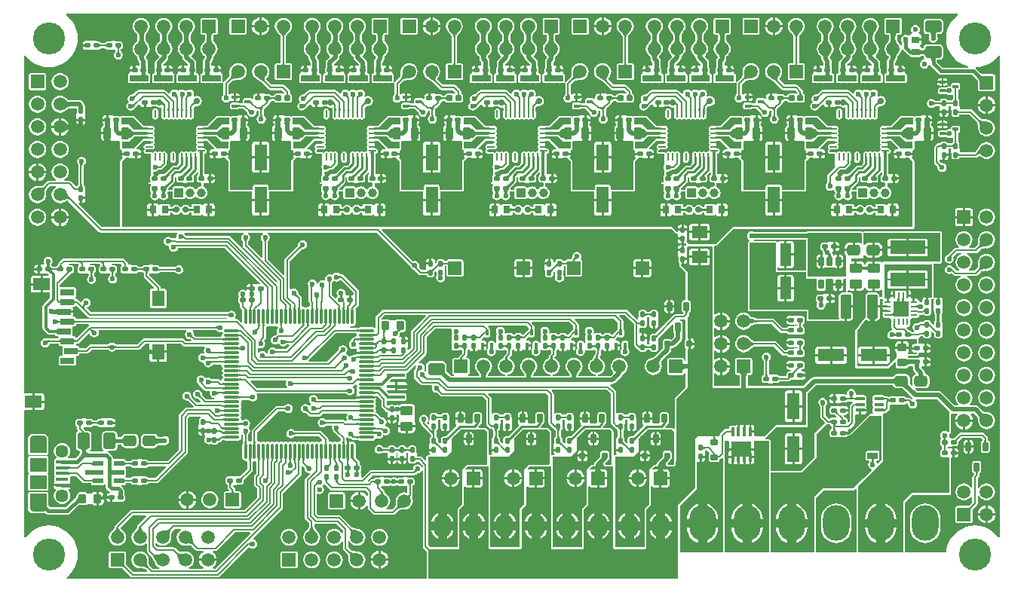
<source format=gtl>
G04 Layer_Physical_Order=1*
G04 Layer_Color=255*
%FSLAX44Y44*%
%MOMM*%
G71*
G01*
G75*
G04:AMPARAMS|DCode=10|XSize=0.5mm|YSize=0.6mm|CornerRadius=0.05mm|HoleSize=0mm|Usage=FLASHONLY|Rotation=90.000|XOffset=0mm|YOffset=0mm|HoleType=Round|Shape=RoundedRectangle|*
%AMROUNDEDRECTD10*
21,1,0.5000,0.5000,0,0,90.0*
21,1,0.4000,0.6000,0,0,90.0*
1,1,0.1000,0.2500,0.2000*
1,1,0.1000,0.2500,-0.2000*
1,1,0.1000,-0.2500,-0.2000*
1,1,0.1000,-0.2500,0.2000*
%
%ADD10ROUNDEDRECTD10*%
G04:AMPARAMS|DCode=11|XSize=0.35mm|YSize=0.65mm|CornerRadius=0.0437mm|HoleSize=0mm|Usage=FLASHONLY|Rotation=270.000|XOffset=0mm|YOffset=0mm|HoleType=Round|Shape=RoundedRectangle|*
%AMROUNDEDRECTD11*
21,1,0.3500,0.5625,0,0,270.0*
21,1,0.2625,0.6500,0,0,270.0*
1,1,0.0875,-0.2813,-0.1313*
1,1,0.0875,-0.2813,0.1313*
1,1,0.0875,0.2813,0.1313*
1,1,0.0875,0.2813,-0.1313*
%
%ADD11ROUNDEDRECTD11*%
G04:AMPARAMS|DCode=12|XSize=0.6mm|YSize=0.6mm|CornerRadius=0.06mm|HoleSize=0mm|Usage=FLASHONLY|Rotation=270.000|XOffset=0mm|YOffset=0mm|HoleType=Round|Shape=RoundedRectangle|*
%AMROUNDEDRECTD12*
21,1,0.6000,0.4800,0,0,270.0*
21,1,0.4800,0.6000,0,0,270.0*
1,1,0.1200,-0.2400,-0.2400*
1,1,0.1200,-0.2400,0.2400*
1,1,0.1200,0.2400,0.2400*
1,1,0.1200,0.2400,-0.2400*
%
%ADD12ROUNDEDRECTD12*%
%ADD13R,1.3970X2.9972*%
G04:AMPARAMS|DCode=14|XSize=1.3mm|YSize=0.8mm|CornerRadius=0.1mm|HoleSize=0mm|Usage=FLASHONLY|Rotation=270.000|XOffset=0mm|YOffset=0mm|HoleType=Round|Shape=RoundedRectangle|*
%AMROUNDEDRECTD14*
21,1,1.3000,0.6000,0,0,270.0*
21,1,1.1000,0.8000,0,0,270.0*
1,1,0.2000,-0.3000,-0.5500*
1,1,0.2000,-0.3000,0.5500*
1,1,0.2000,0.3000,0.5500*
1,1,0.2000,0.3000,-0.5500*
%
%ADD14ROUNDEDRECTD14*%
%ADD15R,4.0000X1.5000*%
G04:AMPARAMS|DCode=16|XSize=0.6mm|YSize=0.5mm|CornerRadius=0.0625mm|HoleSize=0mm|Usage=FLASHONLY|Rotation=0.000|XOffset=0mm|YOffset=0mm|HoleType=Round|Shape=RoundedRectangle|*
%AMROUNDEDRECTD16*
21,1,0.6000,0.3750,0,0,0.0*
21,1,0.4750,0.5000,0,0,0.0*
1,1,0.1250,0.2375,-0.1875*
1,1,0.1250,-0.2375,-0.1875*
1,1,0.1250,-0.2375,0.1875*
1,1,0.1250,0.2375,0.1875*
%
%ADD16ROUNDEDRECTD16*%
G04:AMPARAMS|DCode=17|XSize=0.6mm|YSize=0.5mm|CornerRadius=0.0625mm|HoleSize=0mm|Usage=FLASHONLY|Rotation=270.000|XOffset=0mm|YOffset=0mm|HoleType=Round|Shape=RoundedRectangle|*
%AMROUNDEDRECTD17*
21,1,0.6000,0.3750,0,0,270.0*
21,1,0.4750,0.5000,0,0,270.0*
1,1,0.1250,-0.1875,-0.2375*
1,1,0.1250,-0.1875,0.2375*
1,1,0.1250,0.1875,0.2375*
1,1,0.1250,0.1875,-0.2375*
%
%ADD17ROUNDEDRECTD17*%
G04:AMPARAMS|DCode=18|XSize=0.6mm|YSize=1mm|CornerRadius=0.075mm|HoleSize=0mm|Usage=FLASHONLY|Rotation=180.000|XOffset=0mm|YOffset=0mm|HoleType=Round|Shape=RoundedRectangle|*
%AMROUNDEDRECTD18*
21,1,0.6000,0.8500,0,0,180.0*
21,1,0.4500,1.0000,0,0,180.0*
1,1,0.1500,-0.2250,0.4250*
1,1,0.1500,0.2250,0.4250*
1,1,0.1500,0.2250,-0.4250*
1,1,0.1500,-0.2250,-0.4250*
%
%ADD18ROUNDEDRECTD18*%
%ADD19R,2.0000X0.4000*%
%ADD20R,1.1500X0.6000*%
%ADD21R,1.9050X1.4224*%
%ADD22R,1.4224X1.8034*%
%ADD23R,1.5240X0.7112*%
%ADD24O,0.3000X1.8000*%
%ADD25O,1.8000X0.3000*%
%ADD26R,1.5000X1.5000*%
G04:AMPARAMS|DCode=27|XSize=0.5mm|YSize=0.6mm|CornerRadius=0.05mm|HoleSize=0mm|Usage=FLASHONLY|Rotation=180.000|XOffset=0mm|YOffset=0mm|HoleType=Round|Shape=RoundedRectangle|*
%AMROUNDEDRECTD27*
21,1,0.5000,0.5000,0,0,180.0*
21,1,0.4000,0.6000,0,0,180.0*
1,1,0.1000,-0.2000,0.2500*
1,1,0.1000,0.2000,0.2500*
1,1,0.1000,0.2000,-0.2500*
1,1,0.1000,-0.2000,-0.2500*
%
%ADD27ROUNDEDRECTD27*%
%ADD28R,0.4050X0.9900*%
%ADD29R,2.2350X1.7250*%
%ADD30R,1.9000X1.5000*%
%ADD31R,1.3500X0.4000*%
G04:AMPARAMS|DCode=32|XSize=1mm|YSize=0.9mm|CornerRadius=0.1125mm|HoleSize=0mm|Usage=FLASHONLY|Rotation=180.000|XOffset=0mm|YOffset=0mm|HoleType=Round|Shape=RoundedRectangle|*
%AMROUNDEDRECTD32*
21,1,1.0000,0.6750,0,0,180.0*
21,1,0.7750,0.9000,0,0,180.0*
1,1,0.2250,-0.3875,0.3375*
1,1,0.2250,0.3875,0.3375*
1,1,0.2250,0.3875,-0.3375*
1,1,0.2250,-0.3875,-0.3375*
%
%ADD32ROUNDEDRECTD32*%
%ADD33R,1.8000X1.3500*%
G04:AMPARAMS|DCode=34|XSize=1mm|YSize=0.9mm|CornerRadius=0.1125mm|HoleSize=0mm|Usage=FLASHONLY|Rotation=90.000|XOffset=0mm|YOffset=0mm|HoleType=Round|Shape=RoundedRectangle|*
%AMROUNDEDRECTD34*
21,1,1.0000,0.6750,0,0,90.0*
21,1,0.7750,0.9000,0,0,90.0*
1,1,0.2250,0.3375,0.3875*
1,1,0.2250,0.3375,-0.3875*
1,1,0.2250,-0.3375,-0.3875*
1,1,0.2250,-0.3375,0.3875*
%
%ADD34ROUNDEDRECTD34*%
G04:AMPARAMS|DCode=35|XSize=1.8mm|YSize=1.3mm|CornerRadius=0.1625mm|HoleSize=0mm|Usage=FLASHONLY|Rotation=90.000|XOffset=0mm|YOffset=0mm|HoleType=Round|Shape=RoundedRectangle|*
%AMROUNDEDRECTD35*
21,1,1.8000,0.9750,0,0,90.0*
21,1,1.4750,1.3000,0,0,90.0*
1,1,0.3250,0.4875,0.7375*
1,1,0.3250,0.4875,-0.7375*
1,1,0.3250,-0.4875,-0.7375*
1,1,0.3250,-0.4875,0.7375*
%
%ADD35ROUNDEDRECTD35*%
G04:AMPARAMS|DCode=36|XSize=1.8mm|YSize=1.3mm|CornerRadius=0.1625mm|HoleSize=0mm|Usage=FLASHONLY|Rotation=0.000|XOffset=0mm|YOffset=0mm|HoleType=Round|Shape=RoundedRectangle|*
%AMROUNDEDRECTD36*
21,1,1.8000,0.9750,0,0,0.0*
21,1,1.4750,1.3000,0,0,0.0*
1,1,0.3250,0.7375,-0.4875*
1,1,0.3250,-0.7375,-0.4875*
1,1,0.3250,-0.7375,0.4875*
1,1,0.3250,0.7375,0.4875*
%
%ADD36ROUNDEDRECTD36*%
G04:AMPARAMS|DCode=37|XSize=0.6mm|YSize=0.8mm|CornerRadius=0.06mm|HoleSize=0mm|Usage=FLASHONLY|Rotation=270.000|XOffset=0mm|YOffset=0mm|HoleType=Round|Shape=RoundedRectangle|*
%AMROUNDEDRECTD37*
21,1,0.6000,0.6800,0,0,270.0*
21,1,0.4800,0.8000,0,0,270.0*
1,1,0.1200,-0.3400,-0.2400*
1,1,0.1200,-0.3400,0.2400*
1,1,0.1200,0.3400,0.2400*
1,1,0.1200,0.3400,-0.2400*
%
%ADD37ROUNDEDRECTD37*%
G04:AMPARAMS|DCode=38|XSize=1.2mm|YSize=1.5mm|CornerRadius=0.3mm|HoleSize=0mm|Usage=FLASHONLY|Rotation=90.000|XOffset=0mm|YOffset=0mm|HoleType=Round|Shape=RoundedRectangle|*
%AMROUNDEDRECTD38*
21,1,1.2000,0.9000,0,0,90.0*
21,1,0.6000,1.5000,0,0,90.0*
1,1,0.6000,0.4500,0.3000*
1,1,0.6000,0.4500,-0.3000*
1,1,0.6000,-0.4500,-0.3000*
1,1,0.6000,-0.4500,0.3000*
%
%ADD38ROUNDEDRECTD38*%
G04:AMPARAMS|DCode=39|XSize=0.6mm|YSize=0.7mm|CornerRadius=0.075mm|HoleSize=0mm|Usage=FLASHONLY|Rotation=0.000|XOffset=0mm|YOffset=0mm|HoleType=Round|Shape=RoundedRectangle|*
%AMROUNDEDRECTD39*
21,1,0.6000,0.5500,0,0,0.0*
21,1,0.4500,0.7000,0,0,0.0*
1,1,0.1500,0.2250,-0.2750*
1,1,0.1500,-0.2250,-0.2750*
1,1,0.1500,-0.2250,0.2750*
1,1,0.1500,0.2250,0.2750*
%
%ADD39ROUNDEDRECTD39*%
G04:AMPARAMS|DCode=40|XSize=0.35mm|YSize=0.65mm|CornerRadius=0.0437mm|HoleSize=0mm|Usage=FLASHONLY|Rotation=0.000|XOffset=0mm|YOffset=0mm|HoleType=Round|Shape=RoundedRectangle|*
%AMROUNDEDRECTD40*
21,1,0.3500,0.5625,0,0,0.0*
21,1,0.2625,0.6500,0,0,0.0*
1,1,0.0875,0.1313,-0.2813*
1,1,0.0875,-0.1313,-0.2813*
1,1,0.0875,-0.1313,0.2813*
1,1,0.0875,0.1313,0.2813*
%
%ADD40ROUNDEDRECTD40*%
G04:AMPARAMS|DCode=41|XSize=1.4mm|YSize=1mm|CornerRadius=0.125mm|HoleSize=0mm|Usage=FLASHONLY|Rotation=180.000|XOffset=0mm|YOffset=0mm|HoleType=Round|Shape=RoundedRectangle|*
%AMROUNDEDRECTD41*
21,1,1.4000,0.7500,0,0,180.0*
21,1,1.1500,1.0000,0,0,180.0*
1,1,0.2500,-0.5750,0.3750*
1,1,0.2500,0.5750,0.3750*
1,1,0.2500,0.5750,-0.3750*
1,1,0.2500,-0.5750,-0.3750*
%
%ADD41ROUNDEDRECTD41*%
G04:AMPARAMS|DCode=42|XSize=2.7mm|YSize=1.15mm|CornerRadius=0.1437mm|HoleSize=0mm|Usage=FLASHONLY|Rotation=90.000|XOffset=0mm|YOffset=0mm|HoleType=Round|Shape=RoundedRectangle|*
%AMROUNDEDRECTD42*
21,1,2.7000,0.8625,0,0,90.0*
21,1,2.4125,1.1500,0,0,90.0*
1,1,0.2875,0.4313,1.2063*
1,1,0.2875,0.4313,-1.2063*
1,1,0.2875,-0.4313,-1.2063*
1,1,0.2875,-0.4313,1.2063*
%
%ADD42ROUNDEDRECTD42*%
%ADD43R,2.9972X1.3970*%
%ADD44R,1.3000X2.5000*%
%ADD45R,0.9000X0.8000*%
%ADD46R,0.8000X0.9000*%
%ADD47O,0.8000X0.2500*%
%ADD48O,0.2500X0.8000*%
%ADD49R,1.6800X1.6800*%
%ADD50O,0.2500X0.8500*%
%ADD51O,0.8500X0.2500*%
%ADD52R,4.1000X3.4000*%
%ADD53R,2.0000X5.0000*%
%ADD54R,3.2000X4.2000*%
%ADD55R,1.1500X0.7000*%
G04:AMPARAMS|DCode=56|XSize=1mm|YSize=0.4mm|CornerRadius=0.1mm|HoleSize=0mm|Usage=FLASHONLY|Rotation=0.000|XOffset=0mm|YOffset=0mm|HoleType=Round|Shape=RoundedRectangle|*
%AMROUNDEDRECTD56*
21,1,1.0000,0.2000,0,0,0.0*
21,1,0.8000,0.4000,0,0,0.0*
1,1,0.2000,0.4000,-0.1000*
1,1,0.2000,-0.4000,-0.1000*
1,1,0.2000,-0.4000,0.1000*
1,1,0.2000,0.4000,0.1000*
%
%ADD56ROUNDEDRECTD56*%
%ADD57C,0.2000*%
%ADD58C,0.2500*%
%ADD59C,0.4000*%
%ADD60C,0.5000*%
%ADD61C,0.3000*%
%ADD62C,2.0000*%
%ADD63C,1.0000*%
%ADD64C,1.5000*%
%ADD65O,2.0000X2.6000*%
%ADD66C,1.0000*%
%ADD67R,1.0000X1.0000*%
%ADD68R,1.5000X1.5000*%
%ADD69O,3.0000X4.0000*%
%ADD70C,3.6000*%
G04:AMPARAMS|DCode=71|XSize=1.5mm|YSize=1.9mm|CornerRadius=0.375mm|HoleSize=0mm|Usage=FLASHONLY|Rotation=270.000|XOffset=0mm|YOffset=0mm|HoleType=Round|Shape=RoundedRectangle|*
%AMROUNDEDRECTD71*
21,1,1.5000,1.1500,0,0,270.0*
21,1,0.7500,1.9000,0,0,270.0*
1,1,0.7500,-0.5750,-0.3750*
1,1,0.7500,-0.5750,0.3750*
1,1,0.7500,0.5750,0.3750*
1,1,0.7500,0.5750,-0.3750*
%
%ADD71ROUNDEDRECTD71*%
%ADD72C,1.4500*%
%ADD73C,0.6000*%
%ADD74C,0.8000*%
%ADD75C,0.7000*%
G36*
X638010Y278623D02*
X638011Y278608D01*
X639100D01*
X638891Y278389D01*
X638704Y278163D01*
X638539Y277931D01*
X638396Y277692D01*
X638275Y277447D01*
X638273Y277443D01*
X638356Y277304D01*
X638484Y277163D01*
X638633Y277061D01*
X638801Y277001D01*
X638988Y276980D01*
X638112Y276980D01*
X638099Y276937D01*
X638044Y276672D01*
X638011Y276400D01*
X638000Y276122D01*
X636000D01*
X635989Y276400D01*
X635956Y276672D01*
X635901Y276937D01*
X635888Y276978D01*
X635000Y276978D01*
X635190Y276998D01*
X635360Y277059D01*
X635510Y277161D01*
X635640Y277303D01*
X635726Y277445D01*
X635725Y277447D01*
X635604Y277692D01*
X635461Y277931D01*
X635296Y278163D01*
X635109Y278389D01*
X634900Y278608D01*
X635989D01*
X635990Y278623D01*
X636000Y279008D01*
X638000D01*
X638010Y278623D01*
D02*
G37*
G36*
X488010D02*
X488011Y278608D01*
X489100D01*
X488891Y278389D01*
X488704Y278163D01*
X488539Y277931D01*
X488396Y277693D01*
X488275Y277447D01*
X488273Y277443D01*
X488356Y277304D01*
X488484Y277163D01*
X488633Y277061D01*
X488801Y277001D01*
X488988Y276980D01*
X488112Y276980D01*
X488099Y276937D01*
X488044Y276672D01*
X488011Y276400D01*
X488000Y276122D01*
X486000D01*
X485989Y276400D01*
X485956Y276672D01*
X485901Y276937D01*
X485889Y276978D01*
X485000Y276978D01*
X485190Y276998D01*
X485360Y277059D01*
X485510Y277161D01*
X485640Y277303D01*
X485726Y277445D01*
X485725Y277447D01*
X485604Y277693D01*
X485461Y277931D01*
X485296Y278163D01*
X485109Y278389D01*
X484900Y278608D01*
X485989D01*
X485990Y278623D01*
X486000Y279008D01*
X488000D01*
X488010Y278623D01*
D02*
G37*
G36*
X1013522Y276210D02*
X1013502Y276400D01*
X1013441Y276570D01*
X1013339Y276720D01*
X1013197Y276850D01*
X1013015Y276960D01*
X1012791Y277050D01*
X1012527Y277120D01*
X1012223Y277170D01*
X1011878Y277200D01*
X1011492Y277210D01*
Y279210D01*
X1011878Y279220D01*
X1012223Y279250D01*
X1012527Y279300D01*
X1012791Y279370D01*
X1013015Y279460D01*
X1013197Y279570D01*
X1013339Y279700D01*
X1013441Y279850D01*
X1013502Y280020D01*
X1013522Y280210D01*
Y276210D01*
D02*
G37*
G36*
X588010Y278623D02*
X588011Y278608D01*
X589100D01*
X588891Y278389D01*
X588704Y278163D01*
X588539Y277931D01*
X588396Y277692D01*
X588275Y277447D01*
X588273Y277443D01*
X588356Y277304D01*
X588484Y277163D01*
X588633Y277061D01*
X588801Y277001D01*
X588988Y276980D01*
X588112Y276980D01*
X588099Y276937D01*
X588044Y276672D01*
X588011Y276400D01*
X588000Y276122D01*
X586000D01*
X585989Y276400D01*
X585956Y276672D01*
X585901Y276937D01*
X585888Y276978D01*
X585000Y276978D01*
X585190Y276998D01*
X585360Y277059D01*
X585510Y277161D01*
X585640Y277303D01*
X585726Y277445D01*
X585725Y277447D01*
X585604Y277692D01*
X585461Y277931D01*
X585296Y278163D01*
X585109Y278389D01*
X584900Y278608D01*
X585989D01*
X585990Y278623D01*
X586000Y279008D01*
X588000D01*
X588010Y278623D01*
D02*
G37*
G36*
X713402Y274988D02*
X713047Y274619D01*
X712477Y273939D01*
X712263Y273627D01*
X712095Y273335D01*
X711974Y273062D01*
X711900Y272807D01*
X711872Y272572D01*
X711891Y272356D01*
X711957Y272159D01*
X710150Y275948D01*
X710258Y275793D01*
X710405Y275705D01*
X710590Y275682D01*
X710813Y275725D01*
X711074Y275834D01*
X711374Y276009D01*
X711711Y276250D01*
X712087Y276557D01*
X712953Y277368D01*
X713402Y274988D01*
D02*
G37*
G36*
X739296Y280980D02*
X739223Y280728D01*
X739159Y280394D01*
X739104Y279977D01*
X739018Y278897D01*
X738950Y275746D01*
X733950D01*
X733945Y276657D01*
X733676Y280728D01*
X733603Y280980D01*
X733522Y281149D01*
X739378D01*
X739296Y280980D01*
D02*
G37*
G36*
X538010Y278623D02*
X538011Y278608D01*
X539100D01*
X538891Y278389D01*
X538704Y278163D01*
X538539Y277931D01*
X538396Y277692D01*
X538275Y277447D01*
X538273Y277443D01*
X538356Y277304D01*
X538484Y277163D01*
X538633Y277061D01*
X538801Y277001D01*
X538989Y276980D01*
X538112Y276980D01*
X538099Y276937D01*
X538044Y276672D01*
X538011Y276400D01*
X538000Y276122D01*
X536000D01*
X535989Y276400D01*
X535956Y276672D01*
X535901Y276937D01*
X535888Y276978D01*
X535000Y276978D01*
X535190Y276998D01*
X535360Y277059D01*
X535510Y277161D01*
X535640Y277303D01*
X535726Y277445D01*
X535725Y277447D01*
X535604Y277692D01*
X535461Y277931D01*
X535296Y278163D01*
X535109Y278389D01*
X534900Y278608D01*
X535989D01*
X535990Y278623D01*
X536000Y279008D01*
X538000D01*
X538010Y278623D01*
D02*
G37*
G36*
X568769Y284906D02*
X568763Y283622D01*
X568661Y283418D01*
X568391Y283014D01*
X568210Y282102D01*
X568079Y282076D01*
X567087Y281413D01*
X562733Y277059D01*
X561438D01*
X561355Y277476D01*
X560802Y278303D01*
X559975Y278855D01*
X559000Y279049D01*
X555000D01*
X554025Y278855D01*
X553198Y278303D01*
X552649Y277481D01*
X552621Y277476D01*
X551380D01*
X551351Y277481D01*
X550802Y278303D01*
X549975Y278855D01*
X549000Y279049D01*
X545000D01*
X544025Y278855D01*
X543311Y278378D01*
X543091Y278318D01*
X541804Y278503D01*
X541674Y278746D01*
X541710Y278799D01*
X542098Y280750D01*
X541710Y282701D01*
X540605Y284355D01*
X538951Y285460D01*
X537000Y285848D01*
X535049Y285460D01*
X533395Y284355D01*
X532290Y282701D01*
X531902Y280750D01*
X532290Y278799D01*
X532910Y277872D01*
X532645Y277476D01*
X532451Y276500D01*
Y271500D01*
X532459Y271459D01*
X532000Y271000D01*
Y268028D01*
X530730Y267903D01*
X530608Y268514D01*
X530070Y269320D01*
X529263Y269859D01*
X528312Y270048D01*
X525687D01*
X524736Y269859D01*
X523930Y269320D01*
X523391Y268514D01*
X523202Y267563D01*
Y261938D01*
X523298Y261459D01*
X522290Y259951D01*
X521902Y258000D01*
X522290Y256049D01*
X523395Y254395D01*
X525049Y253290D01*
X527000Y252902D01*
X528951Y253290D01*
X530605Y254395D01*
X531710Y256049D01*
X532098Y258000D01*
X531798Y259507D01*
X532995Y260002D01*
X533198Y259698D01*
X534025Y259145D01*
X535000Y258951D01*
X539000D01*
X539976Y259145D01*
X540803Y259698D01*
X541351Y260519D01*
X541381Y260525D01*
X542619D01*
X542649Y260519D01*
X543198Y259698D01*
X543941Y259201D01*
Y256267D01*
X541397Y253723D01*
X540734Y252730D01*
X540501Y251560D01*
X540501Y251560D01*
Y251257D01*
X540471Y251057D01*
X540421Y250867D01*
X540358Y250708D01*
X540282Y250570D01*
X540188Y250442D01*
X540068Y250314D01*
X539913Y250184D01*
X539713Y250050D01*
X539381Y249873D01*
X539328Y249830D01*
X538769Y249598D01*
X536785Y248075D01*
X535262Y246091D01*
X534305Y243780D01*
X533978Y241300D01*
X534305Y238820D01*
X535262Y236509D01*
X536785Y234525D01*
X538769Y233002D01*
X541080Y232045D01*
X542496Y231858D01*
X542412Y230588D01*
X524043D01*
X523708Y230785D01*
X523207Y231495D01*
X523073Y231858D01*
X523214Y232217D01*
X523442Y232679D01*
X523716Y233136D01*
X524038Y233589D01*
X524412Y234040D01*
X524706Y234349D01*
X524935Y234525D01*
X526458Y236509D01*
X527416Y238820D01*
X527742Y241300D01*
X527416Y243780D01*
X526458Y246091D01*
X524935Y248075D01*
X522951Y249598D01*
X520640Y250555D01*
X518160Y250882D01*
X515680Y250555D01*
X513369Y249598D01*
X511385Y248075D01*
X509862Y246091D01*
X508904Y243780D01*
X508578Y241300D01*
X508904Y238820D01*
X509862Y236509D01*
X511385Y234525D01*
X511614Y234349D01*
X511908Y234040D01*
X512282Y233589D01*
X512604Y233136D01*
X512878Y232679D01*
X513106Y232217D01*
X513247Y231858D01*
X513113Y231495D01*
X512612Y230785D01*
X512277Y230588D01*
X500874D01*
X500749Y231858D01*
X501040Y231916D01*
X501702Y232358D01*
X502144Y233020D01*
X502299Y233800D01*
Y248800D01*
X502144Y249580D01*
X501702Y250242D01*
X501040Y250684D01*
X500260Y250839D01*
X498824D01*
X498338Y252013D01*
X499163Y252837D01*
X499163Y252837D01*
X499826Y253829D01*
X500059Y255000D01*
Y259201D01*
X500802Y259698D01*
X500994Y259984D01*
X501167Y260035D01*
X502435Y259940D01*
X502837Y259338D01*
X503829Y258675D01*
X505000Y258442D01*
X505750D01*
Y264000D01*
X508250D01*
Y258442D01*
X509000D01*
X510171Y258675D01*
X511163Y259338D01*
X511818Y260319D01*
X511921Y260339D01*
X513146Y260454D01*
X513570Y259820D01*
X514541Y259170D01*
X515687Y258942D01*
X515750D01*
Y260142D01*
X514900D01*
X515109Y260361D01*
X515296Y260587D01*
X515461Y260819D01*
X515604Y261058D01*
X515715Y261283D01*
X515694Y261326D01*
X515601Y261458D01*
X515495Y261558D01*
X515376Y261626D01*
X515750D01*
Y264750D01*
X517000D01*
Y266000D01*
X521307D01*
Y267563D01*
X521080Y268709D01*
X520430Y269680D01*
X519459Y270330D01*
X518312Y270557D01*
X516534D01*
X516148Y271828D01*
X516163Y271838D01*
X518976Y274650D01*
X519737Y274142D01*
X520687Y273952D01*
X523312D01*
X524263Y274142D01*
X525070Y274680D01*
X525608Y275487D01*
X525798Y276437D01*
Y282063D01*
X525608Y283014D01*
X525070Y283820D01*
X524869Y283954D01*
X524826Y284171D01*
X524163Y285163D01*
X523008Y286318D01*
X523494Y287491D01*
X566183D01*
X568769Y284906D01*
D02*
G37*
G36*
X1025977Y282204D02*
X1026755Y281537D01*
X1027091Y281298D01*
X1027392Y281122D01*
X1027657Y281009D01*
X1027887Y280959D01*
X1028081Y280972D01*
X1028240Y281048D01*
X1028363Y281188D01*
X1027857Y280370D01*
X1028544Y279710D01*
X1027043Y278209D01*
X1027022Y278247D01*
X1026958Y278325D01*
X1026739Y278566D01*
X1026222Y277733D01*
X1026303Y277915D01*
X1026334Y278120D01*
X1026315Y278346D01*
X1026245Y278596D01*
X1026126Y278867D01*
X1025956Y279161D01*
X1025737Y279478D01*
X1025467Y279816D01*
X1024778Y280561D01*
X1025535Y282632D01*
X1025977Y282204D01*
D02*
G37*
G36*
X78639Y282791D02*
X78854Y282622D01*
X79081Y282474D01*
X79318Y282345D01*
X79566Y282237D01*
X79825Y282149D01*
X80095Y282082D01*
X80376Y282034D01*
X80667Y282007D01*
X80970Y282000D01*
X78000Y279030D01*
X77993Y279333D01*
X77966Y279624D01*
X77918Y279905D01*
X77851Y280175D01*
X77763Y280434D01*
X77655Y280682D01*
X77526Y280919D01*
X77378Y281146D01*
X77209Y281361D01*
X77020Y281566D01*
X78434Y282980D01*
X78639Y282791D01*
D02*
G37*
G36*
X993543Y281075D02*
X994350Y280379D01*
X994728Y280098D01*
X995090Y279860D01*
X995435Y279667D01*
X995764Y279518D01*
X996076Y279414D01*
X996371Y279354D01*
X996650Y279338D01*
X991471Y279219D01*
X991604Y279292D01*
X991697Y279384D01*
X991750Y279494D01*
X991763Y279622D01*
X991735Y279769D01*
X991667Y279935D01*
X991559Y280119D01*
X991411Y280322D01*
X991222Y280543D01*
X990993Y280782D01*
X993115Y281490D01*
X993543Y281075D01*
D02*
G37*
G36*
X425838Y282040D02*
X425571Y282036D01*
X425301Y282002D01*
X425028Y281936D01*
X424751Y281838D01*
X424469Y281709D01*
X424185Y281549D01*
X423896Y281358D01*
X423604Y281135D01*
X423309Y280881D01*
X423009Y280595D01*
X422951D01*
X422980Y280566D01*
X422791Y280361D01*
X422622Y280146D01*
X422474Y279919D01*
X422345Y279682D01*
X422237Y279434D01*
X422149Y279175D01*
X422082Y278905D01*
X422034Y278624D01*
X422007Y278333D01*
X422000Y278030D01*
X419030Y281000D01*
X419333Y281007D01*
X419624Y281034D01*
X419905Y281082D01*
X420175Y281149D01*
X420434Y281237D01*
X420682Y281345D01*
X420910Y281469D01*
X421009Y281651D01*
X421066Y281836D01*
X421064Y281990D01*
X421002Y282113D01*
X420879Y282204D01*
X420698Y282264D01*
X420456Y282292D01*
X425838Y282040D01*
D02*
G37*
G36*
X618941Y286733D02*
Y284004D01*
X618940Y283964D01*
X618923Y283810D01*
X618846Y283694D01*
X618763Y283622D01*
X618661Y283418D01*
X618391Y283014D01*
X618210Y282102D01*
X618079Y282076D01*
X617087Y281413D01*
X612733Y277059D01*
X611438D01*
X611355Y277476D01*
X610802Y278303D01*
X609975Y278855D01*
X609000Y279049D01*
X605000D01*
X604025Y278855D01*
X603198Y278303D01*
X602649Y277481D01*
X602619Y277476D01*
X601381D01*
X601351Y277481D01*
X600803Y278303D01*
X599976Y278855D01*
X599000Y279049D01*
X595000D01*
X594025Y278855D01*
X593311Y278378D01*
X593092Y278318D01*
X591804Y278503D01*
X591674Y278746D01*
X591710Y278799D01*
X592098Y280750D01*
X591710Y282701D01*
X590605Y284355D01*
X588951Y285460D01*
X587000Y285848D01*
X585049Y285460D01*
X583395Y284355D01*
X582290Y282701D01*
X581902Y280750D01*
X582290Y278799D01*
X582910Y277872D01*
X582645Y277476D01*
X582451Y276500D01*
Y271500D01*
X582459Y271459D01*
X582000Y271000D01*
Y268028D01*
X580730Y267903D01*
X580608Y268514D01*
X580070Y269320D01*
X579263Y269859D01*
X578312Y270048D01*
X575687D01*
X574736Y269859D01*
X573930Y269320D01*
X573391Y268514D01*
X573202Y267563D01*
Y261938D01*
X573298Y261458D01*
X572290Y259951D01*
X571902Y258000D01*
X572290Y256049D01*
X573395Y254395D01*
X575049Y253290D01*
X577000Y252902D01*
X578951Y253290D01*
X580605Y254395D01*
X581710Y256049D01*
X582098Y258000D01*
X581798Y259506D01*
X582995Y260002D01*
X583198Y259698D01*
X584025Y259145D01*
X585000Y258951D01*
X589000D01*
X589975Y259145D01*
X590802Y259698D01*
X591352Y260520D01*
X591378Y260525D01*
X592622D01*
X592649Y260520D01*
X593198Y259698D01*
X593941Y259201D01*
Y256267D01*
X592197Y254523D01*
X591534Y253530D01*
X591327Y252489D01*
X591324Y252479D01*
X591324Y252475D01*
X591301Y252360D01*
X591301Y252360D01*
Y252086D01*
X591300Y252064D01*
X591249Y251780D01*
X591162Y251499D01*
X591036Y251212D01*
X590862Y250914D01*
X590634Y250602D01*
X590346Y250276D01*
X589992Y249939D01*
X589581Y249603D01*
X589569Y249598D01*
X589484Y249533D01*
X589026Y249208D01*
X588937Y249113D01*
X588824Y249026D01*
X588765Y248987D01*
X588757Y248975D01*
X587584Y248075D01*
X586062Y246091D01*
X585104Y243780D01*
X584778Y241300D01*
X585104Y238820D01*
X586062Y236509D01*
X587584Y234525D01*
X589569Y233002D01*
X591880Y232045D01*
X593296Y231858D01*
X593213Y230588D01*
X574843D01*
X574508Y230785D01*
X574007Y231495D01*
X573873Y231858D01*
X574014Y232217D01*
X574242Y232679D01*
X574516Y233136D01*
X574838Y233589D01*
X575212Y234040D01*
X575507Y234349D01*
X575735Y234525D01*
X577258Y236509D01*
X578215Y238820D01*
X578542Y241300D01*
X578215Y243780D01*
X577258Y246091D01*
X575735Y248075D01*
X573751Y249598D01*
X571440Y250555D01*
X568960Y250882D01*
X566480Y250555D01*
X564169Y249598D01*
X562184Y248075D01*
X560662Y246091D01*
X559705Y243780D01*
X559378Y241300D01*
X559705Y238820D01*
X560662Y236509D01*
X562184Y234525D01*
X562413Y234349D01*
X562708Y234040D01*
X563082Y233589D01*
X563404Y233136D01*
X563678Y232679D01*
X563906Y232217D01*
X564047Y231858D01*
X563913Y231495D01*
X563412Y230785D01*
X563077Y230588D01*
X544707D01*
X544624Y231858D01*
X546040Y232045D01*
X548351Y233002D01*
X550335Y234525D01*
X551858Y236509D01*
X552816Y238820D01*
X553142Y241300D01*
X552816Y243780D01*
X551858Y246091D01*
X550335Y248075D01*
X548351Y249598D01*
X547905Y249783D01*
X547683Y250253D01*
X547573Y251006D01*
X547600Y251164D01*
X547674Y251348D01*
X549163Y252837D01*
X549163Y252837D01*
X549826Y253829D01*
X550059Y255000D01*
Y259201D01*
X550802Y259698D01*
X550994Y259984D01*
X551167Y260035D01*
X552435Y259939D01*
X552837Y259337D01*
X553829Y258674D01*
X555000Y258442D01*
X555750D01*
Y264000D01*
X558250D01*
Y258442D01*
X559000D01*
X560171Y258674D01*
X561163Y259337D01*
X561818Y260318D01*
X561921Y260339D01*
X563146Y260454D01*
X563570Y259820D01*
X564541Y259170D01*
X565687Y258942D01*
X565750D01*
Y260142D01*
X564900D01*
X565109Y260361D01*
X565296Y260587D01*
X565461Y260819D01*
X565604Y261057D01*
X565715Y261283D01*
X565694Y261326D01*
X565601Y261458D01*
X565495Y261558D01*
X565376Y261626D01*
X565750D01*
Y264750D01*
X567000D01*
Y266000D01*
X571307D01*
Y267563D01*
X571080Y268709D01*
X570430Y269680D01*
X569459Y270330D01*
X568312Y270557D01*
X566534D01*
X566149Y271828D01*
X566163Y271837D01*
X568976Y274650D01*
X569737Y274142D01*
X570687Y273952D01*
X573312D01*
X574263Y274142D01*
X575070Y274680D01*
X575609Y275487D01*
X575798Y276437D01*
Y282063D01*
X575609Y283014D01*
X575339Y283418D01*
X575237Y283622D01*
X575154Y283694D01*
X575079Y283806D01*
X575059Y284062D01*
Y286000D01*
X574826Y287171D01*
X574163Y288163D01*
X572208Y290118D01*
X572694Y291291D01*
X614383D01*
X618941Y286733D01*
D02*
G37*
G36*
X668941Y290733D02*
Y284004D01*
X668940Y283964D01*
X668923Y283810D01*
X668846Y283694D01*
X668763Y283622D01*
X668661Y283418D01*
X668391Y283014D01*
X668210Y282102D01*
X668080Y282076D01*
X667087Y281413D01*
X662734Y277059D01*
X661438D01*
X661355Y277476D01*
X660802Y278303D01*
X659975Y278855D01*
X659000Y279049D01*
X655000D01*
X654025Y278855D01*
X653198Y278303D01*
X652649Y277481D01*
X652620Y277476D01*
X651379D01*
X651351Y277481D01*
X650802Y278303D01*
X649975Y278855D01*
X649000Y279049D01*
X645000D01*
X644025Y278855D01*
X643311Y278378D01*
X643091Y278318D01*
X641804Y278503D01*
X641674Y278746D01*
X641710Y278799D01*
X642098Y280750D01*
X641710Y282701D01*
X640605Y284355D01*
X638951Y285460D01*
X637000Y285848D01*
X635049Y285460D01*
X633395Y284355D01*
X632290Y282701D01*
X631902Y280750D01*
X632290Y278799D01*
X632910Y277872D01*
X632645Y277476D01*
X632451Y276500D01*
Y271500D01*
X632459Y271459D01*
X632000Y271000D01*
Y268028D01*
X630730Y267903D01*
X630608Y268514D01*
X630070Y269320D01*
X629263Y269859D01*
X628312Y270048D01*
X625687D01*
X624736Y269859D01*
X623930Y269320D01*
X623391Y268514D01*
X623202Y267563D01*
Y261938D01*
X623298Y261458D01*
X622290Y259951D01*
X621902Y258000D01*
X622290Y256049D01*
X623395Y254395D01*
X625049Y253290D01*
X627000Y252902D01*
X628951Y253290D01*
X630605Y254395D01*
X631710Y256049D01*
X632098Y258000D01*
X631798Y259506D01*
X632995Y260002D01*
X633198Y259698D01*
X634025Y259145D01*
X635000Y258951D01*
X639000D01*
X639975Y259145D01*
X640802Y259698D01*
X641351Y260519D01*
X641379Y260525D01*
X642620D01*
X642649Y260519D01*
X643198Y259698D01*
X643941Y259201D01*
Y256267D01*
X642997Y255323D01*
X642334Y254330D01*
X642146Y253386D01*
X642127Y253317D01*
X642123Y253271D01*
X642101Y253160D01*
X642101Y253160D01*
Y252986D01*
X642097Y252934D01*
X642033Y252646D01*
X641906Y252289D01*
X641705Y251866D01*
X641421Y251386D01*
X641051Y250854D01*
X640608Y250294D01*
X639396Y248985D01*
X638689Y248309D01*
X638385Y248075D01*
X636862Y246091D01*
X635905Y243780D01*
X635578Y241300D01*
X635905Y238820D01*
X636862Y236509D01*
X638385Y234525D01*
X640369Y233002D01*
X642680Y232045D01*
X644096Y231858D01*
X644013Y230588D01*
X625643D01*
X625308Y230785D01*
X624807Y231495D01*
X624673Y231858D01*
X624814Y232217D01*
X625042Y232679D01*
X625316Y233136D01*
X625638Y233589D01*
X626012Y234040D01*
X626306Y234349D01*
X626535Y234525D01*
X628058Y236509D01*
X629016Y238820D01*
X629342Y241300D01*
X629016Y243780D01*
X628058Y246091D01*
X626535Y248075D01*
X624551Y249598D01*
X622240Y250555D01*
X619760Y250882D01*
X617280Y250555D01*
X614969Y249598D01*
X612985Y248075D01*
X611462Y246091D01*
X610504Y243780D01*
X610178Y241300D01*
X610504Y238820D01*
X611462Y236509D01*
X612985Y234525D01*
X613214Y234349D01*
X613508Y234040D01*
X613882Y233589D01*
X614204Y233136D01*
X614478Y232679D01*
X614706Y232217D01*
X614847Y231858D01*
X614713Y231495D01*
X614212Y230785D01*
X613877Y230588D01*
X595508D01*
X595424Y231858D01*
X596840Y232045D01*
X599151Y233002D01*
X601135Y234525D01*
X602658Y236509D01*
X603615Y238820D01*
X603942Y241300D01*
X603615Y243780D01*
X602658Y246091D01*
X601135Y248075D01*
X599963Y248975D01*
X599955Y248987D01*
X599896Y249026D01*
X599783Y249113D01*
X599694Y249208D01*
X599236Y249533D01*
X599151Y249598D01*
X599139Y249603D01*
X598728Y249939D01*
X598374Y250276D01*
X598085Y250602D01*
X597858Y250914D01*
X597684Y251212D01*
X597640Y251313D01*
X599163Y252837D01*
X599826Y253829D01*
X600059Y255000D01*
Y259201D01*
X600803Y259698D01*
X600994Y259984D01*
X601167Y260035D01*
X602435Y259939D01*
X602837Y259337D01*
X603829Y258674D01*
X605000Y258442D01*
X605750D01*
Y264000D01*
X608250D01*
Y258442D01*
X609000D01*
X610171Y258674D01*
X611163Y259337D01*
X611818Y260318D01*
X611921Y260339D01*
X613146Y260454D01*
X613570Y259820D01*
X614541Y259170D01*
X615687Y258942D01*
X615750D01*
Y260142D01*
X614900D01*
X615109Y260361D01*
X615296Y260587D01*
X615461Y260819D01*
X615604Y261057D01*
X615715Y261283D01*
X615694Y261326D01*
X615601Y261458D01*
X615495Y261558D01*
X615376Y261626D01*
X615750D01*
Y264750D01*
X617000D01*
Y266000D01*
X621307D01*
Y267563D01*
X621080Y268709D01*
X620430Y269680D01*
X619459Y270330D01*
X618312Y270557D01*
X616534D01*
X616149Y271828D01*
X616163Y271837D01*
X618976Y274650D01*
X619737Y274142D01*
X620687Y273952D01*
X623312D01*
X624263Y274142D01*
X625070Y274680D01*
X625609Y275487D01*
X625798Y276437D01*
Y282063D01*
X625609Y283014D01*
X625339Y283418D01*
X625237Y283622D01*
X625154Y283694D01*
X625079Y283806D01*
X625059Y284062D01*
Y288000D01*
X625059Y288000D01*
X624826Y289170D01*
X624163Y290163D01*
X624163Y290163D01*
X620408Y293918D01*
X620894Y295091D01*
X664583D01*
X668941Y290733D01*
D02*
G37*
G36*
X39243Y277670D02*
X39213Y277955D01*
X39122Y278210D01*
X38970Y278435D01*
X38758Y278630D01*
X38485Y278795D01*
X38152Y278930D01*
X37758Y279035D01*
X37304Y279110D01*
X36788Y279155D01*
X36212Y279170D01*
Y282170D01*
X36788Y282185D01*
X37304Y282230D01*
X37758Y282305D01*
X38152Y282410D01*
X38485Y282545D01*
X38758Y282710D01*
X38970Y282905D01*
X39122Y283130D01*
X39213Y283385D01*
X39243Y283670D01*
Y277670D01*
D02*
G37*
G36*
X659498Y275810D02*
X659559Y275640D01*
X659660Y275490D01*
X659803Y275360D01*
X659985Y275250D01*
X660209Y275160D01*
X660473Y275090D01*
X660777Y275040D01*
X661122Y275010D01*
X661508Y275000D01*
Y273000D01*
X661122Y272990D01*
X660777Y272960D01*
X660473Y272910D01*
X660209Y272840D01*
X659985Y272750D01*
X659803Y272640D01*
X659660Y272510D01*
X659559Y272360D01*
X659498Y272190D01*
X659478Y272000D01*
Y276000D01*
X659498Y275810D01*
D02*
G37*
G36*
X509498Y275811D02*
X509559Y275641D01*
X509660Y275490D01*
X509803Y275361D01*
X509985Y275250D01*
X510209Y275161D01*
X510473Y275091D01*
X510777Y275040D01*
X511122Y275011D01*
X511508Y275000D01*
Y273001D01*
X511122Y272990D01*
X510777Y272960D01*
X510473Y272910D01*
X510209Y272840D01*
X509985Y272750D01*
X509803Y272640D01*
X509660Y272511D01*
X509559Y272360D01*
X509498Y272190D01*
X509478Y272001D01*
Y276000D01*
X509498Y275811D01*
D02*
G37*
G36*
X407410Y274243D02*
X407439Y273898D01*
X407489Y273594D01*
X407558Y273330D01*
X407647Y273107D01*
X407756Y272924D01*
X407884Y272783D01*
X408032Y272681D01*
X408201Y272621D01*
X408388Y272600D01*
X404400Y272598D01*
X404590Y272618D01*
X404760Y272679D01*
X404910Y272781D01*
X405040Y272923D01*
X405150Y273106D01*
X405240Y273329D01*
X405310Y273593D01*
X405360Y273898D01*
X405390Y274243D01*
X405400Y274628D01*
X407400D01*
X407410Y274243D01*
D02*
G37*
G36*
X609498Y275810D02*
X609559Y275640D01*
X609660Y275490D01*
X609803Y275360D01*
X609985Y275250D01*
X610209Y275160D01*
X610473Y275090D01*
X610777Y275040D01*
X611122Y275010D01*
X611508Y275000D01*
Y273000D01*
X611122Y272990D01*
X610777Y272960D01*
X610473Y272910D01*
X610209Y272840D01*
X609985Y272750D01*
X609803Y272640D01*
X609660Y272510D01*
X609559Y272360D01*
X609498Y272190D01*
X609478Y272000D01*
Y276000D01*
X609498Y275810D01*
D02*
G37*
G36*
X499498D02*
X499559Y275640D01*
X499660Y275490D01*
X499803Y275360D01*
X499985Y275250D01*
X500209Y275160D01*
X500473Y275090D01*
X500777Y275040D01*
X501122Y275010D01*
X501508Y275000D01*
Y273000D01*
X501122Y272990D01*
X500777Y272960D01*
X500473Y272910D01*
X500209Y272840D01*
X499985Y272750D01*
X499803Y272640D01*
X499660Y272510D01*
X499559Y272360D01*
X499498Y272190D01*
X499478Y272000D01*
Y276000D01*
X499498Y275810D01*
D02*
G37*
G36*
X504522Y272000D02*
X504502Y272190D01*
X504441Y272360D01*
X504339Y272510D01*
X504197Y272640D01*
X504015Y272750D01*
X503791Y272840D01*
X503527Y272910D01*
X503223Y272960D01*
X502878Y272990D01*
X502492Y273000D01*
Y275000D01*
X502878Y275010D01*
X503223Y275040D01*
X503527Y275090D01*
X503791Y275160D01*
X504015Y275250D01*
X504197Y275360D01*
X504339Y275490D01*
X504441Y275640D01*
X504502Y275810D01*
X504522Y276000D01*
Y272000D01*
D02*
G37*
G36*
X559498Y275810D02*
X559559Y275640D01*
X559660Y275490D01*
X559803Y275360D01*
X559985Y275250D01*
X560209Y275160D01*
X560473Y275090D01*
X560777Y275040D01*
X561122Y275010D01*
X561508Y275000D01*
Y273000D01*
X561122Y272990D01*
X560777Y272960D01*
X560473Y272910D01*
X560209Y272840D01*
X559985Y272750D01*
X559803Y272640D01*
X559660Y272510D01*
X559559Y272360D01*
X559498Y272190D01*
X559478Y272000D01*
Y276000D01*
X559498Y275810D01*
D02*
G37*
G36*
X191007Y276667D02*
X191034Y276376D01*
X191082Y276095D01*
X191149Y275825D01*
X191237Y275566D01*
X191345Y275318D01*
X191474Y275081D01*
X191622Y274854D01*
X191791Y274639D01*
X191980Y274434D01*
X190566Y273020D01*
X190361Y273209D01*
X190146Y273378D01*
X189919Y273526D01*
X189682Y273655D01*
X189434Y273763D01*
X189175Y273851D01*
X188905Y273918D01*
X188624Y273966D01*
X188333Y273993D01*
X188030Y274000D01*
X191000Y276970D01*
X191007Y276667D01*
D02*
G37*
G36*
X979098Y278734D02*
X979328Y278551D01*
X979565Y278389D01*
X979807Y278249D01*
X980055Y278130D01*
X980309Y278033D01*
X980483Y277982D01*
X980620Y278018D01*
X980843Y278107D01*
X981026Y278216D01*
X981168Y278344D01*
X981269Y278493D01*
X981330Y278661D01*
X981350Y278848D01*
X981351Y277861D01*
X981383Y277860D01*
X981432Y275860D01*
X981352Y275857D01*
X981352Y274860D01*
X981332Y275050D01*
X981271Y275220D01*
X981169Y275370D01*
X981027Y275500D01*
X980844Y275610D01*
X980621Y275700D01*
X980515Y275728D01*
X980360Y275681D01*
X980110Y275580D01*
X979868Y275457D01*
X979632Y275312D01*
X979405Y275144D01*
X979184Y274953D01*
X978971Y274741D01*
X978873Y278939D01*
X979098Y278734D01*
D02*
G37*
G36*
X997328Y278670D02*
X997389Y278500D01*
X997491Y278350D01*
X997633Y278220D01*
X997816Y278110D01*
X998039Y278020D01*
X998303Y277950D01*
X998607Y277900D01*
X998952Y277870D01*
X999338Y277860D01*
Y275860D01*
X998953Y275850D01*
X998608Y275821D01*
X998304Y275771D01*
X998040Y275702D01*
X997817Y275613D01*
X997634Y275504D01*
X997492Y275376D01*
X997391Y275228D01*
X997330Y275059D01*
X997310Y274872D01*
X997308Y278860D01*
X997328Y278670D01*
D02*
G37*
G36*
X394602Y277911D02*
X394758Y277846D01*
X394942Y277788D01*
X395154Y277738D01*
X395392Y277696D01*
X395953Y277635D01*
X396623Y277604D01*
X396999Y277600D01*
Y275600D01*
X396623Y275596D01*
X395392Y275504D01*
X395154Y275462D01*
X394942Y275412D01*
X394758Y275354D01*
X394602Y275289D01*
X394473Y275216D01*
Y277984D01*
X394602Y277911D01*
D02*
G37*
G36*
X217688Y281922D02*
X217780Y281894D01*
X217871Y281858D01*
X217966Y281812D01*
X218065Y281753D01*
X218170Y281678D01*
X218252Y281610D01*
X218395Y281395D01*
X220049Y280290D01*
X222000Y279902D01*
X223951Y280290D01*
X225082Y279518D01*
X225361Y279100D01*
X224603Y277966D01*
X224331Y276600D01*
X224465Y275929D01*
X223576Y274659D01*
X194667D01*
X193278Y276048D01*
X193226Y276127D01*
X193180Y276212D01*
X193141Y276302D01*
X193107Y276402D01*
X193079Y276514D01*
X193057Y276641D01*
X193048Y276747D01*
X193098Y277000D01*
X192710Y278951D01*
X191605Y280605D01*
X191505Y280671D01*
X191891Y281941D01*
X217595D01*
X217688Y281922D01*
D02*
G37*
G36*
X184495Y280671D02*
X184395Y280605D01*
X183290Y278951D01*
X182902Y277000D01*
X183290Y275049D01*
X184395Y273395D01*
X186049Y272290D01*
X188000Y271902D01*
X188253Y271952D01*
X188359Y271943D01*
X188486Y271921D01*
X188598Y271893D01*
X188698Y271859D01*
X188788Y271820D01*
X188873Y271774D01*
X188952Y271722D01*
X189842Y270832D01*
X189356Y269659D01*
X184181D01*
X181850Y271990D01*
X180857Y272653D01*
X179687Y272886D01*
X179687Y272886D01*
X137227D01*
X137227Y272886D01*
X136056Y272653D01*
X135064Y271990D01*
X129133Y266059D01*
X105406D01*
X105312Y266078D01*
X105220Y266106D01*
X105128Y266142D01*
X105035Y266188D01*
X104935Y266247D01*
X104830Y266322D01*
X104748Y266390D01*
X104605Y266605D01*
X102951Y267710D01*
X101000Y268098D01*
X99049Y267710D01*
X97395Y266605D01*
X97252Y266390D01*
X97170Y266322D01*
X97065Y266247D01*
X96966Y266188D01*
X96872Y266142D01*
X96780Y266106D01*
X96688Y266078D01*
X96594Y266059D01*
X77000D01*
X75830Y265826D01*
X74837Y265163D01*
X74837Y265163D01*
X71305Y261631D01*
X64459D01*
Y262128D01*
X64304Y262908D01*
X63862Y263570D01*
X63200Y264012D01*
X62420Y264167D01*
X61000D01*
X60304Y265411D01*
X60309Y265437D01*
X60459Y266192D01*
Y266689D01*
X61748D01*
X61748Y266689D01*
X62919Y266922D01*
X63911Y267585D01*
X74726Y278401D01*
X76104Y277983D01*
X76290Y277049D01*
X77395Y275395D01*
X79049Y274290D01*
X81000Y273902D01*
X82951Y274290D01*
X84605Y275395D01*
X85710Y277049D01*
X86098Y279000D01*
X85765Y280671D01*
X86459Y281941D01*
X184109D01*
X184495Y280671D01*
D02*
G37*
G36*
X74987Y287263D02*
X74837Y287163D01*
X74837Y287163D01*
X73837Y286163D01*
X61625Y273951D01*
X61101Y274004D01*
X60167Y274289D01*
X59862Y274746D01*
X59200Y275188D01*
X58420Y275343D01*
X57169D01*
X56859Y275698D01*
X56359Y276613D01*
X56459Y277114D01*
Y284226D01*
X56359Y284727D01*
X56859Y285642D01*
X57169Y285997D01*
X58420D01*
X59200Y286152D01*
X59862Y286594D01*
X60304Y287256D01*
X60459Y288036D01*
Y288533D01*
X74602D01*
X74987Y287263D01*
D02*
G37*
G36*
X686941Y288733D02*
Y266000D01*
X686941Y266000D01*
X687174Y264830D01*
X687837Y263837D01*
X690867Y260807D01*
X691859Y260144D01*
X692313Y260054D01*
X692424Y259495D01*
X692977Y258668D01*
X693804Y258115D01*
X694779Y257921D01*
X698779D01*
X699754Y258115D01*
X700582Y258668D01*
X701134Y259495D01*
X701217Y259911D01*
X705042D01*
X705125Y259495D01*
X705677Y258668D01*
X706504Y258115D01*
X707480Y257921D01*
X711480D01*
X712455Y258115D01*
X713282Y258668D01*
X713835Y259495D01*
X714029Y260470D01*
Y265470D01*
X714020Y265511D01*
X714479Y265970D01*
Y269970D01*
X714020Y270429D01*
X714029Y270470D01*
Y272596D01*
X714102Y272703D01*
X714481Y273156D01*
X730126Y288800D01*
X731396Y288274D01*
Y281430D01*
X731609Y280357D01*
X731662Y280278D01*
X731862Y277265D01*
Y274350D01*
X729434Y271922D01*
X728333Y271433D01*
X727423Y272040D01*
X726350Y272254D01*
X721850D01*
X720777Y272040D01*
X719867Y271433D01*
X719260Y270523D01*
X719046Y269450D01*
Y263950D01*
X719260Y262877D01*
X719425Y262629D01*
X719470Y261959D01*
X710360Y252849D01*
X709692Y252312D01*
X709256Y252014D01*
X708169Y251383D01*
X707641Y251124D01*
X706372Y250599D01*
X706284Y250569D01*
X706180Y250555D01*
X705865Y250425D01*
X705692Y250365D01*
X705620Y250324D01*
X703869Y249598D01*
X701885Y248075D01*
X700362Y246091D01*
X699405Y243780D01*
X699078Y241300D01*
X699405Y238820D01*
X700362Y236509D01*
X701885Y234525D01*
X703869Y233002D01*
X706180Y232045D01*
X708660Y231718D01*
X711140Y232045D01*
X713451Y233002D01*
X715435Y234525D01*
X716958Y236509D01*
X717915Y238820D01*
X718242Y241300D01*
X717915Y243780D01*
X717711Y244273D01*
X717707Y244317D01*
X717546Y244872D01*
X717470Y245295D01*
X717445Y245685D01*
X717465Y246050D01*
X717530Y246401D01*
X717640Y246750D01*
X717802Y247106D01*
X718024Y247474D01*
X718211Y247722D01*
X727345Y256856D01*
X728339Y258344D01*
X728688Y260100D01*
Y262042D01*
X728739Y262050D01*
X729577Y262112D01*
X730700D01*
X732456Y262461D01*
X733944Y263456D01*
X739694Y269205D01*
X740689Y270694D01*
X741038Y272450D01*
Y277978D01*
X741056Y278794D01*
X741132Y279762D01*
X741173Y280067D01*
X741204Y280228D01*
X741290Y280357D01*
X741504Y281430D01*
Y289930D01*
X741290Y291003D01*
X740682Y291912D01*
X739773Y292520D01*
X739014Y292671D01*
X739139Y293941D01*
X743214D01*
X743214Y293941D01*
X743638Y294025D01*
X744908Y293113D01*
X744922Y272762D01*
X745001Y272367D01*
X745078Y271983D01*
X745078Y271983D01*
X745078Y271982D01*
X744985Y271511D01*
X744867Y271433D01*
X744259Y270523D01*
X744046Y269450D01*
Y263950D01*
X744259Y262877D01*
X744867Y261967D01*
X745528Y261179D01*
X745318Y260865D01*
X745086Y260518D01*
X745086Y260517D01*
X745086Y260517D01*
X745014Y260154D01*
X744931Y259737D01*
X744931Y259737D01*
X744931Y259737D01*
X744939Y248362D01*
X743670Y247523D01*
X743669Y247523D01*
X743599Y247609D01*
Y248800D01*
X743444Y249580D01*
X743002Y250242D01*
X742340Y250684D01*
X741560Y250839D01*
X726560D01*
X725780Y250684D01*
X725118Y250242D01*
X724676Y249580D01*
X724521Y248800D01*
Y233800D01*
X724676Y233020D01*
X725118Y232358D01*
X725780Y231916D01*
X726560Y231761D01*
X741560D01*
X742340Y231916D01*
X743002Y232358D01*
X743444Y233020D01*
X743599Y233800D01*
Y234997D01*
X743670Y235085D01*
X743678Y235088D01*
X744949Y234253D01*
X744960Y218034D01*
X733558Y206632D01*
X733116Y205970D01*
X732961Y205190D01*
X732961Y171582D01*
X731787Y171096D01*
X731263Y171621D01*
X731263Y171621D01*
X730601Y172063D01*
X729821Y172218D01*
X722494Y172218D01*
X722008Y173392D01*
X723344Y174727D01*
X724062Y175802D01*
X724115Y176068D01*
X724323Y176110D01*
X725233Y176717D01*
X725841Y177627D01*
X726054Y178700D01*
Y187200D01*
X725841Y188273D01*
X725233Y189182D01*
X724323Y189790D01*
X723250Y190004D01*
X718751D01*
X717678Y189790D01*
X716768Y189182D01*
X716160Y188273D01*
X715947Y187200D01*
Y178700D01*
X715986Y178504D01*
X715012Y177234D01*
X708567D01*
X707525Y178504D01*
X707564Y178700D01*
Y181700D01*
X702001D01*
X696437D01*
Y178700D01*
X696689Y177432D01*
X697407Y176357D01*
X697500Y176295D01*
X697625Y175031D01*
X685750Y163156D01*
X685303Y162738D01*
X684949Y162452D01*
X684945Y162449D01*
X682530D01*
X681555Y162255D01*
X680728Y161702D01*
X680175Y160875D01*
X679981Y159900D01*
Y155657D01*
X678896Y155075D01*
X678566Y155139D01*
X676877Y156829D01*
X676611Y157116D01*
X676430Y157344D01*
X676379Y157417D01*
Y159900D01*
X676185Y160875D01*
X675633Y161702D01*
X675039Y162099D01*
Y169371D01*
X675632Y169768D01*
X676185Y170595D01*
X676379Y171570D01*
Y176570D01*
X676371Y176611D01*
X676830Y177070D01*
Y181011D01*
X679530D01*
Y176753D01*
X679469Y176445D01*
Y171695D01*
X679711Y170476D01*
X680402Y169442D01*
X681436Y168751D01*
X682655Y168509D01*
X683280D01*
Y174070D01*
X685780D01*
Y168509D01*
X686405D01*
X687624Y168751D01*
X688658Y169442D01*
X689349Y170476D01*
X689591Y171695D01*
Y176445D01*
X689530Y176753D01*
Y184070D01*
X689081D01*
Y186445D01*
X688878Y187469D01*
X688298Y188337D01*
X687429Y188918D01*
X686405Y189121D01*
X682655D01*
X681631Y188918D01*
X680762Y188337D01*
X680182Y187469D01*
X680115Y187129D01*
X676268D01*
X676185Y187545D01*
X675632Y188372D01*
X674805Y188925D01*
X673830Y189119D01*
X669830D01*
X668855Y188925D01*
X668329Y188574D01*
X667298Y188948D01*
X667059Y189136D01*
Y212000D01*
X667059Y212000D01*
X666826Y213171D01*
X666163Y214163D01*
X666163Y214163D01*
X660184Y220142D01*
X660186Y220232D01*
X660580Y221412D01*
X663000D01*
X664756Y221761D01*
X666244Y222756D01*
X673804Y230316D01*
X674799Y231804D01*
X675009Y232860D01*
X675351Y233002D01*
X677335Y234525D01*
X678858Y236509D01*
X679816Y238820D01*
X680142Y241300D01*
X679816Y243780D01*
X678858Y246091D01*
X677335Y248075D01*
X675351Y249598D01*
X673040Y250555D01*
X670560Y250882D01*
X668080Y250555D01*
X665769Y249598D01*
X663785Y248075D01*
X662262Y246091D01*
X661304Y243780D01*
X660978Y241300D01*
X661304Y238820D01*
X662262Y236509D01*
X663785Y234525D01*
X663861Y233350D01*
X661099Y230588D01*
X646308D01*
X646224Y231858D01*
X647640Y232045D01*
X649951Y233002D01*
X651936Y234525D01*
X653458Y236509D01*
X654416Y238820D01*
X654742Y241300D01*
X654416Y243780D01*
X653458Y246091D01*
X651936Y248075D01*
X651638Y248304D01*
X650260Y249672D01*
X649727Y250275D01*
X649269Y250854D01*
X648899Y251386D01*
X648615Y251867D01*
X648479Y252153D01*
X649163Y252837D01*
X649826Y253829D01*
X650059Y255000D01*
Y259201D01*
X650802Y259698D01*
X650994Y259984D01*
X651167Y260035D01*
X652435Y259939D01*
X652837Y259337D01*
X653829Y258674D01*
X655000Y258442D01*
X655750D01*
Y264000D01*
X658250D01*
Y258442D01*
X659000D01*
X660171Y258674D01*
X661163Y259337D01*
X661818Y260318D01*
X661920Y260339D01*
X663146Y260454D01*
X663570Y259820D01*
X664541Y259170D01*
X665687Y258942D01*
X665750D01*
Y260142D01*
X664900D01*
X665109Y260361D01*
X665296Y260587D01*
X665461Y260819D01*
X665604Y261057D01*
X665715Y261283D01*
X665694Y261326D01*
X665601Y261458D01*
X665495Y261558D01*
X665376Y261626D01*
X665750D01*
Y264750D01*
X667000D01*
Y266000D01*
X671308D01*
Y267563D01*
X671080Y268709D01*
X670430Y269680D01*
X669459Y270330D01*
X668313Y270557D01*
X666534D01*
X666149Y271828D01*
X666163Y271837D01*
X668976Y274650D01*
X669736Y274142D01*
X670687Y273952D01*
X673313D01*
X674264Y274142D01*
X675070Y274680D01*
X675609Y275487D01*
X675798Y276437D01*
Y282063D01*
X675609Y283014D01*
X675339Y283418D01*
X675237Y283622D01*
X675154Y283694D01*
X675079Y283806D01*
X675059Y284062D01*
Y292000D01*
X674826Y293171D01*
X674163Y294163D01*
X674163Y294163D01*
X670558Y297768D01*
X671044Y298941D01*
X676733D01*
X686941Y288733D01*
D02*
G37*
G36*
X58377Y293402D02*
X58438Y293232D01*
X58539Y293082D01*
X58681Y292952D01*
X58864Y292842D01*
X59088Y292752D01*
X59352Y292682D01*
X59656Y292632D01*
X60001Y292602D01*
X60387Y292592D01*
Y290592D01*
X60001Y290582D01*
X59656Y290552D01*
X59352Y290502D01*
X59088Y290432D01*
X58864Y290342D01*
X58681Y290232D01*
X58539Y290102D01*
X58438Y289952D01*
X58377Y289782D01*
X58356Y289592D01*
Y293592D01*
X58377Y293402D01*
D02*
G37*
G36*
X1030209Y293684D02*
X1030277Y292762D01*
X1030338Y292374D01*
X1030415Y292034D01*
X1030509Y291744D01*
X1030621Y291502D01*
X1030750Y291309D01*
X1030896Y291165D01*
X1031059Y291069D01*
X1026341D01*
X1026504Y291165D01*
X1026650Y291309D01*
X1026779Y291502D01*
X1026891Y291744D01*
X1026985Y292034D01*
X1027063Y292374D01*
X1027123Y292762D01*
X1027166Y293199D01*
X1027200Y294218D01*
X1030200D01*
X1030209Y293684D01*
D02*
G37*
G36*
X966257Y317078D02*
X966373Y316911D01*
X966448Y316798D01*
X966631Y315526D01*
X966259Y314968D01*
X966006Y313700D01*
X966259Y312432D01*
X966844Y311556D01*
X966616Y311404D01*
X965788Y310163D01*
X965745Y309950D01*
X972070D01*
Y307450D01*
X965745D01*
X965788Y307237D01*
X966480Y306200D01*
X965788Y305163D01*
X965745Y304950D01*
X972070D01*
Y302450D01*
X965745D01*
X965788Y302237D01*
X966616Y300996D01*
X966844Y300844D01*
X966259Y299968D01*
X966006Y298700D01*
X966259Y297432D01*
X966977Y296357D01*
X968052Y295639D01*
X969320Y295386D01*
X974648D01*
X975209Y295055D01*
X975425Y294839D01*
X975756Y294278D01*
Y288950D01*
X975927Y288091D01*
X976011Y286838D01*
Y285930D01*
X976011Y285930D01*
X976244Y284760D01*
X976780Y283957D01*
Y281888D01*
X974829Y281500D01*
X973175Y280395D01*
X972070Y278741D01*
X971682Y276790D01*
X972070Y274839D01*
X973175Y273185D01*
X974829Y272080D01*
X976780Y271692D01*
X976870Y271710D01*
X1004720D01*
Y266679D01*
X1002150D01*
X1000979Y266446D01*
X999987Y265783D01*
X999324Y264790D01*
X999091Y263620D01*
Y262870D01*
X1004650D01*
Y260370D01*
X999091D01*
Y259620D01*
X999324Y258449D01*
X999987Y257457D01*
X1000979Y256794D01*
X1002150Y256561D01*
X1004720D01*
Y255200D01*
X994872D01*
X994486Y256470D01*
X994548Y256511D01*
X995350Y257710D01*
X995631Y259125D01*
Y261250D01*
X988060D01*
X980489D01*
Y259125D01*
X980770Y257710D01*
X981572Y256511D01*
X982060Y256185D01*
Y251589D01*
X971700Y241230D01*
X937410D01*
Y281230D01*
X947402Y293719D01*
X947649Y293709D01*
X948951Y292838D01*
X950488Y292533D01*
X952116D01*
X952077Y292779D01*
X951903Y293458D01*
X951680Y294033D01*
X951406Y294504D01*
X951084Y294870D01*
X950711Y295131D01*
X950289Y295288D01*
X949817Y295340D01*
X953550D01*
Y308610D01*
X954800D01*
Y309860D01*
X963127D01*
Y317230D01*
X966132D01*
X966257Y317078D01*
D02*
G37*
G36*
X39456Y293517D02*
X39669Y293323D01*
X39892Y293152D01*
X40122Y293003D01*
X40361Y292878D01*
X40608Y292775D01*
X40863Y292695D01*
X41127Y292638D01*
X41399Y292603D01*
X41498Y292599D01*
X41599Y292602D01*
X41944Y292632D01*
X42249Y292682D01*
X42512Y292752D01*
X42736Y292842D01*
X42919Y292952D01*
X43061Y293082D01*
X43162Y293232D01*
X43223Y293402D01*
X43243Y293592D01*
Y289592D01*
X43223Y289782D01*
X43162Y289952D01*
X43061Y290102D01*
X42919Y290232D01*
X42736Y290342D01*
X42512Y290432D01*
X42249Y290502D01*
X41944Y290552D01*
X41599Y290582D01*
X41424Y290586D01*
X41291Y290581D01*
X41020Y290550D01*
X40754Y290497D01*
X40493Y290424D01*
X40236Y290329D01*
X39985Y290213D01*
X39739Y290077D01*
X39497Y289919D01*
X39260Y289740D01*
X39029Y289540D01*
X39250Y293734D01*
X39456Y293517D01*
D02*
G37*
G36*
X317058Y288780D02*
X317025Y288723D01*
X316996Y288627D01*
X316970Y288493D01*
X316949Y288320D01*
X316917Y287859D01*
X316900Y286881D01*
X314900D01*
X314898Y287246D01*
X314804Y288627D01*
X314775Y288723D01*
X314741Y288780D01*
X314704Y288799D01*
X317096D01*
X317058Y288780D01*
D02*
G37*
G36*
X694302Y287640D02*
X694281Y287830D01*
X694220Y288000D01*
X694119Y288150D01*
X693977Y288280D01*
X693794Y288390D01*
X693571Y288480D01*
X693307Y288550D01*
X693002Y288600D01*
X692657Y288630D01*
X692271Y288640D01*
Y290640D01*
X692657Y290650D01*
X693002Y290680D01*
X693307Y290730D01*
X693571Y290800D01*
X693794Y290890D01*
X693977Y291000D01*
X694119Y291130D01*
X694220Y291280D01*
X694281Y291450D01*
X694302Y291640D01*
Y287640D01*
D02*
G37*
G36*
X1008917Y287503D02*
X1008711Y287286D01*
X1008530Y287071D01*
X1008374Y286858D01*
X1008242Y286648D01*
X1008135Y286439D01*
X1008053Y286233D01*
X1007995Y286029D01*
X1007962Y285827D01*
X1007953Y285627D01*
X1007969Y285429D01*
X1005429Y287969D01*
X1005627Y287953D01*
X1005827Y287962D01*
X1006029Y287995D01*
X1006233Y288053D01*
X1006439Y288135D01*
X1006648Y288242D01*
X1006858Y288374D01*
X1007071Y288530D01*
X1007286Y288711D01*
X1007503Y288917D01*
X1008917Y287503D01*
D02*
G37*
G36*
X846000Y347000D02*
X879961D01*
Y342000D01*
X880000Y341803D01*
Y340000D01*
X881803D01*
X882000Y339961D01*
X891776D01*
X892469Y338713D01*
X892256Y337640D01*
Y329140D01*
X892469Y328067D01*
X893077Y327157D01*
X893987Y326549D01*
X895060Y326336D01*
X899560D01*
X900633Y326549D01*
X901543Y327157D01*
X902150Y328067D01*
X902364Y329140D01*
Y337640D01*
X902150Y338713D01*
X902844Y339961D01*
X910291Y339961D01*
X910955Y338691D01*
X910746Y337640D01*
Y334640D01*
X916310D01*
X921873D01*
Y337640D01*
X921664Y338691D01*
X922329Y339961D01*
X925000D01*
X925000Y339961D01*
Y324177D01*
X920487D01*
X919146Y323911D01*
X918009Y323151D01*
X917249Y322014D01*
X916982Y320672D01*
Y296548D01*
X917236Y295270D01*
X917240Y295191D01*
X916528Y294000D01*
X883000D01*
Y305000D01*
X817000D01*
Y380000D01*
X846000D01*
Y347000D01*
D02*
G37*
G36*
X706991Y297640D02*
X706971Y297830D01*
X706910Y298000D01*
X706809Y298150D01*
X706666Y298280D01*
X706484Y298390D01*
X706260Y298480D01*
X705996Y298550D01*
X705692Y298600D01*
X705347Y298630D01*
X704961Y298640D01*
Y300640D01*
X705347Y300650D01*
X705692Y300680D01*
X705996Y300730D01*
X706260Y300800D01*
X706484Y300890D01*
X706666Y301000D01*
X706809Y301130D01*
X706910Y301280D01*
X706971Y301450D01*
X706991Y301640D01*
Y297640D01*
D02*
G37*
G36*
X1022918Y317617D02*
X1023842Y317008D01*
X1023639Y315985D01*
Y311235D01*
X1023700Y310927D01*
Y303610D01*
X1024149D01*
Y301235D01*
X1024352Y300211D01*
X1024483Y300015D01*
X1024486Y300000D01*
X1024627Y299789D01*
X1024736Y299559D01*
X1024846Y299461D01*
X1024928Y299338D01*
X1025022Y299275D01*
X1025060Y299102D01*
X1025097Y298852D01*
X1025131Y298361D01*
Y293380D01*
X1025130Y293333D01*
X1025099Y293018D01*
X1025058Y292757D01*
X1025021Y292595D01*
X1024898Y292512D01*
X1024816Y292390D01*
X1024716Y292301D01*
X1024606Y292077D01*
X1024345Y291685D01*
X1024151Y290710D01*
Y288587D01*
X1022978Y288101D01*
X1020706Y290373D01*
X1020549Y290478D01*
Y290710D01*
X1020355Y291685D01*
X1019802Y292512D01*
X1018975Y293065D01*
X1018000Y293259D01*
X1014000D01*
X1013025Y293065D01*
X1012198Y292512D01*
X1011645Y291685D01*
X1011562Y291269D01*
X1008210D01*
X1007039Y291036D01*
X1006047Y290373D01*
X1006047Y290373D01*
X1005804Y290130D01*
X1005712Y290062D01*
X1005639Y290016D01*
X1005608Y290000D01*
X1005595Y290002D01*
X1005525Y289993D01*
X1005000Y290098D01*
X1003049Y289710D01*
X1001395Y288605D01*
X1000290Y286951D01*
X999902Y285000D01*
X1000290Y283049D01*
X1001395Y281395D01*
X1001704Y281189D01*
X1001319Y279919D01*
X999129D01*
X998632Y280662D01*
X997805Y281215D01*
X996830Y281409D01*
X996540D01*
X996510Y281419D01*
X996355Y281489D01*
X996148Y281605D01*
X995897Y281770D01*
X995626Y281971D01*
X995033Y282483D01*
X992952Y284564D01*
X993577Y285734D01*
X994070Y285636D01*
X995338Y285889D01*
X996413Y286607D01*
X997131Y287682D01*
X997384Y288950D01*
Y294278D01*
X997716Y294839D01*
X997931Y295054D01*
X998492Y295386D01*
X1003820D01*
X1005088Y295639D01*
X1006163Y296357D01*
X1006881Y297432D01*
X1007134Y298700D01*
X1007775Y299481D01*
X1011015D01*
X1011015Y299481D01*
X1011956Y299668D01*
X1012198Y299307D01*
X1013025Y298755D01*
X1014000Y298561D01*
X1018000D01*
X1018975Y298755D01*
X1019802Y299307D01*
X1020355Y300134D01*
X1020549Y301110D01*
Y306110D01*
X1020541Y306151D01*
X1021000Y306610D01*
Y310610D01*
X1020541Y311069D01*
X1020549Y311110D01*
Y316110D01*
X1020494Y316387D01*
X1020544Y316454D01*
X1021311Y316683D01*
X1021566Y316818D01*
X1021834Y316924D01*
X1022336Y317248D01*
X1022492Y317399D01*
X1022672Y317519D01*
X1022775Y317673D01*
X1022779Y317677D01*
X1022918Y317617D01*
D02*
G37*
G36*
X747760Y303706D02*
X747590Y303645D01*
X747440Y303544D01*
X747310Y303402D01*
X747200Y303219D01*
X747110Y302996D01*
X747040Y302732D01*
X746990Y302427D01*
X746960Y302082D01*
X746950Y301696D01*
X744950D01*
X744940Y302082D01*
X744910Y302427D01*
X744860Y302732D01*
X744790Y302996D01*
X744700Y303219D01*
X744590Y303402D01*
X744460Y303544D01*
X744310Y303645D01*
X744140Y303706D01*
X743950Y303727D01*
X747950D01*
X747760Y303706D01*
D02*
G37*
G36*
X699277Y301450D02*
X699338Y301280D01*
X699440Y301130D01*
X699582Y301000D01*
X699765Y300890D01*
X699988Y300800D01*
X700252Y300730D01*
X700557Y300680D01*
X700902Y300650D01*
X701288Y300640D01*
Y298640D01*
X700902Y298630D01*
X700557Y298600D01*
X700252Y298550D01*
X699988Y298480D01*
X699765Y298390D01*
X699582Y298280D01*
X699440Y298150D01*
X699338Y298000D01*
X699277Y297830D01*
X699257Y297640D01*
Y301640D01*
X699277Y301450D01*
D02*
G37*
G36*
X61553Y309121D02*
X66837Y303837D01*
X66837Y303837D01*
X73837Y296837D01*
X74829Y296174D01*
X76000Y295941D01*
X229603D01*
X229682Y295912D01*
X229256Y294805D01*
X229098Y294651D01*
X60459D01*
Y295148D01*
X60304Y295928D01*
X59862Y296590D01*
X59200Y297032D01*
X58420Y297187D01*
X57601D01*
X57252Y297630D01*
X56818Y298457D01*
X56968Y299212D01*
Y301518D01*
X46800D01*
Y304018D01*
X56968D01*
Y306324D01*
X56869Y306825D01*
X57654Y308095D01*
X58420D01*
X59200Y308250D01*
X59862Y308692D01*
X59992Y308886D01*
X61303Y309168D01*
X61553Y309121D01*
D02*
G37*
G36*
X232858Y296900D02*
X232639Y297109D01*
X232413Y297296D01*
X232181Y297461D01*
X231942Y297604D01*
X231697Y297725D01*
X231445Y297824D01*
X231187Y297901D01*
X230921Y297956D01*
X230650Y297989D01*
X230372Y298000D01*
Y300000D01*
X230650Y300011D01*
X230921Y300044D01*
X231187Y300099D01*
X231445Y300176D01*
X231697Y300275D01*
X231942Y300396D01*
X232181Y300539D01*
X232413Y300704D01*
X232639Y300891D01*
X232858Y301100D01*
Y296900D01*
D02*
G37*
G36*
X1030872Y300686D02*
X1030731Y300543D01*
X1030607Y300349D01*
X1030499Y300105D01*
X1030407Y299811D01*
X1030333Y299467D01*
X1030275Y299073D01*
X1030233Y298629D01*
X1030200Y297591D01*
X1027200D01*
X1027192Y298135D01*
X1027125Y299073D01*
X1027067Y299467D01*
X1026992Y299811D01*
X1026901Y300105D01*
X1026793Y300349D01*
X1026669Y300543D01*
X1026528Y300686D01*
X1026370Y300780D01*
X1031030D01*
X1030872Y300686D01*
D02*
G37*
G36*
X623006Y284145D02*
X623056Y283526D01*
X623100Y283265D01*
X623156Y283036D01*
X623225Y282839D01*
X623306Y282674D01*
X623399Y282542D01*
X623505Y282442D01*
X623624Y282374D01*
X620376D01*
X620495Y282442D01*
X620601Y282542D01*
X620694Y282674D01*
X620775Y282839D01*
X620844Y283036D01*
X620900Y283265D01*
X620944Y283526D01*
X620975Y283819D01*
X621000Y284503D01*
X623000D01*
X623006Y284145D01*
D02*
G37*
G36*
X673006D02*
X673056Y283526D01*
X673100Y283265D01*
X673156Y283036D01*
X673225Y282839D01*
X673306Y282674D01*
X673399Y282542D01*
X673505Y282442D01*
X673624Y282374D01*
X670376D01*
X670495Y282442D01*
X670601Y282542D01*
X670694Y282674D01*
X670775Y282839D01*
X670844Y283036D01*
X670900Y283265D01*
X670944Y283526D01*
X670975Y283819D01*
X671000Y284503D01*
X673000D01*
X673006Y284145D01*
D02*
G37*
G36*
X219858Y282900D02*
X219639Y283109D01*
X219413Y283296D01*
X219181Y283461D01*
X218942Y283604D01*
X218697Y283725D01*
X218445Y283824D01*
X218187Y283901D01*
X217922Y283956D01*
X217650Y283989D01*
X217372Y284000D01*
Y286000D01*
X217650Y286011D01*
X217922Y286044D01*
X218187Y286099D01*
X218445Y286176D01*
X218697Y286275D01*
X218942Y286396D01*
X219181Y286539D01*
X219413Y286704D01*
X219639Y286891D01*
X219858Y287100D01*
Y282900D01*
D02*
G37*
G36*
X573006Y284145D02*
X573056Y283526D01*
X573100Y283265D01*
X573156Y283036D01*
X573225Y282839D01*
X573306Y282674D01*
X573399Y282542D01*
X573505Y282442D01*
X573624Y282374D01*
X570376D01*
X570495Y282442D01*
X570601Y282542D01*
X570694Y282674D01*
X570775Y282839D01*
X570844Y283036D01*
X570900Y283265D01*
X570944Y283526D01*
X570975Y283819D01*
X571000Y284503D01*
X573000D01*
X573006Y284145D01*
D02*
G37*
G36*
X264980Y282316D02*
X264791Y282111D01*
X264622Y281896D01*
X264474Y281669D01*
X264345Y281432D01*
X264237Y281184D01*
X264149Y280925D01*
X264082Y280655D01*
X264034Y280374D01*
X264007Y280082D01*
X264000Y279780D01*
X261030Y282750D01*
X261333Y282757D01*
X261624Y282784D01*
X261905Y282831D01*
X262175Y282899D01*
X262434Y282987D01*
X262682Y283095D01*
X262919Y283224D01*
X263146Y283372D01*
X263361Y283541D01*
X263566Y283730D01*
X264980Y282316D01*
D02*
G37*
G36*
X408210Y282019D02*
X408040Y281958D01*
X407890Y281857D01*
X407760Y281715D01*
X407650Y281532D01*
X407560Y281309D01*
X407490Y281045D01*
X407440Y280740D01*
X407410Y280395D01*
X407400Y280009D01*
X405400D01*
X405390Y280395D01*
X405360Y280740D01*
X405310Y281045D01*
X405240Y281309D01*
X405150Y281532D01*
X405040Y281715D01*
X404910Y281857D01*
X404760Y281958D01*
X404590Y282019D01*
X404400Y282040D01*
X408400D01*
X408210Y282019D01*
D02*
G37*
G36*
X378327Y280216D02*
X378198Y280289D01*
X378042Y280354D01*
X377858Y280412D01*
X377646Y280462D01*
X377408Y280504D01*
X376847Y280566D01*
X376177Y280596D01*
X375801Y280600D01*
Y282600D01*
X376177Y282604D01*
X377408Y282696D01*
X377646Y282738D01*
X377858Y282788D01*
X378042Y282846D01*
X378198Y282911D01*
X378327Y282984D01*
Y280216D01*
D02*
G37*
G36*
X292010Y285350D02*
X292043Y285078D01*
X292098Y284813D01*
X292175Y284554D01*
X292274Y284303D01*
X292395Y284057D01*
X292538Y283818D01*
X292703Y283586D01*
X292890Y283361D01*
X293099Y283142D01*
X288899D01*
X289108Y283361D01*
X289295Y283586D01*
X289460Y283818D01*
X289603Y284057D01*
X289724Y284303D01*
X289823Y284554D01*
X289900Y284813D01*
X289955Y285078D01*
X289988Y285350D01*
X289999Y285628D01*
X291999D01*
X292010Y285350D01*
D02*
G37*
G36*
X292230Y288926D02*
X292182Y288793D01*
X292139Y288629D01*
X292102Y288434D01*
X292045Y287949D01*
X292011Y287337D01*
X291999Y286600D01*
X289999Y286435D01*
X289995Y286797D01*
X289922Y287746D01*
X289879Y288017D01*
X289762Y288490D01*
X289690Y288692D01*
X289608Y288871D01*
X289516Y289027D01*
X292284D01*
X292230Y288926D01*
D02*
G37*
G36*
X267211Y288898D02*
X267146Y288742D01*
X267088Y288558D01*
X267038Y288347D01*
X266996Y288108D01*
X266935Y287548D01*
X266904Y286877D01*
X266900Y286501D01*
X264900D01*
X264896Y286877D01*
X264804Y288108D01*
X264762Y288347D01*
X264712Y288558D01*
X264654Y288742D01*
X264589Y288898D01*
X264516Y289027D01*
X267284D01*
X267211Y288898D01*
D02*
G37*
G36*
X322211Y288898D02*
X322146Y288742D01*
X322088Y288559D01*
X322038Y288348D01*
X321996Y288109D01*
X321935Y287551D01*
X321904Y286882D01*
X321900Y286507D01*
X319900D01*
X319896Y286882D01*
X319804Y288109D01*
X319762Y288348D01*
X319712Y288559D01*
X319654Y288742D01*
X319589Y288898D01*
X319516Y289027D01*
X322284D01*
X322211Y288898D01*
D02*
G37*
G36*
X272230Y288926D02*
X272182Y288794D01*
X272139Y288630D01*
X272102Y288435D01*
X272045Y287949D01*
X272011Y287338D01*
X272000Y286601D01*
X270000Y286434D01*
X269995Y286796D01*
X269923Y287746D01*
X269879Y288016D01*
X269763Y288489D01*
X269690Y288691D01*
X269608Y288871D01*
X269516Y289027D01*
X272284D01*
X272230Y288926D01*
D02*
G37*
G36*
X279534Y286303D02*
X280900Y286032D01*
X282266Y286303D01*
X283400Y287061D01*
X284534Y286303D01*
X285900Y286032D01*
X286105Y286073D01*
X286471Y285886D01*
X287262Y285169D01*
X287276Y284426D01*
X286290Y282950D01*
X285902Y280999D01*
X286290Y279049D01*
X286479Y278766D01*
X285965Y277248D01*
X285837Y277162D01*
X285837Y277162D01*
X284952Y276278D01*
X284872Y276225D01*
X284787Y276179D01*
X284698Y276140D01*
X284598Y276106D01*
X284486Y276078D01*
X284359Y276057D01*
X284253Y276047D01*
X283999Y276097D01*
X282048Y275709D01*
X280395Y274604D01*
X279289Y272950D01*
X278902Y271000D01*
X279289Y269049D01*
X280395Y267395D01*
X282048Y266290D01*
X283999Y265902D01*
X285950Y266290D01*
X287005Y266994D01*
X288053Y267039D01*
X288570Y266629D01*
X289395Y265395D01*
X291049Y264290D01*
X292999Y263902D01*
X294950Y264290D01*
X296604Y265395D01*
X296748Y265609D01*
X296830Y265677D01*
X296935Y265752D01*
X297034Y265811D01*
X297128Y265858D01*
X297220Y265894D01*
X297312Y265921D01*
X297405Y265941D01*
X299722D01*
X300208Y264767D01*
X296250Y260809D01*
X285406D01*
X285312Y260828D01*
X285220Y260856D01*
X285128Y260892D01*
X285035Y260938D01*
X284935Y260997D01*
X284830Y261072D01*
X284748Y261140D01*
X284605Y261355D01*
X282951Y262460D01*
X281000Y262848D01*
X279049Y262460D01*
X277395Y261355D01*
X276290Y259701D01*
X275902Y257750D01*
X276065Y256929D01*
X275376Y255931D01*
X275064Y255719D01*
X274639Y255807D01*
X273605Y257355D01*
X271951Y258460D01*
X270000Y258848D01*
X268049Y258460D01*
X266395Y257355D01*
X265929Y256657D01*
X264659Y257042D01*
Y261623D01*
X265779Y262222D01*
X266049Y262041D01*
X268000Y261653D01*
X269951Y262041D01*
X271604Y263146D01*
X272710Y264800D01*
X273098Y266751D01*
X272710Y268702D01*
X271736Y270160D01*
X273163Y271587D01*
X273826Y272579D01*
X274059Y273750D01*
X274059Y273750D01*
Y285210D01*
X275329Y286145D01*
X275900Y286032D01*
X277265Y286303D01*
X278400Y287061D01*
X279534Y286303D01*
D02*
G37*
G36*
X1013522Y286210D02*
X1013502Y286400D01*
X1013441Y286570D01*
X1013339Y286720D01*
X1013197Y286850D01*
X1013015Y286960D01*
X1012791Y287050D01*
X1012527Y287120D01*
X1012223Y287170D01*
X1011878Y287200D01*
X1011492Y287210D01*
Y289210D01*
X1011878Y289220D01*
X1012223Y289250D01*
X1012527Y289300D01*
X1012791Y289370D01*
X1013015Y289460D01*
X1013197Y289570D01*
X1013339Y289700D01*
X1013441Y289850D01*
X1013502Y290020D01*
X1013522Y290210D01*
Y286210D01*
D02*
G37*
G36*
X980191Y288412D02*
X980165Y288314D01*
X980143Y288181D01*
X980107Y287807D01*
X980076Y286980D01*
X980070Y286252D01*
X978070D01*
X978068Y286634D01*
X977950Y288412D01*
X977921Y288474D01*
X980219D01*
X980191Y288412D01*
D02*
G37*
G36*
X654522Y272000D02*
X654502Y272190D01*
X654441Y272360D01*
X654340Y272510D01*
X654197Y272640D01*
X654015Y272750D01*
X653791Y272840D01*
X653527Y272910D01*
X653223Y272960D01*
X652878Y272990D01*
X652492Y273000D01*
Y275000D01*
X652878Y275010D01*
X653223Y275040D01*
X653527Y275090D01*
X653791Y275160D01*
X654015Y275250D01*
X654197Y275360D01*
X654340Y275490D01*
X654441Y275640D01*
X654502Y275810D01*
X654522Y276000D01*
Y272000D01*
D02*
G37*
G36*
X498810Y261002D02*
X498640Y260941D01*
X498490Y260840D01*
X498360Y260697D01*
X498250Y260515D01*
X498160Y260291D01*
X498090Y260027D01*
X498040Y259723D01*
X498010Y259378D01*
X498000Y258992D01*
X496000D01*
X495990Y259377D01*
X495961Y259722D01*
X495911Y260027D01*
X495842Y260290D01*
X495753Y260513D01*
X495644Y260696D01*
X495516Y260838D01*
X495368Y260939D01*
X495199Y261000D01*
X495012Y261020D01*
X499000Y261022D01*
X498810Y261002D01*
D02*
G37*
G36*
X548810D02*
X548640Y260941D01*
X548490Y260840D01*
X548360Y260697D01*
X548250Y260515D01*
X548160Y260291D01*
X548090Y260027D01*
X548040Y259723D01*
X548010Y259378D01*
X548000Y258992D01*
X546000D01*
X545990Y259377D01*
X545961Y259722D01*
X545911Y260027D01*
X545842Y260290D01*
X545753Y260513D01*
X545644Y260696D01*
X545516Y260838D01*
X545368Y260939D01*
X545199Y261000D01*
X545012Y261020D01*
X549000Y261022D01*
X548810Y261002D01*
D02*
G37*
G36*
X598810D02*
X598640Y260941D01*
X598490Y260840D01*
X598360Y260697D01*
X598250Y260515D01*
X598160Y260291D01*
X598090Y260027D01*
X598040Y259723D01*
X598010Y259378D01*
X598000Y258992D01*
X596000D01*
X595990Y259377D01*
X595961Y259722D01*
X595911Y260027D01*
X595842Y260290D01*
X595753Y260513D01*
X595644Y260696D01*
X595516Y260838D01*
X595368Y260939D01*
X595200Y261000D01*
X595012Y261020D01*
X599000Y261022D01*
X598810Y261002D01*
D02*
G37*
G36*
X414747Y257620D02*
X414727Y257810D01*
X414666Y257980D01*
X414565Y258130D01*
X414423Y258260D01*
X414240Y258370D01*
X414016Y258460D01*
X413753Y258530D01*
X413448Y258580D01*
X413103Y258610D01*
X412717Y258620D01*
Y260620D01*
X413103Y260630D01*
X413448Y260660D01*
X413753Y260710D01*
X414016Y260780D01*
X414240Y260870D01*
X414423Y260980D01*
X414565Y261110D01*
X414666Y261260D01*
X414727Y261430D01*
X414747Y261620D01*
Y257620D01*
D02*
G37*
G36*
X62377Y260382D02*
X62438Y260212D01*
X62539Y260062D01*
X62681Y259932D01*
X62864Y259822D01*
X63088Y259732D01*
X63351Y259662D01*
X63656Y259612D01*
X64001Y259582D01*
X64387Y259572D01*
Y257572D01*
X64001Y257562D01*
X63656Y257532D01*
X63351Y257482D01*
X63088Y257412D01*
X62864Y257322D01*
X62681Y257212D01*
X62539Y257082D01*
X62438Y256932D01*
X62377Y256762D01*
X62357Y256572D01*
Y260572D01*
X62377Y260382D01*
D02*
G37*
G36*
X403922Y257620D02*
X403902Y257810D01*
X403841Y257980D01*
X403740Y258130D01*
X403597Y258260D01*
X403415Y258370D01*
X403191Y258460D01*
X402927Y258530D01*
X402623Y258580D01*
X402278Y258610D01*
X401892Y258620D01*
Y260620D01*
X402278Y260630D01*
X402623Y260660D01*
X402927Y260710D01*
X403191Y260780D01*
X403415Y260870D01*
X403597Y260980D01*
X403740Y261110D01*
X403841Y261260D01*
X403902Y261430D01*
X403922Y261620D01*
Y257620D01*
D02*
G37*
G36*
X408898Y261430D02*
X408959Y261260D01*
X409061Y261110D01*
X409203Y260980D01*
X409385Y260870D01*
X409609Y260780D01*
X409873Y260710D01*
X410177Y260660D01*
X410522Y260630D01*
X410908Y260620D01*
Y258620D01*
X410522Y258610D01*
X410177Y258580D01*
X409873Y258530D01*
X409609Y258460D01*
X409385Y258370D01*
X409203Y258260D01*
X409061Y258130D01*
X408959Y257980D01*
X408898Y257810D01*
X408878Y257620D01*
Y261620D01*
X408898Y261430D01*
D02*
G37*
G36*
X648810Y261002D02*
X648640Y260941D01*
X648490Y260840D01*
X648360Y260697D01*
X648250Y260515D01*
X648160Y260291D01*
X648090Y260027D01*
X648040Y259723D01*
X648010Y259378D01*
X648000Y258992D01*
X646000D01*
X645990Y259377D01*
X645960Y259722D01*
X645911Y260027D01*
X645842Y260290D01*
X645753Y260513D01*
X645644Y260696D01*
X645516Y260838D01*
X645368Y260939D01*
X645199Y261000D01*
X645012Y261020D01*
X649000Y261022D01*
X648810Y261002D01*
D02*
G37*
G36*
X727000Y269823D02*
X727187Y269692D01*
X727429Y269577D01*
X727728Y269477D01*
X728083Y269392D01*
X728495Y269323D01*
X729485Y269231D01*
X730064Y269208D01*
X730700Y269200D01*
Y264200D01*
X730064Y264192D01*
X728495Y264077D01*
X728083Y264008D01*
X727728Y263923D01*
X727429Y263823D01*
X727187Y263708D01*
X727000Y263577D01*
X726869Y263431D01*
X726818Y263366D01*
X726772Y263241D01*
X726732Y263056D01*
X726697Y262812D01*
X726643Y262146D01*
X726603Y260701D01*
X726600Y260100D01*
X721600D01*
X721598Y260701D01*
X721428Y263241D01*
X721383Y263366D01*
X721331Y263431D01*
X726869D01*
Y269969D01*
X727000Y269823D01*
D02*
G37*
G36*
X98858Y260900D02*
X98639Y261109D01*
X98413Y261296D01*
X98181Y261461D01*
X97942Y261604D01*
X97697Y261725D01*
X97445Y261824D01*
X97187Y261901D01*
X96922Y261956D01*
X96650Y261989D01*
X96372Y262000D01*
Y264000D01*
X96650Y264011D01*
X96922Y264044D01*
X97187Y264099D01*
X97445Y264176D01*
X97697Y264275D01*
X97942Y264396D01*
X98181Y264539D01*
X98413Y264704D01*
X98639Y264891D01*
X98858Y265100D01*
Y260900D01*
D02*
G37*
G36*
X103361Y264891D02*
X103587Y264704D01*
X103819Y264539D01*
X104058Y264396D01*
X104303Y264275D01*
X104555Y264176D01*
X104813Y264099D01*
X105078Y264044D01*
X105350Y264011D01*
X105628Y264000D01*
Y262000D01*
X105350Y261989D01*
X105078Y261956D01*
X104813Y261901D01*
X104555Y261824D01*
X104303Y261725D01*
X104058Y261604D01*
X103819Y261461D01*
X103587Y261296D01*
X103361Y261109D01*
X103142Y260900D01*
Y265100D01*
X103361Y264891D01*
D02*
G37*
G36*
X453320Y297768D02*
X437437Y281885D01*
X436774Y280893D01*
X436541Y279722D01*
X436541Y279722D01*
Y262493D01*
X433927Y259879D01*
X432754Y260365D01*
Y262100D01*
X432746Y262141D01*
X433205Y262600D01*
Y266600D01*
X433171Y266634D01*
X433264Y267100D01*
Y268350D01*
X428205D01*
Y269600D01*
X426955D01*
Y272578D01*
X426205Y272578D01*
X426395Y272598D01*
X426565Y272659D01*
X426715Y272761D01*
X426834Y272891D01*
X426809Y272942D01*
X426666Y273181D01*
X426501Y273413D01*
X426314Y273639D01*
X426105Y273858D01*
X426955D01*
Y275159D01*
X426205D01*
X425034Y274926D01*
X424042Y274263D01*
X422989Y274970D01*
X423710Y276049D01*
X424098Y278000D01*
X424048Y278253D01*
X424057Y278359D01*
X424079Y278486D01*
X424107Y278598D01*
X424141Y278698D01*
X424180Y278788D01*
X424226Y278873D01*
X424278Y278952D01*
X424795Y279469D01*
X424889Y279550D01*
X425080Y279696D01*
X425250Y279809D01*
X425396Y279891D01*
X425501Y279939D01*
X427875D01*
X429094Y280181D01*
X430128Y280872D01*
X430818Y281906D01*
X431061Y283125D01*
Y290875D01*
X430818Y292094D01*
X430128Y293128D01*
X429094Y293819D01*
X427875Y294061D01*
X421125D01*
X419906Y293819D01*
X418872Y293128D01*
X418787Y293000D01*
X413214D01*
X413128Y293128D01*
X412094Y293819D01*
X410875Y294061D01*
X404183D01*
X404064Y294191D01*
X403572Y295246D01*
X407267Y298941D01*
X452834D01*
X453320Y297768D01*
D02*
G37*
G36*
X528011Y262350D02*
X528044Y262078D01*
X528099Y261813D01*
X528155Y261626D01*
X528624D01*
X528505Y261558D01*
X528399Y261458D01*
X528306Y261326D01*
X528285Y261283D01*
X528396Y261058D01*
X528539Y260819D01*
X528704Y260587D01*
X528891Y260361D01*
X529100Y260142D01*
X528024D01*
X528000Y259497D01*
X526000D01*
X525994Y259855D01*
X525971Y260142D01*
X524900D01*
X525109Y260361D01*
X525296Y260587D01*
X525461Y260819D01*
X525604Y261058D01*
X525715Y261283D01*
X525694Y261326D01*
X525601Y261458D01*
X525495Y261558D01*
X525376Y261626D01*
X525845D01*
X525901Y261813D01*
X525956Y262078D01*
X525989Y262350D01*
X526000Y262628D01*
X528000D01*
X528011Y262350D01*
D02*
G37*
G36*
X578011Y262350D02*
X578044Y262078D01*
X578099Y261813D01*
X578155Y261626D01*
X578624D01*
X578505Y261558D01*
X578399Y261458D01*
X578306Y261326D01*
X578285Y261283D01*
X578396Y261057D01*
X578539Y260819D01*
X578704Y260587D01*
X578891Y260361D01*
X579100Y260142D01*
X578024D01*
X578000Y259497D01*
X576000D01*
X575994Y259855D01*
X575971Y260142D01*
X574900D01*
X575109Y260361D01*
X575296Y260587D01*
X575461Y260819D01*
X575604Y261057D01*
X575715Y261283D01*
X575694Y261326D01*
X575601Y261458D01*
X575495Y261558D01*
X575376Y261626D01*
X575845D01*
X575901Y261813D01*
X575956Y262078D01*
X575989Y262350D01*
X576000Y262628D01*
X578000D01*
X578011Y262350D01*
D02*
G37*
G36*
X628011D02*
X628044Y262078D01*
X628099Y261813D01*
X628155Y261626D01*
X628624D01*
X628505Y261558D01*
X628399Y261458D01*
X628306Y261326D01*
X628285Y261283D01*
X628396Y261057D01*
X628539Y260819D01*
X628704Y260587D01*
X628891Y260361D01*
X629100Y260142D01*
X628024D01*
X628000Y259497D01*
X626000D01*
X625994Y259855D01*
X625971Y260142D01*
X624900D01*
X625109Y260361D01*
X625296Y260587D01*
X625461Y260819D01*
X625604Y261057D01*
X625715Y261283D01*
X625694Y261326D01*
X625601Y261458D01*
X625495Y261558D01*
X625376Y261626D01*
X625845D01*
X625901Y261813D01*
X625956Y262078D01*
X625989Y262350D01*
X626000Y262628D01*
X628000D01*
X628011Y262350D01*
D02*
G37*
G36*
X227327Y250216D02*
X227198Y250289D01*
X227042Y250354D01*
X226858Y250412D01*
X226647Y250462D01*
X226408Y250504D01*
X225848Y250566D01*
X225177Y250596D01*
X224801Y250600D01*
Y252600D01*
X225177Y252604D01*
X226408Y252696D01*
X226647Y252738D01*
X226858Y252789D01*
X227042Y252846D01*
X227198Y252911D01*
X227327Y252985D01*
Y250216D01*
D02*
G37*
G36*
X378327D02*
X378198Y250289D01*
X378042Y250354D01*
X377858Y250412D01*
X377646Y250462D01*
X377408Y250504D01*
X376847Y250566D01*
X376177Y250596D01*
X375801Y250600D01*
Y252600D01*
X376177Y252604D01*
X377408Y252696D01*
X377646Y252738D01*
X377858Y252789D01*
X378042Y252846D01*
X378198Y252911D01*
X378327Y252985D01*
Y250216D01*
D02*
G37*
G36*
X394602Y252911D02*
X394758Y252846D01*
X394942Y252789D01*
X395154Y252738D01*
X395392Y252696D01*
X395953Y252635D01*
X396623Y252604D01*
X396999Y252600D01*
Y250600D01*
X396623Y250596D01*
X395392Y250504D01*
X395154Y250462D01*
X394942Y250412D01*
X394758Y250354D01*
X394602Y250289D01*
X394473Y250216D01*
Y252985D01*
X394602Y252911D01*
D02*
G37*
G36*
X205048Y252891D02*
X205273Y252704D01*
X205505Y252539D01*
X205744Y252396D01*
X205989Y252275D01*
X206241Y252176D01*
X206500Y252099D01*
X206765Y252044D01*
X207036Y252011D01*
X207315Y252000D01*
Y250000D01*
X207036Y249989D01*
X206765Y249956D01*
X206500Y249901D01*
X206241Y249824D01*
X205989Y249725D01*
X205744Y249604D01*
X205505Y249461D01*
X205273Y249296D01*
X205048Y249109D01*
X204829Y248900D01*
Y253100D01*
X205048Y252891D01*
D02*
G37*
G36*
X595392Y251822D02*
X595486Y251297D01*
X595644Y250785D01*
X595864Y250285D01*
X596148Y249797D01*
X596495Y249322D01*
X596905Y248859D01*
X597378Y248409D01*
X597914Y247971D01*
X598513Y247545D01*
X590207D01*
X590806Y247971D01*
X591342Y248409D01*
X591815Y248859D01*
X592225Y249322D01*
X592572Y249797D01*
X592855Y250285D01*
X593076Y250785D01*
X593234Y251297D01*
X593329Y251822D01*
X593360Y252360D01*
X595360D01*
X595392Y251822D01*
D02*
G37*
G36*
X544582Y251087D02*
X544649Y250642D01*
X544760Y250225D01*
X544915Y249835D01*
X545115Y249473D01*
X545359Y249138D01*
X545648Y248831D01*
X545981Y248551D01*
X546358Y248298D01*
X546780Y248074D01*
X540340D01*
X540762Y248298D01*
X541139Y248551D01*
X541472Y248831D01*
X541761Y249138D01*
X542005Y249473D01*
X542205Y249835D01*
X542360Y250225D01*
X542471Y250642D01*
X542538Y251087D01*
X542560Y251560D01*
X544560D01*
X544582Y251087D01*
D02*
G37*
G36*
X493770Y250375D02*
X493800Y250032D01*
X493849Y249728D01*
X493919Y249465D01*
X494008Y249242D01*
X494118Y249060D01*
X494247Y248919D01*
X494395Y248818D01*
X494564Y248757D01*
X494753Y248736D01*
X490767D01*
X490956Y248757D01*
X491124Y248818D01*
X491273Y248919D01*
X491403Y249060D01*
X491512Y249242D01*
X491601Y249465D01*
X491671Y249728D01*
X491720Y250032D01*
X491750Y250375D01*
X491760Y250760D01*
X493760D01*
X493770Y250375D01*
D02*
G37*
G36*
X321977Y251441D02*
X319465Y249040D01*
X319053Y252938D01*
X319220Y252802D01*
X319393Y252705D01*
X319573Y252645D01*
X319758Y252623D01*
X319949Y252639D01*
X320146Y252693D01*
X320349Y252785D01*
X320558Y252914D01*
X320773Y253081D01*
X320994Y253286D01*
X321977Y251441D01*
D02*
G37*
G36*
X211954Y258367D02*
X211978Y258206D01*
X212038Y258064D01*
X212134Y257941D01*
X212265Y257836D01*
X212431Y257751D01*
X212633Y257685D01*
X212871Y257638D01*
X213144Y257609D01*
X213453Y257600D01*
X212600Y255600D01*
X209190Y256005D01*
X211965Y258546D01*
X211954Y258367D01*
D02*
G37*
G36*
X283361Y259641D02*
X283587Y259454D01*
X283819Y259289D01*
X284058Y259146D01*
X284303Y259025D01*
X284555Y258926D01*
X284813Y258849D01*
X285079Y258794D01*
X285350Y258761D01*
X285628Y258750D01*
Y256750D01*
X285350Y256739D01*
X285079Y256706D01*
X284813Y256651D01*
X284555Y256574D01*
X284303Y256475D01*
X284058Y256354D01*
X283819Y256211D01*
X283587Y256046D01*
X283361Y255859D01*
X283142Y255650D01*
Y259850D01*
X283361Y259641D01*
D02*
G37*
G36*
X359969Y257000D02*
X359667Y256993D01*
X359375Y256965D01*
X359094Y256918D01*
X358824Y256850D01*
X358565Y256762D01*
X358317Y256654D01*
X358080Y256526D01*
X357854Y256377D01*
X357638Y256209D01*
X357434Y256020D01*
X356019Y257434D01*
X356208Y257638D01*
X356377Y257854D01*
X356526Y258080D01*
X356654Y258317D01*
X356762Y258565D01*
X356850Y258825D01*
X356918Y259094D01*
X356965Y259375D01*
X356992Y259667D01*
X356999Y259970D01*
X359969Y257000D01*
D02*
G37*
G36*
X394602Y257911D02*
X394758Y257846D01*
X394942Y257788D01*
X395154Y257738D01*
X395392Y257696D01*
X395953Y257635D01*
X396623Y257604D01*
X396999Y257600D01*
Y255600D01*
X396623Y255596D01*
X395392Y255504D01*
X395154Y255462D01*
X394942Y255412D01*
X394758Y255354D01*
X394602Y255289D01*
X394473Y255216D01*
Y257984D01*
X394602Y257911D01*
D02*
G37*
G36*
X429518Y256608D02*
X429453Y256565D01*
X429394Y256495D01*
X429344Y256395D01*
X429302Y256268D01*
X429267Y256112D01*
X429240Y255928D01*
X429220Y255715D01*
X429205Y255205D01*
X427205D01*
X427201Y255474D01*
X427170Y255928D01*
X427143Y256112D01*
X427108Y256268D01*
X427066Y256395D01*
X427015Y256495D01*
X426957Y256565D01*
X426891Y256608D01*
X426818Y256622D01*
X429592D01*
X429518Y256608D01*
D02*
G37*
G36*
X227327Y255216D02*
X227198Y255289D01*
X227042Y255354D01*
X226858Y255412D01*
X226647Y255462D01*
X226408Y255504D01*
X225848Y255565D01*
X225177Y255596D01*
X224801Y255600D01*
Y257600D01*
X225177Y257604D01*
X226408Y257696D01*
X226647Y257738D01*
X226858Y257788D01*
X227042Y257846D01*
X227198Y257911D01*
X227327Y257984D01*
Y255216D01*
D02*
G37*
G36*
X375465Y277271D02*
X375331Y276600D01*
X375465Y275929D01*
X374576Y274659D01*
X374000D01*
X372830Y274426D01*
X371837Y273763D01*
X371837Y273763D01*
X369836Y271762D01*
X369173Y270770D01*
X369025Y270026D01*
X368395Y269604D01*
X367289Y267950D01*
X366901Y266000D01*
X367289Y264049D01*
X368395Y262395D01*
X370048Y261290D01*
X371999Y260902D01*
X373950Y261290D01*
X374092Y261385D01*
X375492Y260793D01*
X375603Y260235D01*
X376077Y259525D01*
X376016Y259484D01*
X375185Y258240D01*
X375202Y258216D01*
X375358Y258053D01*
X375536Y257914D01*
X375651Y257850D01*
X378051D01*
X378198Y257911D01*
X378327Y257984D01*
Y257850D01*
X386400D01*
Y255350D01*
X378327D01*
Y255216D01*
X378198Y255289D01*
X378051Y255350D01*
X374793D01*
X374645Y254821D01*
X374034Y254546D01*
X373430Y254426D01*
X372723Y253954D01*
X372000Y254098D01*
X370049Y253710D01*
X368395Y252605D01*
X368147Y252233D01*
X366799Y252501D01*
X366709Y252950D01*
X365604Y254604D01*
X364370Y255429D01*
X363960Y255946D01*
X364004Y256994D01*
X364709Y258049D01*
X365097Y260000D01*
X364709Y261950D01*
X363604Y263604D01*
X361950Y264709D01*
X359999Y265097D01*
X358048Y264709D01*
X356395Y263604D01*
X355289Y261950D01*
X354901Y260000D01*
X354952Y259746D01*
X354942Y259640D01*
X354920Y259513D01*
X354892Y259401D01*
X354858Y259301D01*
X354819Y259211D01*
X354773Y259127D01*
X354721Y259047D01*
X342684Y247010D01*
X322131D01*
X321621Y248280D01*
X321728Y248382D01*
X322035Y248587D01*
X351989Y278541D01*
X374577D01*
X375465Y277271D01*
D02*
G37*
G36*
X43243Y267748D02*
X43223Y267938D01*
X43162Y268108D01*
X43061Y268258D01*
X42919Y268388D01*
X42736Y268498D01*
X42512Y268588D01*
X42249Y268658D01*
X41944Y268708D01*
X41599Y268738D01*
X41213Y268748D01*
Y270748D01*
X41599Y270758D01*
X41944Y270788D01*
X42249Y270838D01*
X42512Y270908D01*
X42736Y270998D01*
X42919Y271108D01*
X43061Y271238D01*
X43162Y271388D01*
X43223Y271558D01*
X43243Y271748D01*
Y267748D01*
D02*
G37*
G36*
X58377Y271558D02*
X58438Y271388D01*
X58539Y271238D01*
X58681Y271108D01*
X58864Y270998D01*
X59088Y270908D01*
X59352Y270838D01*
X59656Y270788D01*
X60001Y270758D01*
X60387Y270748D01*
Y268748D01*
X60001Y268738D01*
X59656Y268708D01*
X59352Y268658D01*
X59088Y268588D01*
X58864Y268498D01*
X58681Y268388D01*
X58539Y268258D01*
X58438Y268108D01*
X58377Y267938D01*
X58356Y267748D01*
Y271748D01*
X58377Y271558D01*
D02*
G37*
G36*
X269001Y270528D02*
X269059Y269747D01*
X269081Y269656D01*
X269105Y269587D01*
X269133Y269541D01*
X269165Y269516D01*
X266835D01*
X266866Y269541D01*
X266894Y269587D01*
X266919Y269656D01*
X266940Y269747D01*
X266959Y269859D01*
X266985Y270150D01*
X266998Y270528D01*
X267000Y270750D01*
X269000D01*
X269001Y270528D01*
D02*
G37*
G36*
X400014Y267600D02*
X399745Y267311D01*
X399505Y267011D01*
X399293Y266699D01*
X399109Y266375D01*
X398954Y266039D01*
X398826Y265692D01*
X398727Y265333D01*
X398657Y264962D01*
X398614Y264580D01*
X398600Y264186D01*
X396600Y263600D01*
X396580Y263980D01*
X396520Y264320D01*
X396420Y264620D01*
X396280Y264880D01*
X396100Y265100D01*
X395880Y265280D01*
X395620Y265420D01*
X395377Y265501D01*
X395154Y265462D01*
X394942Y265412D01*
X394758Y265354D01*
X394602Y265289D01*
X394473Y265216D01*
Y267984D01*
X394602Y267911D01*
X394758Y267846D01*
X394942Y267788D01*
X395154Y267738D01*
X395392Y267696D01*
X395858Y267645D01*
X395962Y267656D01*
X396333Y267727D01*
X396692Y267826D01*
X397039Y267953D01*
X397375Y268109D01*
X397699Y268293D01*
X398011Y268505D01*
X398311Y268745D01*
X398600Y269014D01*
X400014Y267600D01*
D02*
G37*
G36*
X403922Y267620D02*
X403902Y267810D01*
X403841Y267980D01*
X403740Y268130D01*
X403597Y268260D01*
X403415Y268370D01*
X403191Y268460D01*
X402927Y268530D01*
X402623Y268580D01*
X402278Y268610D01*
X401892Y268620D01*
Y270620D01*
X402278Y270630D01*
X402623Y270660D01*
X402927Y270710D01*
X403191Y270780D01*
X403415Y270870D01*
X403597Y270980D01*
X403740Y271110D01*
X403841Y271260D01*
X403902Y271430D01*
X403922Y271620D01*
Y267620D01*
D02*
G37*
G36*
X408898Y271430D02*
X408959Y271260D01*
X409061Y271110D01*
X409203Y270980D01*
X409385Y270870D01*
X409609Y270780D01*
X409873Y270710D01*
X410177Y270660D01*
X410522Y270630D01*
X410908Y270620D01*
Y268620D01*
X410522Y268610D01*
X410177Y268580D01*
X409873Y268530D01*
X409609Y268460D01*
X409385Y268370D01*
X409203Y268260D01*
X409061Y268130D01*
X408959Y267980D01*
X408898Y267810D01*
X408878Y267620D01*
Y271620D01*
X408898Y271430D01*
D02*
G37*
G36*
X414747Y267620D02*
X414727Y267810D01*
X414666Y267980D01*
X414565Y268130D01*
X414423Y268260D01*
X414240Y268370D01*
X414016Y268460D01*
X413753Y268530D01*
X413448Y268580D01*
X413103Y268610D01*
X412717Y268620D01*
Y270620D01*
X413103Y270630D01*
X413448Y270660D01*
X413753Y270710D01*
X414016Y270780D01*
X414240Y270870D01*
X414423Y270980D01*
X414565Y271110D01*
X414666Y271260D01*
X414727Y271430D01*
X414747Y271620D01*
Y267620D01*
D02*
G37*
G36*
X227327Y270216D02*
X227198Y270289D01*
X227042Y270354D01*
X226858Y270412D01*
X226647Y270462D01*
X226408Y270504D01*
X225848Y270566D01*
X225177Y270596D01*
X224801Y270600D01*
Y272600D01*
X225177Y272604D01*
X226408Y272696D01*
X226647Y272738D01*
X226858Y272789D01*
X227042Y272846D01*
X227198Y272911D01*
X227327Y272984D01*
Y270216D01*
D02*
G37*
G36*
X599498Y275810D02*
X599559Y275640D01*
X599661Y275490D01*
X599803Y275360D01*
X599986Y275250D01*
X600209Y275160D01*
X600473Y275090D01*
X600778Y275040D01*
X601123Y275010D01*
X601508Y275000D01*
Y273000D01*
X601123Y272990D01*
X600778Y272960D01*
X600473Y272910D01*
X600209Y272840D01*
X599986Y272750D01*
X599803Y272640D01*
X599661Y272510D01*
X599559Y272360D01*
X599498Y272190D01*
X599478Y272000D01*
Y276000D01*
X599498Y275810D01*
D02*
G37*
G36*
X604522Y272000D02*
X604502Y272190D01*
X604441Y272360D01*
X604339Y272510D01*
X604197Y272640D01*
X604015Y272750D01*
X603791Y272840D01*
X603527Y272910D01*
X603223Y272960D01*
X602878Y272990D01*
X602492Y273000D01*
Y275000D01*
X602878Y275010D01*
X603223Y275040D01*
X603527Y275090D01*
X603791Y275160D01*
X604015Y275250D01*
X604197Y275360D01*
X604339Y275490D01*
X604441Y275640D01*
X604502Y275810D01*
X604522Y276000D01*
Y272000D01*
D02*
G37*
G36*
X649498Y275810D02*
X649559Y275640D01*
X649660Y275490D01*
X649803Y275360D01*
X649985Y275250D01*
X650209Y275160D01*
X650473Y275090D01*
X650777Y275040D01*
X651122Y275010D01*
X651508Y275000D01*
Y273000D01*
X651122Y272990D01*
X650777Y272960D01*
X650473Y272910D01*
X650209Y272840D01*
X649985Y272750D01*
X649803Y272640D01*
X649660Y272510D01*
X649559Y272360D01*
X649498Y272190D01*
X649478Y272000D01*
Y276000D01*
X649498Y275810D01*
D02*
G37*
G36*
X554522Y272000D02*
X554502Y272190D01*
X554441Y272360D01*
X554339Y272510D01*
X554197Y272640D01*
X554015Y272750D01*
X553791Y272840D01*
X553527Y272910D01*
X553223Y272960D01*
X552878Y272990D01*
X552492Y273000D01*
Y275000D01*
X552878Y275010D01*
X553223Y275040D01*
X553527Y275090D01*
X553791Y275160D01*
X554015Y275250D01*
X554197Y275360D01*
X554339Y275490D01*
X554441Y275640D01*
X554502Y275810D01*
X554522Y276000D01*
Y272000D01*
D02*
G37*
G36*
X378327Y270216D02*
X378198Y270289D01*
X378042Y270354D01*
X377858Y270412D01*
X377646Y270462D01*
X377408Y270504D01*
X376847Y270566D01*
X376177Y270596D01*
X375801Y270600D01*
Y272600D01*
X376177Y272604D01*
X377408Y272696D01*
X377646Y272738D01*
X377858Y272789D01*
X378042Y272846D01*
X378198Y272911D01*
X378327Y272984D01*
Y270216D01*
D02*
G37*
G36*
X287979Y273565D02*
X287790Y273361D01*
X287622Y273145D01*
X287473Y272919D01*
X287345Y272682D01*
X287237Y272433D01*
X287149Y272174D01*
X287081Y271905D01*
X287034Y271624D01*
X287006Y271332D01*
X286999Y271029D01*
X284029Y273999D01*
X284332Y274006D01*
X284624Y274034D01*
X284904Y274081D01*
X285175Y274149D01*
X285434Y274237D01*
X285682Y274345D01*
X285919Y274473D01*
X286145Y274622D01*
X286361Y274790D01*
X286565Y274979D01*
X287979Y273565D01*
D02*
G37*
G36*
X549498Y275810D02*
X549559Y275640D01*
X549660Y275490D01*
X549803Y275360D01*
X549985Y275250D01*
X550209Y275160D01*
X550473Y275090D01*
X550777Y275040D01*
X551122Y275010D01*
X551508Y275000D01*
Y273000D01*
X551122Y272990D01*
X550777Y272960D01*
X550473Y272910D01*
X550209Y272840D01*
X549985Y272750D01*
X549803Y272640D01*
X549660Y272510D01*
X549559Y272360D01*
X549498Y272190D01*
X549478Y272000D01*
Y276000D01*
X549498Y275810D01*
D02*
G37*
G36*
X544522Y262000D02*
X544502Y262190D01*
X544441Y262360D01*
X544339Y262510D01*
X544197Y262640D01*
X544015Y262750D01*
X543791Y262840D01*
X543527Y262910D01*
X543223Y262960D01*
X542878Y262990D01*
X542492Y263000D01*
Y265000D01*
X542878Y265010D01*
X543223Y265040D01*
X543527Y265090D01*
X543791Y265160D01*
X544015Y265250D01*
X544197Y265360D01*
X544339Y265490D01*
X544441Y265640D01*
X544502Y265810D01*
X544522Y266000D01*
Y262000D01*
D02*
G37*
G36*
X589498Y265810D02*
X589559Y265640D01*
X589660Y265490D01*
X589803Y265360D01*
X589985Y265250D01*
X590209Y265160D01*
X590473Y265090D01*
X590777Y265040D01*
X591122Y265010D01*
X591508Y265000D01*
Y263000D01*
X591122Y262990D01*
X590777Y262960D01*
X590473Y262910D01*
X590209Y262840D01*
X589985Y262750D01*
X589803Y262640D01*
X589660Y262510D01*
X589559Y262360D01*
X589498Y262190D01*
X589478Y262000D01*
Y266000D01*
X589498Y265810D01*
D02*
G37*
G36*
X594523Y262000D02*
X594502Y262190D01*
X594441Y262360D01*
X594340Y262510D01*
X594198Y262640D01*
X594015Y262750D01*
X593792Y262840D01*
X593528Y262910D01*
X593223Y262960D01*
X592878Y262990D01*
X592492Y263000D01*
Y265000D01*
X592878Y265010D01*
X593223Y265040D01*
X593528Y265090D01*
X593792Y265160D01*
X594015Y265250D01*
X594198Y265360D01*
X594340Y265490D01*
X594441Y265640D01*
X594502Y265810D01*
X594523Y266000D01*
Y262000D01*
D02*
G37*
G36*
X539498Y265810D02*
X539559Y265640D01*
X539661Y265490D01*
X539803Y265360D01*
X539986Y265250D01*
X540209Y265160D01*
X540473Y265090D01*
X540778Y265040D01*
X541123Y265010D01*
X541508Y265000D01*
Y263000D01*
X541123Y262990D01*
X540778Y262960D01*
X540473Y262910D01*
X540209Y262840D01*
X539986Y262750D01*
X539803Y262640D01*
X539661Y262510D01*
X539559Y262360D01*
X539498Y262190D01*
X539478Y262000D01*
Y266000D01*
X539498Y265810D01*
D02*
G37*
G36*
X699277Y264780D02*
X699338Y264610D01*
X699440Y264460D01*
X699582Y264330D01*
X699764Y264220D01*
X699988Y264130D01*
X700252Y264060D01*
X700556Y264010D01*
X700901Y263980D01*
X701287Y263970D01*
Y261970D01*
X700901Y261960D01*
X700556Y261930D01*
X700252Y261880D01*
X699988Y261810D01*
X699764Y261720D01*
X699582Y261610D01*
X699440Y261480D01*
X699338Y261330D01*
X699277Y261160D01*
X699257Y260970D01*
Y264970D01*
X699277Y264780D01*
D02*
G37*
G36*
X707002Y260970D02*
X706982Y261160D01*
X706921Y261330D01*
X706819Y261480D01*
X706677Y261610D01*
X706494Y261720D01*
X706271Y261810D01*
X706007Y261880D01*
X705702Y261930D01*
X705357Y261960D01*
X704971Y261970D01*
Y263970D01*
X705357Y263980D01*
X705702Y264010D01*
X706007Y264060D01*
X706271Y264130D01*
X706494Y264220D01*
X706677Y264330D01*
X706819Y264460D01*
X706921Y264610D01*
X706982Y264780D01*
X707002Y264970D01*
Y260970D01*
D02*
G37*
G36*
X694301Y261729D02*
X694289Y261775D01*
X694250Y261816D01*
X694187Y261852D01*
X694098Y261883D01*
X693984Y261910D01*
X693844Y261931D01*
X693488Y261960D01*
X693030Y261970D01*
Y263970D01*
X693271Y263972D01*
X693844Y264009D01*
X693984Y264030D01*
X694098Y264057D01*
X694187Y264088D01*
X694250Y264124D01*
X694289Y264165D01*
X694301Y264211D01*
Y261729D01*
D02*
G37*
G36*
X639498Y265810D02*
X639559Y265640D01*
X639660Y265490D01*
X639803Y265360D01*
X639985Y265250D01*
X640209Y265160D01*
X640473Y265090D01*
X640777Y265040D01*
X641122Y265010D01*
X641508Y265000D01*
Y263000D01*
X641122Y262990D01*
X640777Y262960D01*
X640473Y262910D01*
X640209Y262840D01*
X639985Y262750D01*
X639803Y262640D01*
X639660Y262510D01*
X639559Y262360D01*
X639498Y262190D01*
X639478Y262000D01*
Y266000D01*
X639498Y265810D01*
D02*
G37*
G36*
X227327Y265216D02*
X227198Y265289D01*
X227042Y265354D01*
X226858Y265412D01*
X226647Y265462D01*
X226408Y265504D01*
X225848Y265565D01*
X225177Y265596D01*
X224801Y265600D01*
Y267600D01*
X225177Y267604D01*
X226408Y267696D01*
X226647Y267738D01*
X226858Y267788D01*
X227042Y267846D01*
X227198Y267911D01*
X227327Y267984D01*
Y265216D01*
D02*
G37*
G36*
X295361Y270891D02*
X295586Y270703D01*
X295818Y270538D01*
X296057Y270396D01*
X296303Y270275D01*
X296554Y270175D01*
X296813Y270098D01*
X297078Y270044D01*
X297350Y270011D01*
X297628Y270000D01*
Y267999D01*
X297350Y267988D01*
X297078Y267955D01*
X296813Y267901D01*
X296554Y267824D01*
X296303Y267724D01*
X296057Y267603D01*
X295818Y267460D01*
X295586Y267295D01*
X295361Y267108D01*
X295142Y266900D01*
Y271099D01*
X295361Y270891D01*
D02*
G37*
G36*
X30629Y268748D02*
X30329Y268737D01*
X30058Y268703D01*
X29819Y268646D01*
X29610Y268566D01*
X29431Y268464D01*
X29283Y268339D01*
X29166Y268191D01*
X29079Y268020D01*
X29023Y267826D01*
X28997Y267610D01*
X26561Y270697D01*
X30038Y270748D01*
X30629Y268748D01*
D02*
G37*
G36*
X245857Y262499D02*
X246100Y260751D01*
X245857Y260748D01*
Y259651D01*
X245638Y259860D01*
X245413Y260047D01*
X245181Y260212D01*
X244942Y260355D01*
X244697Y260476D01*
X244445Y260575D01*
X244403Y260588D01*
X244278Y260559D01*
X244046Y260489D01*
X243835Y260409D01*
X243644Y260318D01*
X243473Y260216D01*
Y260747D01*
X243371Y260751D01*
Y262751D01*
X243473Y262755D01*
Y262984D01*
X243560Y262940D01*
X243679Y262901D01*
X243831Y262866D01*
X244017Y262835D01*
X244082Y262829D01*
X244186Y262850D01*
X244445Y262927D01*
X244697Y263026D01*
X244942Y263147D01*
X245181Y263290D01*
X245413Y263455D01*
X245638Y263642D01*
X245857Y263851D01*
Y262499D01*
D02*
G37*
G36*
X644522Y262000D02*
X644502Y262190D01*
X644441Y262360D01*
X644340Y262510D01*
X644197Y262640D01*
X644015Y262750D01*
X643791Y262840D01*
X643527Y262910D01*
X643223Y262960D01*
X642878Y262990D01*
X642492Y263000D01*
Y265000D01*
X642878Y265010D01*
X643223Y265040D01*
X643527Y265090D01*
X643791Y265160D01*
X644015Y265250D01*
X644197Y265360D01*
X644340Y265490D01*
X644441Y265640D01*
X644502Y265810D01*
X644522Y266000D01*
Y262000D01*
D02*
G37*
G36*
X489498Y265810D02*
X489559Y265640D01*
X489660Y265490D01*
X489803Y265360D01*
X489985Y265250D01*
X490209Y265160D01*
X490473Y265090D01*
X490777Y265040D01*
X491122Y265010D01*
X491508Y265000D01*
Y263000D01*
X491122Y262990D01*
X490777Y262960D01*
X490473Y262910D01*
X490209Y262840D01*
X489985Y262750D01*
X489803Y262640D01*
X489660Y262510D01*
X489559Y262360D01*
X489498Y262190D01*
X489478Y262000D01*
Y266000D01*
X489498Y265810D01*
D02*
G37*
G36*
X494522Y262000D02*
X494502Y262190D01*
X494441Y262360D01*
X494339Y262510D01*
X494197Y262640D01*
X494015Y262750D01*
X493791Y262840D01*
X493527Y262910D01*
X493223Y262960D01*
X492878Y262990D01*
X492492Y263000D01*
Y265000D01*
X492878Y265010D01*
X493223Y265040D01*
X493527Y265090D01*
X493791Y265160D01*
X494015Y265250D01*
X494197Y265360D01*
X494339Y265490D01*
X494441Y265640D01*
X494502Y265810D01*
X494522Y266000D01*
Y262000D01*
D02*
G37*
G36*
X980857Y298584D02*
X980475Y298746D01*
X980106Y298862D01*
X979750Y298935D01*
X979406Y298962D01*
X979074Y298946D01*
X978756Y298884D01*
X978449Y298778D01*
X978208Y298654D01*
X978203Y297833D01*
X978195Y298007D01*
X978171Y298145D01*
X978131Y298249D01*
X978076Y298317D01*
X978004Y298351D01*
X977916Y298349D01*
X977813Y298313D01*
X977694Y298241D01*
X977558Y298135D01*
X977407Y297993D01*
X976789Y300203D01*
X977017Y300443D01*
X977056Y300485D01*
X977240Y300713D01*
X977429Y300977D01*
X977823Y301608D01*
X978023Y301978D01*
X978100Y302192D01*
X978173Y302473D01*
X978218Y302753D01*
X978233Y303031D01*
X978230Y302362D01*
X978239Y302379D01*
X978903Y303799D01*
X980857Y298584D01*
D02*
G37*
G36*
X53381Y431033D02*
X52957Y428629D01*
X52506Y429016D01*
X52023Y429306D01*
X51507Y429500D01*
X50960Y429598D01*
X50381Y429599D01*
X49770Y429504D01*
X49126Y429312D01*
X48451Y429024D01*
X47744Y428639D01*
X47004Y428158D01*
X49219Y438009D01*
X53381Y431033D01*
D02*
G37*
G36*
X26445Y442031D02*
X26122Y441647D01*
X25834Y441179D01*
X25581Y440626D01*
X25363Y439987D01*
X25181Y439264D01*
X25034Y438456D01*
X24923Y437563D01*
X24805Y435523D01*
X24800Y434375D01*
X17375Y441800D01*
X18523Y441805D01*
X20563Y441923D01*
X21456Y442034D01*
X22264Y442181D01*
X22987Y442363D01*
X23626Y442581D01*
X24179Y442834D01*
X24647Y443122D01*
X25031Y443445D01*
X26445Y442031D01*
D02*
G37*
G36*
X151601Y438504D02*
X151370Y438331D01*
X151166Y438117D01*
X150989Y437863D01*
X150840Y437568D01*
X150717Y437233D01*
X150622Y436858D01*
X150558Y436465D01*
X150596Y436233D01*
X150650Y435997D01*
X150716Y435782D01*
X150794Y435589D01*
X150884Y435417D01*
X150986Y435267D01*
X151100Y435139D01*
X146900Y435138D01*
X147014Y435266D01*
X147116Y435416D01*
X147206Y435588D01*
X147284Y435781D01*
X147350Y435996D01*
X147404Y436232D01*
X147442Y436465D01*
X147377Y436858D01*
X147282Y437233D01*
X147160Y437568D01*
X147010Y437863D01*
X146834Y438117D01*
X146630Y438331D01*
X146399Y438504D01*
X146140Y438637D01*
X151859D01*
X151601Y438504D01*
D02*
G37*
G36*
X274891Y383639D02*
X274704Y383413D01*
X274539Y383181D01*
X274396Y382942D01*
X274275Y382697D01*
X274176Y382445D01*
X274099Y382187D01*
X274044Y381922D01*
X274011Y381650D01*
X274000Y381372D01*
X272000D01*
X271989Y381650D01*
X271956Y381922D01*
X271901Y382187D01*
X271824Y382445D01*
X271725Y382697D01*
X271604Y382942D01*
X271461Y383181D01*
X271296Y383413D01*
X271109Y383639D01*
X270900Y383858D01*
X275100D01*
X274891Y383639D01*
D02*
G37*
G36*
X942961Y389730D02*
Y386394D01*
X942883Y386000D01*
X942961Y385606D01*
Y380191D01*
X941691Y379512D01*
X940526Y380291D01*
X938380Y380718D01*
X935130D01*
Y372110D01*
X933880D01*
Y370860D01*
X923772D01*
Y369110D01*
X924199Y366964D01*
X925331Y365270D01*
X925016Y364000D01*
X925000D01*
Y342000D01*
X882000Y342000D01*
X882000Y391000D01*
X941691Y391000D01*
X942961Y389730D01*
D02*
G37*
G36*
X166361Y383891D02*
X166587Y383704D01*
X166819Y383539D01*
X167058Y383396D01*
X167303Y383275D01*
X167555Y383176D01*
X167813Y383099D01*
X168078Y383044D01*
X168350Y383011D01*
X168628Y383000D01*
Y381000D01*
X168350Y380989D01*
X168078Y380956D01*
X167813Y380901D01*
X167555Y380824D01*
X167303Y380725D01*
X167058Y380604D01*
X166819Y380461D01*
X166587Y380296D01*
X166361Y380109D01*
X166142Y379900D01*
Y384100D01*
X166361Y383891D01*
D02*
G37*
G36*
X252891Y383639D02*
X252704Y383413D01*
X252539Y383181D01*
X252396Y382942D01*
X252275Y382697D01*
X252176Y382445D01*
X252099Y382187D01*
X252044Y381922D01*
X252011Y381650D01*
X252000Y381372D01*
X250000D01*
X249989Y381650D01*
X249956Y381922D01*
X249901Y382187D01*
X249824Y382445D01*
X249725Y382697D01*
X249604Y382942D01*
X249461Y383181D01*
X249296Y383413D01*
X249109Y383639D01*
X248900Y383858D01*
X253100D01*
X252891Y383639D01*
D02*
G37*
G36*
X161601Y438504D02*
X161370Y438331D01*
X161166Y438117D01*
X160989Y437863D01*
X160840Y437568D01*
X160717Y437233D01*
X160622Y436858D01*
X160558Y436465D01*
X160596Y436233D01*
X160650Y435997D01*
X160716Y435782D01*
X160794Y435589D01*
X160884Y435417D01*
X160986Y435267D01*
X161100Y435139D01*
X156900Y435138D01*
X157014Y435266D01*
X157116Y435416D01*
X157206Y435588D01*
X157284Y435781D01*
X157350Y435996D01*
X157404Y436232D01*
X157442Y436465D01*
X157377Y436858D01*
X157282Y437233D01*
X157160Y437568D01*
X157010Y437863D01*
X156834Y438117D01*
X156630Y438331D01*
X156399Y438504D01*
X156140Y438637D01*
X161859D01*
X161601Y438504D01*
D02*
G37*
G36*
X727601D02*
X727370Y438331D01*
X727166Y438117D01*
X726989Y437863D01*
X726840Y437568D01*
X726717Y437233D01*
X726622Y436858D01*
X726558Y436465D01*
X726596Y436233D01*
X726650Y435997D01*
X726716Y435782D01*
X726794Y435589D01*
X726884Y435417D01*
X726986Y435267D01*
X727100Y435139D01*
X722900Y435138D01*
X723014Y435266D01*
X723116Y435416D01*
X723206Y435588D01*
X723284Y435781D01*
X723350Y435996D01*
X723404Y436232D01*
X723442Y436465D01*
X723377Y436858D01*
X723282Y437233D01*
X723160Y437568D01*
X723010Y437863D01*
X722834Y438117D01*
X722630Y438331D01*
X722399Y438504D01*
X722140Y438637D01*
X727859D01*
X727601Y438504D01*
D02*
G37*
G36*
X737601D02*
X737370Y438331D01*
X737166Y438117D01*
X736989Y437863D01*
X736840Y437568D01*
X736717Y437233D01*
X736622Y436858D01*
X736558Y436465D01*
X736596Y436233D01*
X736650Y435997D01*
X736716Y435782D01*
X736794Y435589D01*
X736884Y435417D01*
X736986Y435267D01*
X737100Y435139D01*
X732900Y435138D01*
X733014Y435266D01*
X733116Y435416D01*
X733206Y435588D01*
X733284Y435781D01*
X733350Y435996D01*
X733404Y436232D01*
X733442Y436465D01*
X733377Y436858D01*
X733282Y437233D01*
X733160Y437568D01*
X733010Y437863D01*
X732834Y438117D01*
X732630Y438331D01*
X732399Y438504D01*
X732140Y438637D01*
X737859D01*
X737601Y438504D01*
D02*
G37*
G36*
X919601D02*
X919370Y438331D01*
X919166Y438117D01*
X918989Y437863D01*
X918840Y437568D01*
X918717Y437233D01*
X918622Y436858D01*
X918558Y436465D01*
X918596Y436233D01*
X918650Y435997D01*
X918716Y435782D01*
X918794Y435589D01*
X918884Y435417D01*
X918986Y435267D01*
X919100Y435139D01*
X914900Y435138D01*
X915014Y435266D01*
X915116Y435416D01*
X915206Y435588D01*
X915284Y435781D01*
X915350Y435996D01*
X915404Y436232D01*
X915442Y436465D01*
X915377Y436858D01*
X915282Y437233D01*
X915160Y437568D01*
X915010Y437863D01*
X914834Y438117D01*
X914630Y438331D01*
X914399Y438504D01*
X914140Y438637D01*
X919859D01*
X919601Y438504D01*
D02*
G37*
G36*
X545601D02*
X545370Y438331D01*
X545166Y438117D01*
X544989Y437863D01*
X544840Y437568D01*
X544717Y437233D01*
X544622Y436858D01*
X544558Y436465D01*
X544596Y436233D01*
X544650Y435997D01*
X544716Y435782D01*
X544794Y435589D01*
X544884Y435417D01*
X544986Y435267D01*
X545100Y435139D01*
X540900Y435138D01*
X541014Y435266D01*
X541116Y435416D01*
X541206Y435588D01*
X541284Y435781D01*
X541350Y435996D01*
X541404Y436232D01*
X541442Y436465D01*
X541377Y436858D01*
X541282Y437233D01*
X541160Y437568D01*
X541010Y437863D01*
X540834Y438117D01*
X540630Y438331D01*
X540399Y438504D01*
X540140Y438637D01*
X545859D01*
X545601Y438504D01*
D02*
G37*
G36*
X343601D02*
X343370Y438331D01*
X343166Y438117D01*
X342989Y437863D01*
X342840Y437568D01*
X342717Y437233D01*
X342622Y436858D01*
X342558Y436465D01*
X342596Y436233D01*
X342650Y435997D01*
X342716Y435782D01*
X342794Y435589D01*
X342884Y435417D01*
X342986Y435267D01*
X343100Y435139D01*
X338900Y435138D01*
X339014Y435266D01*
X339116Y435416D01*
X339206Y435588D01*
X339284Y435781D01*
X339350Y435996D01*
X339404Y436232D01*
X339442Y436465D01*
X339378Y436858D01*
X339282Y437233D01*
X339160Y437568D01*
X339010Y437863D01*
X338834Y438117D01*
X338630Y438331D01*
X338399Y438504D01*
X338140Y438637D01*
X343859D01*
X343601Y438504D01*
D02*
G37*
G36*
X353601D02*
X353370Y438331D01*
X353166Y438117D01*
X352989Y437863D01*
X352840Y437568D01*
X352717Y437233D01*
X352622Y436858D01*
X352558Y436465D01*
X352596Y436233D01*
X352650Y435997D01*
X352716Y435782D01*
X352794Y435589D01*
X352884Y435417D01*
X352986Y435267D01*
X353100Y435139D01*
X348900Y435138D01*
X349014Y435266D01*
X349116Y435416D01*
X349206Y435588D01*
X349284Y435781D01*
X349350Y435996D01*
X349404Y436232D01*
X349442Y436465D01*
X349377Y436858D01*
X349282Y437233D01*
X349160Y437568D01*
X349010Y437863D01*
X348834Y438117D01*
X348630Y438331D01*
X348399Y438504D01*
X348140Y438637D01*
X353859D01*
X353601Y438504D01*
D02*
G37*
G36*
X535601D02*
X535370Y438331D01*
X535166Y438117D01*
X534989Y437863D01*
X534840Y437568D01*
X534717Y437233D01*
X534622Y436858D01*
X534558Y436465D01*
X534596Y436233D01*
X534650Y435997D01*
X534716Y435782D01*
X534794Y435589D01*
X534884Y435417D01*
X534986Y435267D01*
X535100Y435139D01*
X530900Y435138D01*
X531014Y435266D01*
X531116Y435416D01*
X531206Y435588D01*
X531284Y435781D01*
X531350Y435996D01*
X531404Y436232D01*
X531442Y436465D01*
X531377Y436858D01*
X531282Y437233D01*
X531160Y437568D01*
X531010Y437863D01*
X530834Y438117D01*
X530630Y438331D01*
X530399Y438504D01*
X530140Y438637D01*
X535859D01*
X535601Y438504D01*
D02*
G37*
G36*
X92530Y354642D02*
X92560Y354297D01*
X92610Y353993D01*
X92680Y353729D01*
X92770Y353505D01*
X92880Y353323D01*
X93010Y353181D01*
X93160Y353079D01*
X93330Y353018D01*
X93520Y352998D01*
X89520D01*
X89710Y353018D01*
X89880Y353079D01*
X90030Y353181D01*
X90160Y353323D01*
X90270Y353505D01*
X90360Y353729D01*
X90430Y353993D01*
X90480Y354297D01*
X90510Y354642D01*
X90520Y355028D01*
X92520D01*
X92530Y354642D01*
D02*
G37*
G36*
X116660D02*
X116690Y354297D01*
X116740Y353993D01*
X116810Y353729D01*
X116900Y353505D01*
X117010Y353323D01*
X117140Y353181D01*
X117290Y353079D01*
X117460Y353018D01*
X117650Y352998D01*
X113650D01*
X113840Y353018D01*
X114010Y353079D01*
X114160Y353181D01*
X114290Y353323D01*
X114400Y353505D01*
X114490Y353729D01*
X114560Y353993D01*
X114610Y354297D01*
X114640Y354642D01*
X114650Y355028D01*
X116650D01*
X116660Y354642D01*
D02*
G37*
G36*
X437660Y357772D02*
X437878Y357608D01*
X438099Y357476D01*
X438324Y357377D01*
X438551Y357311D01*
X438782Y357277D01*
X439016Y357276D01*
X439252Y357308D01*
X439492Y357373D01*
X439735Y357470D01*
X438245Y353563D01*
X438124Y353832D01*
X437720Y354586D01*
X437572Y354819D01*
X437256Y355260D01*
X437088Y355467D01*
X436732Y355854D01*
X437445Y357970D01*
X437660Y357772D01*
D02*
G37*
G36*
X68400Y354642D02*
X68430Y354297D01*
X68480Y353993D01*
X68550Y353729D01*
X68640Y353505D01*
X68750Y353323D01*
X68880Y353181D01*
X69030Y353079D01*
X69200Y353018D01*
X69390Y352998D01*
X65390D01*
X65580Y353018D01*
X65750Y353079D01*
X65900Y353181D01*
X66030Y353323D01*
X66140Y353505D01*
X66230Y353729D01*
X66300Y353993D01*
X66350Y354297D01*
X66380Y354642D01*
X66390Y355028D01*
X68390D01*
X68400Y354642D01*
D02*
G37*
G36*
X879961Y349039D02*
X848039D01*
Y351924D01*
X848146Y352019D01*
X849309Y352486D01*
X849775Y352175D01*
X850750Y351981D01*
X856000D01*
Y367030D01*
Y382079D01*
X850750D01*
X849775Y381885D01*
X848968Y381346D01*
X848940Y381333D01*
X847468Y381404D01*
X847442Y381442D01*
X846780Y381884D01*
X846000Y382039D01*
X822725D01*
X822133Y383309D01*
X822219Y383412D01*
X879961D01*
X879961Y349039D01*
D02*
G37*
G36*
X31252Y357212D02*
X31134Y357086D01*
X31028Y356937D01*
X30935Y356768D01*
X30854Y356576D01*
X30786Y356362D01*
X30729Y356127D01*
X30686Y355869D01*
X30655Y355591D01*
X30650Y355462D01*
X30684Y355075D01*
X30752Y354659D01*
X30847Y354283D01*
X30970Y353948D01*
X31119Y353653D01*
X31296Y353399D01*
X31500Y353186D01*
X31731Y353012D01*
X31989Y352879D01*
X26271D01*
X26529Y353012D01*
X26760Y353186D01*
X26964Y353399D01*
X27141Y353653D01*
X27290Y353948D01*
X27413Y354283D01*
X27508Y354659D01*
X27576Y355075D01*
X27614Y355508D01*
X27578Y355964D01*
X27538Y356223D01*
X27486Y356460D01*
X27422Y356676D01*
X27348Y356870D01*
X27261Y357043D01*
X27163Y357194D01*
X27054Y357324D01*
X31252Y357212D01*
D02*
G37*
G36*
X44270Y354642D02*
X44300Y354297D01*
X44350Y353993D01*
X44420Y353729D01*
X44510Y353505D01*
X44620Y353323D01*
X44750Y353181D01*
X44900Y353079D01*
X45070Y353018D01*
X45260Y352998D01*
X41260D01*
X41450Y353018D01*
X41620Y353079D01*
X41770Y353181D01*
X41900Y353323D01*
X42010Y353505D01*
X42100Y353729D01*
X42170Y353993D01*
X42220Y354297D01*
X42250Y354642D01*
X42260Y355028D01*
X44260D01*
X44270Y354642D01*
D02*
G37*
G36*
X467900Y353782D02*
X467750Y353826D01*
X467591Y353842D01*
X467423Y353827D01*
X467245Y353782D01*
X467057Y353707D01*
X466860Y353602D01*
X466654Y353467D01*
X466438Y353303D01*
X466213Y353108D01*
X465978Y352883D01*
Y355712D01*
X466275Y356023D01*
X466767Y356626D01*
X466963Y356918D01*
X467124Y357204D01*
X467252Y357484D01*
X467345Y357757D01*
X467405Y358025D01*
X467431Y358286D01*
X467422Y358540D01*
X467900Y353782D01*
D02*
G37*
G36*
X270617Y390421D02*
X269395Y389605D01*
X268290Y387951D01*
X267902Y386000D01*
X268290Y384049D01*
X269395Y382395D01*
X269610Y382252D01*
X269678Y382170D01*
X269753Y382065D01*
X269812Y381966D01*
X269858Y381871D01*
X269894Y381780D01*
X269922Y381688D01*
X269941Y381595D01*
Y363794D01*
X268768Y363308D01*
X254059Y378017D01*
Y381595D01*
X254078Y381688D01*
X254106Y381780D01*
X254142Y381871D01*
X254188Y381965D01*
X254247Y382065D01*
X254322Y382170D01*
X254390Y382252D01*
X254605Y382395D01*
X255710Y384049D01*
X256098Y386000D01*
X255710Y387951D01*
X254605Y389605D01*
X253383Y390421D01*
X253768Y391691D01*
X270232D01*
X270617Y390421D01*
D02*
G37*
G36*
X1031040Y359000D02*
X967000Y359000D01*
Y358459D01*
X966307Y357961D01*
X964833Y358250D01*
X964764Y358353D01*
X963523Y359182D01*
X962060Y359473D01*
X957560D01*
Y351900D01*
X955060D01*
Y359473D01*
X950560D01*
X949097Y359182D01*
X947856Y358353D01*
X947028Y357113D01*
X946798Y355957D01*
X945503D01*
X945273Y357113D01*
X944444Y358354D01*
X943203Y359182D01*
X941740Y359473D01*
X937240D01*
Y351900D01*
X934740D01*
Y359473D01*
X931000D01*
Y363000D01*
X945000D01*
Y366054D01*
X945206Y366195D01*
X946931Y365869D01*
X947415Y365145D01*
X949234Y363929D01*
X951380Y363502D01*
X954630D01*
Y372110D01*
Y380718D01*
X951380D01*
X949234Y380291D01*
X947415Y379075D01*
X946931Y378351D01*
X945206Y378024D01*
X945000Y378166D01*
Y391000D01*
X1031040Y391000D01*
Y359000D01*
D02*
G37*
G36*
X314970Y375000D02*
X314667Y374993D01*
X314376Y374966D01*
X314095Y374918D01*
X313825Y374851D01*
X313566Y374763D01*
X313318Y374655D01*
X313081Y374526D01*
X312854Y374378D01*
X312639Y374209D01*
X312434Y374020D01*
X311020Y375434D01*
X311209Y375639D01*
X311378Y375854D01*
X311526Y376081D01*
X311655Y376318D01*
X311763Y376566D01*
X311851Y376825D01*
X311918Y377095D01*
X311966Y377376D01*
X311993Y377667D01*
X312000Y377970D01*
X314970Y375000D01*
D02*
G37*
G36*
X93314Y358410D02*
X92943Y358401D01*
X92631Y358373D01*
X92376Y358328D01*
X92180Y358264D01*
X92042Y358182D01*
X91963Y358082D01*
X91941Y357963D01*
X91978Y357826D01*
X92073Y357671D01*
X92227Y357497D01*
X89900Y356996D01*
X89611Y357265D01*
X89311Y357505D01*
X88999Y357717D01*
X88675Y357901D01*
X88339Y358056D01*
X87992Y358184D01*
X87633Y358283D01*
X87262Y358353D01*
X86880Y358396D01*
X86486Y358410D01*
X88900Y360410D01*
X93314Y358410D01*
D02*
G37*
G36*
X472398Y358600D02*
X472459Y358430D01*
X472561Y358280D01*
X472703Y358150D01*
X472885Y358040D01*
X473109Y357950D01*
X473373Y357880D01*
X473677Y357830D01*
X474022Y357800D01*
X474408Y357790D01*
Y355790D01*
X474022Y355780D01*
X473677Y355750D01*
X473373Y355700D01*
X473109Y355630D01*
X472885Y355540D01*
X472703Y355430D01*
X472561Y355300D01*
X472459Y355150D01*
X472398Y354980D01*
X472378Y354790D01*
Y358790D01*
X472398Y358600D01*
D02*
G37*
G36*
X478573Y354790D02*
X478553Y354980D01*
X478492Y355150D01*
X478391Y355300D01*
X478249Y355430D01*
X478066Y355540D01*
X477842Y355630D01*
X477579Y355700D01*
X477274Y355750D01*
X476929Y355780D01*
X476543Y355790D01*
Y357790D01*
X476929Y357800D01*
X477274Y357830D01*
X477579Y357880D01*
X477842Y357950D01*
X478066Y358040D01*
X478249Y358150D01*
X478391Y358280D01*
X478492Y358430D01*
X478553Y358600D01*
X478573Y358790D01*
Y354790D01*
D02*
G37*
G36*
X69184Y358410D02*
X68813Y358401D01*
X68501Y358373D01*
X68246Y358328D01*
X68050Y358264D01*
X67912Y358182D01*
X67833Y358082D01*
X67811Y357963D01*
X67848Y357826D01*
X67944Y357671D01*
X68097Y357497D01*
X65770Y356996D01*
X65481Y357265D01*
X65181Y357505D01*
X64869Y357717D01*
X64545Y357901D01*
X64209Y358056D01*
X63862Y358184D01*
X63503Y358283D01*
X63132Y358353D01*
X62750Y358396D01*
X62356Y358410D01*
X64770Y360410D01*
X69184Y358410D01*
D02*
G37*
G36*
X931816Y455648D02*
X931296Y455110D01*
X930482Y454158D01*
X930189Y453743D01*
X929971Y453369D01*
X929829Y453036D01*
X929763Y452744D01*
X929772Y452492D01*
X929857Y452282D01*
X930018Y452113D01*
X926013Y455118D01*
X926227Y455002D01*
X926472Y454951D01*
X926748Y454967D01*
X927055Y455048D01*
X927393Y455195D01*
X927762Y455407D01*
X928162Y455686D01*
X928593Y456030D01*
X929548Y456916D01*
X931816Y455648D01*
D02*
G37*
G36*
X182816Y456045D02*
X182278Y455489D01*
X181441Y454513D01*
X181141Y454092D01*
X180922Y453716D01*
X180782Y453385D01*
X180721Y453099D01*
X180741Y452857D01*
X180840Y452661D01*
X181018Y452509D01*
X176613Y455114D01*
X176845Y455016D01*
X177103Y454980D01*
X177389Y455005D01*
X177702Y455092D01*
X178042Y455241D01*
X178410Y455452D01*
X178804Y455724D01*
X179225Y456058D01*
X179673Y456455D01*
X180148Y456912D01*
X182816Y456045D01*
D02*
G37*
G36*
X374816D02*
X374278Y455489D01*
X373441Y454513D01*
X373141Y454092D01*
X372922Y453716D01*
X372782Y453385D01*
X372721Y453099D01*
X372741Y452857D01*
X372840Y452661D01*
X373018Y452509D01*
X368613Y455114D01*
X368844Y455016D01*
X369103Y454980D01*
X369389Y455005D01*
X369702Y455092D01*
X370042Y455241D01*
X370410Y455452D01*
X370804Y455724D01*
X371225Y456058D01*
X371673Y456455D01*
X372148Y456912D01*
X374816Y456045D01*
D02*
G37*
G36*
X739816Y455648D02*
X739296Y455110D01*
X738482Y454158D01*
X738189Y453743D01*
X737971Y453369D01*
X737829Y453036D01*
X737763Y452744D01*
X737772Y452492D01*
X737857Y452282D01*
X738018Y452113D01*
X734013Y455118D01*
X734227Y455002D01*
X734472Y454951D01*
X734748Y454967D01*
X735055Y455048D01*
X735393Y455195D01*
X735762Y455407D01*
X736162Y455686D01*
X736593Y456030D01*
X737548Y456916D01*
X739816Y455648D01*
D02*
G37*
G36*
X163816D02*
X163296Y455110D01*
X162482Y454158D01*
X162189Y453743D01*
X161971Y453369D01*
X161829Y453036D01*
X161763Y452744D01*
X161772Y452492D01*
X161857Y452282D01*
X162018Y452113D01*
X158013Y455118D01*
X158227Y455002D01*
X158472Y454951D01*
X158748Y454967D01*
X159055Y455048D01*
X159393Y455195D01*
X159762Y455407D01*
X160162Y455686D01*
X160593Y456030D01*
X161548Y456916D01*
X163816Y455648D01*
D02*
G37*
G36*
X355816D02*
X355296Y455110D01*
X354482Y454158D01*
X354189Y453743D01*
X353971Y453369D01*
X353829Y453036D01*
X353763Y452744D01*
X353772Y452492D01*
X353857Y452282D01*
X354018Y452113D01*
X350013Y455118D01*
X350227Y455002D01*
X350472Y454951D01*
X350748Y454967D01*
X351055Y455048D01*
X351393Y455195D01*
X351762Y455407D01*
X352162Y455686D01*
X352593Y456030D01*
X353548Y456916D01*
X355816Y455648D01*
D02*
G37*
G36*
X547816D02*
X547296Y455110D01*
X546482Y454158D01*
X546189Y453743D01*
X545971Y453369D01*
X545829Y453036D01*
X545763Y452744D01*
X545772Y452492D01*
X545857Y452282D01*
X546018Y452113D01*
X542013Y455118D01*
X542227Y455002D01*
X542472Y454951D01*
X542748Y454967D01*
X543055Y455048D01*
X543393Y455195D01*
X543762Y455407D01*
X544162Y455686D01*
X544593Y456030D01*
X545548Y456916D01*
X547816Y455648D01*
D02*
G37*
G36*
X566816Y456045D02*
X566278Y455489D01*
X565441Y454513D01*
X565141Y454092D01*
X564922Y453716D01*
X564782Y453385D01*
X564721Y453099D01*
X564741Y452857D01*
X564840Y452661D01*
X565018Y452509D01*
X560613Y455114D01*
X560844Y455016D01*
X561103Y454980D01*
X561389Y455005D01*
X561702Y455092D01*
X562042Y455241D01*
X562410Y455452D01*
X562804Y455724D01*
X563225Y456058D01*
X563673Y456455D01*
X564148Y456912D01*
X566816Y456045D01*
D02*
G37*
G36*
X586554Y457648D02*
X586594Y457191D01*
X586662Y456775D01*
X586758Y456400D01*
X586880Y456064D01*
X587029Y455770D01*
X587206Y455516D01*
X587410Y455302D01*
X587641Y455129D01*
X587899Y454996D01*
X582181D01*
X582439Y455129D01*
X582670Y455302D01*
X582874Y455516D01*
X583051Y455770D01*
X583200Y456064D01*
X583322Y456400D01*
X583418Y456775D01*
X583486Y457191D01*
X583526Y457648D01*
X583540Y458145D01*
X586540D01*
X586554Y457648D01*
D02*
G37*
G36*
X778554D02*
X778594Y457191D01*
X778662Y456775D01*
X778757Y456400D01*
X778880Y456064D01*
X779029Y455770D01*
X779206Y455516D01*
X779410Y455302D01*
X779641Y455129D01*
X779899Y454996D01*
X774181D01*
X774439Y455129D01*
X774670Y455302D01*
X774874Y455516D01*
X775051Y455770D01*
X775200Y456064D01*
X775322Y456400D01*
X775418Y456775D01*
X775486Y457191D01*
X775526Y457648D01*
X775540Y458145D01*
X778540D01*
X778554Y457648D01*
D02*
G37*
G36*
X970554D02*
X970594Y457191D01*
X970662Y456775D01*
X970758Y456400D01*
X970880Y456064D01*
X971029Y455770D01*
X971206Y455516D01*
X971410Y455302D01*
X971641Y455129D01*
X971899Y454996D01*
X966181D01*
X966439Y455129D01*
X966670Y455302D01*
X966874Y455516D01*
X967051Y455770D01*
X967200Y456064D01*
X967322Y456400D01*
X967418Y456775D01*
X967486Y457191D01*
X967526Y457648D01*
X967540Y458145D01*
X970540D01*
X970554Y457648D01*
D02*
G37*
G36*
X394554D02*
X394594Y457191D01*
X394662Y456775D01*
X394757Y456400D01*
X394880Y456064D01*
X395029Y455770D01*
X395206Y455516D01*
X395410Y455302D01*
X395641Y455129D01*
X395899Y454996D01*
X390181D01*
X390439Y455129D01*
X390670Y455302D01*
X390874Y455516D01*
X391051Y455770D01*
X391200Y456064D01*
X391323Y456400D01*
X391418Y456775D01*
X391486Y457191D01*
X391526Y457648D01*
X391540Y458145D01*
X394540D01*
X394554Y457648D01*
D02*
G37*
G36*
X758816Y456045D02*
X758278Y455489D01*
X757441Y454513D01*
X757141Y454092D01*
X756922Y453716D01*
X756782Y453385D01*
X756721Y453099D01*
X756741Y452857D01*
X756840Y452661D01*
X757018Y452509D01*
X752613Y455114D01*
X752844Y455016D01*
X753103Y454980D01*
X753389Y455005D01*
X753702Y455092D01*
X754042Y455241D01*
X754409Y455452D01*
X754804Y455724D01*
X755225Y456058D01*
X755673Y456455D01*
X756148Y456912D01*
X758816Y456045D01*
D02*
G37*
G36*
X950816D02*
X950278Y455489D01*
X949441Y454513D01*
X949141Y454092D01*
X948922Y453716D01*
X948782Y453385D01*
X948721Y453099D01*
X948741Y452857D01*
X948839Y452661D01*
X949018Y452509D01*
X944613Y455114D01*
X944845Y455016D01*
X945103Y454980D01*
X945389Y455005D01*
X945702Y455092D01*
X946042Y455241D01*
X946410Y455452D01*
X946804Y455724D01*
X947225Y456058D01*
X947673Y456455D01*
X948148Y456912D01*
X950816Y456045D01*
D02*
G37*
G36*
X202554Y457648D02*
X202594Y457191D01*
X202662Y456775D01*
X202757Y456400D01*
X202880Y456064D01*
X203029Y455770D01*
X203206Y455516D01*
X203410Y455302D01*
X203641Y455129D01*
X203899Y454996D01*
X198181D01*
X198439Y455129D01*
X198670Y455302D01*
X198874Y455516D01*
X199051Y455770D01*
X199200Y456064D01*
X199322Y456400D01*
X199418Y456775D01*
X199486Y457191D01*
X199526Y457648D01*
X199540Y458145D01*
X202540D01*
X202554Y457648D01*
D02*
G37*
G36*
X547776Y444005D02*
X547255Y443467D01*
X546442Y442514D01*
X546148Y442099D01*
X545931Y441725D01*
X545789Y441392D01*
X545723Y441100D01*
X545732Y440849D01*
X545817Y440639D01*
X545978Y440469D01*
X541972Y443474D01*
X542187Y443358D01*
X542431Y443308D01*
X542707Y443323D01*
X543015Y443404D01*
X543353Y443551D01*
X543722Y443764D01*
X544122Y444043D01*
X544553Y444387D01*
X545508Y445272D01*
X547776Y444005D01*
D02*
G37*
G36*
X739776D02*
X739255Y443467D01*
X738442Y442514D01*
X738148Y442099D01*
X737931Y441725D01*
X737789Y441392D01*
X737722Y441100D01*
X737732Y440849D01*
X737817Y440639D01*
X737978Y440469D01*
X733972Y443474D01*
X734186Y443358D01*
X734432Y443308D01*
X734707Y443323D01*
X735015Y443404D01*
X735353Y443551D01*
X735722Y443764D01*
X736122Y444043D01*
X736553Y444387D01*
X737508Y445272D01*
X739776Y444005D01*
D02*
G37*
G36*
X931776D02*
X931255Y443467D01*
X930442Y442514D01*
X930148Y442099D01*
X929931Y441725D01*
X929789Y441392D01*
X929722Y441100D01*
X929732Y440849D01*
X929817Y440639D01*
X929977Y440469D01*
X925972Y443474D01*
X926187Y443358D01*
X926432Y443308D01*
X926708Y443323D01*
X927015Y443404D01*
X927353Y443551D01*
X927722Y443764D01*
X928122Y444043D01*
X928553Y444387D01*
X929508Y445272D01*
X931776Y444005D01*
D02*
G37*
G36*
X355776D02*
X355255Y443467D01*
X354442Y442514D01*
X354148Y442099D01*
X353931Y441725D01*
X353789Y441392D01*
X353722Y441100D01*
X353732Y440849D01*
X353817Y440639D01*
X353978Y440469D01*
X349972Y443474D01*
X350187Y443358D01*
X350432Y443308D01*
X350708Y443323D01*
X351015Y443404D01*
X351353Y443551D01*
X351722Y443764D01*
X352122Y444043D01*
X352553Y444387D01*
X353508Y445272D01*
X355776Y444005D01*
D02*
G37*
G36*
X929601Y438504D02*
X929370Y438331D01*
X929166Y438117D01*
X928989Y437863D01*
X928840Y437568D01*
X928717Y437233D01*
X928622Y436858D01*
X928558Y436465D01*
X928596Y436233D01*
X928650Y435997D01*
X928716Y435782D01*
X928794Y435589D01*
X928884Y435417D01*
X928986Y435267D01*
X929100Y435139D01*
X924900Y435138D01*
X925014Y435266D01*
X925116Y435416D01*
X925206Y435588D01*
X925284Y435781D01*
X925350Y435996D01*
X925404Y436232D01*
X925442Y436465D01*
X925377Y436858D01*
X925282Y437233D01*
X925160Y437568D01*
X925010Y437863D01*
X924834Y438117D01*
X924630Y438331D01*
X924399Y438504D01*
X924140Y438637D01*
X929859D01*
X929601Y438504D01*
D02*
G37*
G36*
X63563Y438610D02*
X63542Y438800D01*
X63482Y438970D01*
X63380Y439120D01*
X63238Y439250D01*
X63055Y439360D01*
X62832Y439450D01*
X62568Y439520D01*
X62263Y439570D01*
X61918Y439600D01*
X61532Y439610D01*
Y441610D01*
X61918Y441620D01*
X62263Y441650D01*
X62568Y441700D01*
X62832Y441770D01*
X63055Y441860D01*
X63238Y441970D01*
X63380Y442100D01*
X63482Y442250D01*
X63542Y442420D01*
X63563Y442610D01*
Y438610D01*
D02*
G37*
G36*
X163776Y444005D02*
X163255Y443467D01*
X162442Y442514D01*
X162148Y442099D01*
X161931Y441725D01*
X161789Y441392D01*
X161722Y441100D01*
X161732Y440849D01*
X161817Y440639D01*
X161978Y440469D01*
X157972Y443474D01*
X158187Y443358D01*
X158432Y443308D01*
X158708Y443323D01*
X159015Y443404D01*
X159353Y443551D01*
X159722Y443764D01*
X160122Y444043D01*
X160553Y444387D01*
X161508Y445272D01*
X163776Y444005D01*
D02*
G37*
G36*
X67050Y445233D02*
X67080Y444888D01*
X67130Y444584D01*
X67199Y444320D01*
X67288Y444097D01*
X67396Y443914D01*
X67525Y443773D01*
X67673Y443671D01*
X67841Y443610D01*
X68029Y443590D01*
X64040Y443588D01*
X64230Y443608D01*
X64401Y443669D01*
X64550Y443771D01*
X64681Y443913D01*
X64791Y444096D01*
X64880Y444319D01*
X64950Y444583D01*
X65001Y444888D01*
X65030Y445233D01*
X65040Y445618D01*
X67041D01*
X67050Y445233D01*
D02*
G37*
G36*
X581471Y458986D02*
Y457562D01*
X581461Y457447D01*
X581419Y457191D01*
X581371Y457001D01*
X581327Y456879D01*
X581307Y456839D01*
X581248Y456809D01*
X581016Y456624D01*
X580738Y456439D01*
X580688Y456364D01*
X580625Y456314D01*
X580481Y456054D01*
X580185Y455612D01*
X579991Y454636D01*
Y450636D01*
X580185Y449661D01*
X580738Y448834D01*
X581565Y448282D01*
X582540Y448087D01*
X584416D01*
X585546Y447448D01*
Y443860D01*
X585200Y443557D01*
X583373Y443316D01*
X581670Y442611D01*
X580208Y441489D01*
X579637Y440745D01*
X578063D01*
X577492Y441489D01*
X576030Y442611D01*
X574327Y443316D01*
X572500Y443557D01*
X570673Y443316D01*
X568970Y442611D01*
X568052Y441907D01*
X566745Y442260D01*
X566650Y442332D01*
X566640Y442342D01*
X566242Y442938D01*
X565580Y443380D01*
X564800Y443535D01*
X554800D01*
X554020Y443380D01*
X553358Y442938D01*
X552916Y442277D01*
X552761Y441496D01*
Y439789D01*
X548049D01*
Y441255D01*
X548053Y441261D01*
X548653Y441964D01*
X554343Y447654D01*
X555061Y448729D01*
X555314Y449997D01*
Y453934D01*
X555721Y454241D01*
X556991Y453606D01*
Y450636D01*
X557185Y449661D01*
X557738Y448834D01*
X558565Y448282D01*
X559540Y448087D01*
X564540D01*
X564581Y448096D01*
X565040Y447636D01*
X569040D01*
X569499Y448096D01*
X569540Y448087D01*
X574540D01*
X575516Y448282D01*
X576343Y448834D01*
X576895Y449661D01*
X577089Y450636D01*
Y454636D01*
X576895Y455612D01*
X576657Y455968D01*
X580201Y459512D01*
X581471Y458986D01*
D02*
G37*
G36*
X773472D02*
Y457562D01*
X773461Y457447D01*
X773419Y457191D01*
X773371Y457001D01*
X773326Y456879D01*
X773307Y456839D01*
X773248Y456809D01*
X773016Y456624D01*
X772738Y456439D01*
X772688Y456364D01*
X772625Y456314D01*
X772481Y456054D01*
X772185Y455612D01*
X771991Y454636D01*
Y450636D01*
X772185Y449661D01*
X772738Y448834D01*
X773565Y448282D01*
X774540Y448087D01*
X776416D01*
X777546Y447448D01*
Y443860D01*
X777200Y443557D01*
X775373Y443316D01*
X773670Y442611D01*
X772208Y441489D01*
X771637Y440745D01*
X770063D01*
X769492Y441489D01*
X768030Y442611D01*
X766327Y443316D01*
X764500Y443557D01*
X762673Y443316D01*
X760970Y442611D01*
X760052Y441907D01*
X758745Y442260D01*
X758650Y442332D01*
X758640Y442342D01*
X758242Y442938D01*
X757580Y443380D01*
X756800Y443535D01*
X746800D01*
X746020Y443380D01*
X745358Y442938D01*
X744916Y442277D01*
X744761Y441496D01*
Y439789D01*
X740049D01*
Y441255D01*
X740053Y441261D01*
X740653Y441964D01*
X746343Y447654D01*
X747061Y448729D01*
X747314Y449997D01*
Y453934D01*
X747721Y454241D01*
X748991Y453606D01*
Y450636D01*
X749185Y449661D01*
X749738Y448834D01*
X750565Y448282D01*
X751540Y448087D01*
X756540D01*
X756581Y448096D01*
X757040Y447636D01*
X761040D01*
X761499Y448096D01*
X761540Y448087D01*
X766540D01*
X767516Y448282D01*
X768343Y448834D01*
X768895Y449661D01*
X769089Y450636D01*
Y454636D01*
X768895Y455612D01*
X768658Y455968D01*
X772202Y459512D01*
X773472Y458986D01*
D02*
G37*
G36*
X965471D02*
Y457562D01*
X965461Y457447D01*
X965419Y457191D01*
X965371Y457001D01*
X965327Y456879D01*
X965307Y456839D01*
X965248Y456809D01*
X965015Y456624D01*
X964738Y456439D01*
X964688Y456364D01*
X964625Y456314D01*
X964481Y456054D01*
X964185Y455612D01*
X963991Y454636D01*
Y450636D01*
X964185Y449661D01*
X964738Y448834D01*
X965565Y448282D01*
X966540Y448087D01*
X968416D01*
X969546Y447448D01*
Y443860D01*
X969200Y443557D01*
X967373Y443316D01*
X965670Y442611D01*
X964208Y441489D01*
X963637Y440745D01*
X962063D01*
X961492Y441489D01*
X960030Y442611D01*
X958327Y443316D01*
X956500Y443557D01*
X954673Y443316D01*
X952970Y442611D01*
X952053Y441907D01*
X950745Y442260D01*
X950650Y442332D01*
X950640Y442342D01*
X950242Y442938D01*
X949580Y443380D01*
X948800Y443535D01*
X938800D01*
X938020Y443380D01*
X937358Y442938D01*
X936916Y442277D01*
X936761Y441496D01*
Y439789D01*
X932049D01*
Y441255D01*
X932053Y441261D01*
X932653Y441964D01*
X938343Y447654D01*
X939061Y448729D01*
X939314Y449997D01*
Y453934D01*
X939721Y454241D01*
X940991Y453606D01*
Y450636D01*
X941185Y449661D01*
X941738Y448834D01*
X942565Y448282D01*
X943540Y448087D01*
X948540D01*
X948581Y448096D01*
X949040Y447636D01*
X953040D01*
X953499Y448096D01*
X953540Y448087D01*
X958540D01*
X959516Y448282D01*
X960343Y448834D01*
X960895Y449661D01*
X961089Y450636D01*
Y454636D01*
X960895Y455612D01*
X960658Y455968D01*
X964201Y459512D01*
X965471Y458986D01*
D02*
G37*
G36*
X389472D02*
Y457562D01*
X389461Y457447D01*
X389419Y457191D01*
X389371Y457001D01*
X389327Y456879D01*
X389307Y456839D01*
X389248Y456809D01*
X389016Y456624D01*
X388738Y456439D01*
X388688Y456364D01*
X388625Y456314D01*
X388481Y456054D01*
X388185Y455612D01*
X387991Y454636D01*
Y450636D01*
X388185Y449661D01*
X388738Y448834D01*
X389565Y448282D01*
X390540Y448087D01*
X392416D01*
X393546Y447448D01*
Y443860D01*
X393200Y443557D01*
X391373Y443316D01*
X389670Y442611D01*
X388208Y441489D01*
X387637Y440745D01*
X386063D01*
X385493Y441489D01*
X384030Y442611D01*
X382327Y443316D01*
X380500Y443557D01*
X378673Y443316D01*
X376970Y442611D01*
X376053Y441907D01*
X374745Y442260D01*
X374650Y442332D01*
X374640Y442342D01*
X374242Y442938D01*
X373580Y443380D01*
X372800Y443535D01*
X362800D01*
X362020Y443380D01*
X361358Y442938D01*
X360916Y442277D01*
X360761Y441496D01*
Y439789D01*
X356049D01*
Y441255D01*
X356053Y441261D01*
X356653Y441964D01*
X362343Y447654D01*
X363061Y448729D01*
X363314Y449997D01*
Y453934D01*
X363721Y454241D01*
X364991Y453606D01*
Y450636D01*
X365185Y449661D01*
X365738Y448834D01*
X366565Y448282D01*
X367540Y448087D01*
X372540D01*
X372581Y448096D01*
X373040Y447636D01*
X377040D01*
X377499Y448096D01*
X377540Y448087D01*
X382540D01*
X383516Y448282D01*
X384343Y448834D01*
X384895Y449661D01*
X385089Y450636D01*
Y454636D01*
X384895Y455612D01*
X384658Y455968D01*
X388201Y459512D01*
X389472Y458986D01*
D02*
G37*
G36*
X908011Y448100D02*
X908044Y447828D01*
X908099Y447563D01*
X908176Y447305D01*
X908275Y447053D01*
X908396Y446808D01*
X908539Y446569D01*
X908704Y446337D01*
X908891Y446111D01*
X909100Y445892D01*
X904900D01*
X905109Y446111D01*
X905296Y446337D01*
X905461Y446569D01*
X905604Y446808D01*
X905725Y447053D01*
X905824Y447305D01*
X905901Y447563D01*
X905956Y447828D01*
X905989Y448100D01*
X906000Y448378D01*
X908000D01*
X908011Y448100D01*
D02*
G37*
G36*
X983884Y486482D02*
X983398Y485309D01*
X981750D01*
X980579Y485076D01*
X979587Y484413D01*
X978924Y483421D01*
X978691Y482250D01*
Y481500D01*
X984250D01*
Y480250D01*
X985500D01*
Y475191D01*
X986750D01*
X987216Y475284D01*
X987250Y475250D01*
X991250D01*
X991709Y475709D01*
X991750Y475701D01*
X995799D01*
X999750Y471750D01*
Y398750D01*
X999750D01*
Y397750D01*
X797900D01*
X779150Y379000D01*
X748720Y379000D01*
X745980Y381740D01*
X746109Y382390D01*
Y387390D01*
X746101Y387431D01*
X746560Y387890D01*
Y391890D01*
X746526Y391923D01*
X746619Y392390D01*
Y393640D01*
X741560D01*
X736501D01*
Y393015D01*
X735231Y392489D01*
X729970Y397750D01*
X399546Y397750D01*
X399250Y397809D01*
X399250Y397809D01*
X112250D01*
X112250Y437750D01*
X112250D01*
Y471750D01*
X116201Y475701D01*
X120250D01*
X120291Y475709D01*
X120750Y475250D01*
X124750D01*
X124784Y475284D01*
X125250Y475191D01*
X126500D01*
Y480250D01*
X127750D01*
Y481500D01*
X133309D01*
Y482250D01*
X133076Y483421D01*
X132413Y484413D01*
X131421Y485076D01*
X130250Y485309D01*
X128602D01*
X128116Y486482D01*
X136134Y494500D01*
X144750D01*
X144755Y492463D01*
X143858Y491564D01*
X139750D01*
X138482Y491311D01*
X137407Y490593D01*
X136689Y489518D01*
X136436Y488250D01*
X136689Y486982D01*
X137407Y485907D01*
Y485593D01*
X136689Y484518D01*
X136436Y483250D01*
X136689Y481982D01*
X137407Y480907D01*
X138482Y480188D01*
X139750Y479936D01*
X144788D01*
X144820Y467620D01*
X144540Y467201D01*
X144152Y465250D01*
X144540Y463299D01*
X144833Y462861D01*
X144849Y456517D01*
X144738Y456442D01*
X144185Y455615D01*
X143991Y454640D01*
Y450640D01*
X144185Y449664D01*
X144449Y449270D01*
X143879Y448000D01*
X142000D01*
Y446000D01*
X144292D01*
X144535Y445279D01*
X144651Y444730D01*
X144145Y443972D01*
X143951Y442996D01*
Y438997D01*
X144145Y438021D01*
X144697Y437194D01*
X144900Y437059D01*
X144903Y435864D01*
X144765Y435658D01*
X144291Y434947D01*
X143902Y432996D01*
X144291Y431045D01*
X145396Y429391D01*
X147050Y428286D01*
X149000Y427898D01*
X150951Y428286D01*
X152605Y429391D01*
X153237Y430336D01*
X154764D01*
X155395Y429391D01*
X157049Y428286D01*
X159000Y427898D01*
X160951Y428286D01*
X162605Y429391D01*
X163710Y431045D01*
X164098Y432996D01*
X163710Y434947D01*
X163235Y435658D01*
X163132Y435928D01*
X163302Y437194D01*
X163352Y437269D01*
X163415Y437319D01*
X163559Y437578D01*
X163674Y437750D01*
X168761D01*
Y431496D01*
X168916Y430716D01*
X169358Y430054D01*
X170020Y429612D01*
X170800Y429457D01*
X180800D01*
X181580Y429612D01*
X182242Y430054D01*
X182640Y430650D01*
X182650Y430660D01*
X182745Y430732D01*
X184052Y431086D01*
X184970Y430382D01*
X186673Y429676D01*
X188500Y429436D01*
X190327Y429676D01*
X192030Y430382D01*
X193493Y431504D01*
X194063Y432248D01*
X195637D01*
X196208Y431504D01*
X197670Y430382D01*
X199373Y429676D01*
X201200Y429436D01*
X203027Y429676D01*
X203585Y429907D01*
X204730Y430382D01*
X206192Y431504D01*
X207314Y432966D01*
X208020Y434669D01*
X208260Y436496D01*
X208020Y438324D01*
X207314Y440026D01*
X206192Y441489D01*
X204730Y442611D01*
X203585Y443085D01*
Y447448D01*
X204040Y447637D01*
X208040D01*
X208074Y447670D01*
X208540Y447578D01*
X209790D01*
Y452636D01*
Y457695D01*
X208540D01*
X208074Y457603D01*
X208040Y457637D01*
X204609D01*
Y479661D01*
X204625Y479846D01*
X204653Y480016D01*
X205518Y480188D01*
X206593Y480907D01*
X207311Y481982D01*
X207564Y483250D01*
X207311Y484518D01*
X206593Y485593D01*
X205518Y486311D01*
X204250Y486564D01*
X203585D01*
Y494500D01*
X207866D01*
X215884Y486482D01*
X215398Y485309D01*
X213750D01*
X212579Y485076D01*
X211587Y484413D01*
X210924Y483421D01*
X210691Y482250D01*
Y481500D01*
X216250D01*
Y480250D01*
X217500D01*
Y475191D01*
X218750D01*
X219216Y475284D01*
X219250Y475250D01*
X223250D01*
X223709Y475709D01*
X223750Y475701D01*
X227799D01*
X231750Y471750D01*
Y437750D01*
X258368D01*
Y429530D01*
X267903D01*
X277437D01*
Y437750D01*
X304250D01*
Y471750D01*
X308201Y475701D01*
X312250D01*
X312291Y475709D01*
X312750Y475250D01*
X316750D01*
X316784Y475284D01*
X317250Y475191D01*
X318500D01*
Y480250D01*
X319750D01*
Y481500D01*
X325309D01*
Y482250D01*
X325076Y483421D01*
X324413Y484413D01*
X323421Y485076D01*
X322250Y485309D01*
X320602D01*
X320116Y486482D01*
X328134Y494500D01*
X336750D01*
X336755Y492463D01*
X335858Y491564D01*
X331750D01*
X330482Y491311D01*
X329407Y490593D01*
X328689Y489518D01*
X328436Y488250D01*
X328689Y486982D01*
X329407Y485907D01*
Y485593D01*
X328689Y484518D01*
X328436Y483250D01*
X328689Y481982D01*
X329407Y480907D01*
X330482Y480188D01*
X331750Y479936D01*
X336788D01*
X336820Y467620D01*
X336540Y467201D01*
X336152Y465250D01*
X336540Y463299D01*
X336833Y462861D01*
X336849Y456517D01*
X336738Y456442D01*
X336185Y455615D01*
X335991Y454640D01*
Y450640D01*
X336185Y449664D01*
X336449Y449270D01*
X335879Y448000D01*
X334000D01*
Y446000D01*
X336292D01*
X336535Y445279D01*
X336651Y444730D01*
X336145Y443972D01*
X335951Y442996D01*
Y438997D01*
X336145Y438021D01*
X336697Y437194D01*
X336900Y437059D01*
X336903Y435864D01*
X336765Y435658D01*
X336291Y434947D01*
X335902Y432996D01*
X336291Y431045D01*
X337396Y429391D01*
X339049Y428286D01*
X341000Y427898D01*
X342951Y428286D01*
X344605Y429391D01*
X345237Y430336D01*
X346764D01*
X347396Y429391D01*
X349049Y428286D01*
X351000Y427898D01*
X352951Y428286D01*
X354605Y429391D01*
X355710Y431045D01*
X356098Y432996D01*
X355710Y434947D01*
X355235Y435658D01*
X355132Y435928D01*
X355302Y437194D01*
X355352Y437269D01*
X355415Y437319D01*
X355559Y437578D01*
X355674Y437750D01*
X360761D01*
Y431496D01*
X360916Y430716D01*
X361358Y430054D01*
X362020Y429612D01*
X362800Y429457D01*
X372800D01*
X373580Y429612D01*
X374242Y430054D01*
X374640Y430650D01*
X374650Y430660D01*
X374745Y430732D01*
X376053Y431086D01*
X376970Y430382D01*
X378673Y429676D01*
X380500Y429436D01*
X382327Y429676D01*
X384030Y430382D01*
X385493Y431504D01*
X386063Y432248D01*
X387637D01*
X388208Y431504D01*
X389670Y430382D01*
X391373Y429676D01*
X393200Y429436D01*
X395027Y429676D01*
X395585Y429907D01*
X396730Y430382D01*
X398192Y431504D01*
X399314Y432966D01*
X400020Y434669D01*
X400260Y436496D01*
X400020Y438324D01*
X399314Y440026D01*
X398192Y441489D01*
X396730Y442611D01*
X395585Y443085D01*
Y447448D01*
X396040Y447637D01*
X400040D01*
X400074Y447670D01*
X400540Y447578D01*
X401790D01*
Y452636D01*
Y457695D01*
X400540D01*
X400074Y457603D01*
X400040Y457637D01*
X396609D01*
Y479661D01*
X396625Y479846D01*
X396653Y480016D01*
X397518Y480188D01*
X398593Y480907D01*
X399311Y481982D01*
X399564Y483250D01*
X399311Y484518D01*
X398593Y485593D01*
X397518Y486311D01*
X396250Y486564D01*
X395585D01*
Y494500D01*
X399866D01*
X407884Y486482D01*
X407398Y485309D01*
X405750D01*
X404579Y485076D01*
X403587Y484413D01*
X402924Y483421D01*
X402691Y482250D01*
Y481500D01*
X408250D01*
Y480250D01*
X409500D01*
Y475191D01*
X410750D01*
X411216Y475284D01*
X411250Y475250D01*
X415250D01*
X415709Y475709D01*
X415750Y475701D01*
X419799D01*
X423750Y471750D01*
Y437750D01*
X450368D01*
Y429530D01*
X459902D01*
X469436D01*
Y437750D01*
X496250D01*
Y471750D01*
X500201Y475701D01*
X504250D01*
X504291Y475709D01*
X504750Y475250D01*
X508750D01*
X508784Y475284D01*
X509250Y475191D01*
X510500D01*
Y480250D01*
X511750D01*
Y481500D01*
X517309D01*
Y482250D01*
X517076Y483421D01*
X516413Y484413D01*
X515421Y485076D01*
X514250Y485309D01*
X512602D01*
X512116Y486482D01*
X520134Y494500D01*
X528750D01*
X528755Y492463D01*
X527859Y491564D01*
X523750D01*
X522482Y491311D01*
X521407Y490593D01*
X520689Y489518D01*
X520436Y488250D01*
X520689Y486982D01*
X521407Y485907D01*
Y485593D01*
X520689Y484518D01*
X520436Y483250D01*
X520689Y481982D01*
X521407Y480907D01*
X522482Y480188D01*
X523750Y479936D01*
X528788D01*
X528820Y467620D01*
X528540Y467201D01*
X528152Y465250D01*
X528540Y463299D01*
X528833Y462861D01*
X528849Y456517D01*
X528738Y456442D01*
X528185Y455615D01*
X527991Y454640D01*
Y450640D01*
X528185Y449664D01*
X528449Y449270D01*
X527879Y448000D01*
X526000D01*
Y446000D01*
X528292D01*
X528535Y445279D01*
X528651Y444730D01*
X528145Y443972D01*
X527951Y442996D01*
Y438997D01*
X528145Y438021D01*
X528697Y437194D01*
X528900Y437059D01*
X528903Y435864D01*
X528765Y435658D01*
X528290Y434947D01*
X527902Y432996D01*
X528290Y431045D01*
X529396Y429391D01*
X531049Y428286D01*
X533000Y427898D01*
X534951Y428286D01*
X536605Y429391D01*
X537237Y430336D01*
X538764D01*
X539396Y429391D01*
X541049Y428286D01*
X543000Y427898D01*
X544951Y428286D01*
X546605Y429391D01*
X547710Y431045D01*
X548098Y432996D01*
X547710Y434947D01*
X547235Y435658D01*
X547132Y435928D01*
X547302Y437194D01*
X547352Y437269D01*
X547415Y437319D01*
X547559Y437578D01*
X547674Y437750D01*
X552761D01*
Y431496D01*
X552916Y430716D01*
X553358Y430054D01*
X554020Y429612D01*
X554800Y429457D01*
X564800D01*
X565580Y429612D01*
X566242Y430054D01*
X566640Y430650D01*
X566650Y430660D01*
X566745Y430732D01*
X568052Y431086D01*
X568970Y430382D01*
X570673Y429676D01*
X572500Y429436D01*
X574327Y429676D01*
X576030Y430382D01*
X577492Y431504D01*
X578063Y432248D01*
X579637D01*
X580208Y431504D01*
X581670Y430382D01*
X583373Y429676D01*
X585200Y429436D01*
X587027Y429676D01*
X587585Y429907D01*
X588730Y430382D01*
X590192Y431504D01*
X591315Y432966D01*
X592020Y434669D01*
X592260Y436496D01*
X592020Y438324D01*
X591315Y440026D01*
X590192Y441489D01*
X588730Y442611D01*
X587585Y443085D01*
Y447448D01*
X588040Y447637D01*
X592040D01*
X592074Y447670D01*
X592540Y447578D01*
X593790D01*
Y452636D01*
Y457695D01*
X592540D01*
X592074Y457603D01*
X592040Y457637D01*
X588609D01*
Y479661D01*
X588625Y479846D01*
X588653Y480016D01*
X589518Y480188D01*
X590593Y480907D01*
X591311Y481982D01*
X591564Y483250D01*
X591311Y484518D01*
X590593Y485593D01*
X589518Y486311D01*
X588250Y486564D01*
X587585D01*
Y494500D01*
X591866D01*
X599884Y486482D01*
X599398Y485309D01*
X597750D01*
X596579Y485076D01*
X595587Y484413D01*
X594924Y483421D01*
X594691Y482250D01*
Y481500D01*
X600250D01*
Y480250D01*
X601500D01*
Y475191D01*
X602750D01*
X603216Y475284D01*
X603250Y475250D01*
X607250D01*
X607709Y475709D01*
X607750Y475701D01*
X611799D01*
X615750Y471750D01*
Y437750D01*
X642368D01*
Y429530D01*
X651902D01*
X661436D01*
Y437750D01*
X688250D01*
Y471750D01*
X692201Y475701D01*
X696250D01*
X696291Y475709D01*
X696750Y475250D01*
X700750D01*
X700784Y475284D01*
X701250Y475191D01*
X702500D01*
Y480250D01*
X703750D01*
Y481500D01*
X709309D01*
Y482250D01*
X709076Y483421D01*
X708413Y484413D01*
X707421Y485076D01*
X706250Y485309D01*
X704602D01*
X704116Y486482D01*
X712134Y494500D01*
X720750D01*
X720755Y492463D01*
X719858Y491564D01*
X715750D01*
X714482Y491311D01*
X713407Y490593D01*
X712689Y489518D01*
X712436Y488250D01*
X712689Y486982D01*
X713407Y485907D01*
Y485593D01*
X712689Y484518D01*
X712436Y483250D01*
X712689Y481982D01*
X713407Y480907D01*
X714482Y480188D01*
X715750Y479936D01*
X720788D01*
X720820Y467620D01*
X720540Y467201D01*
X720152Y465250D01*
X720540Y463299D01*
X720833Y462861D01*
X720849Y456517D01*
X720738Y456442D01*
X720185Y455615D01*
X719991Y454640D01*
Y450640D01*
X720185Y449664D01*
X720449Y449270D01*
X719879Y448000D01*
X718000D01*
Y446000D01*
X720292D01*
X720535Y445279D01*
X720651Y444730D01*
X720145Y443972D01*
X719951Y442996D01*
Y438997D01*
X720145Y438021D01*
X720697Y437194D01*
X720900Y437059D01*
X720903Y435864D01*
X720765Y435658D01*
X720291Y434947D01*
X719902Y432996D01*
X720291Y431045D01*
X721396Y429391D01*
X723049Y428286D01*
X725000Y427898D01*
X726951Y428286D01*
X728605Y429391D01*
X729237Y430336D01*
X730764D01*
X731396Y429391D01*
X733049Y428286D01*
X735000Y427898D01*
X736951Y428286D01*
X738605Y429391D01*
X739710Y431045D01*
X740098Y432996D01*
X739710Y434947D01*
X739235Y435658D01*
X739132Y435928D01*
X739302Y437194D01*
X739352Y437269D01*
X739415Y437319D01*
X739559Y437578D01*
X739674Y437750D01*
X744761D01*
Y431496D01*
X744916Y430716D01*
X745358Y430054D01*
X746020Y429612D01*
X746800Y429457D01*
X756800D01*
X757580Y429612D01*
X758242Y430054D01*
X758640Y430650D01*
X758650Y430660D01*
X758745Y430732D01*
X760052Y431086D01*
X760970Y430382D01*
X762673Y429676D01*
X764500Y429436D01*
X766327Y429676D01*
X768030Y430382D01*
X769492Y431504D01*
X770063Y432248D01*
X771637D01*
X772208Y431504D01*
X773670Y430382D01*
X775373Y429676D01*
X777200Y429436D01*
X779027Y429676D01*
X779585Y429907D01*
X780730Y430382D01*
X782193Y431504D01*
X783315Y432966D01*
X784020Y434669D01*
X784260Y436496D01*
X784020Y438324D01*
X783315Y440026D01*
X782193Y441489D01*
X780730Y442611D01*
X779585Y443085D01*
Y447448D01*
X780040Y447637D01*
X784040D01*
X784074Y447670D01*
X784540Y447578D01*
X785790D01*
Y452636D01*
Y457695D01*
X784540D01*
X784074Y457603D01*
X784040Y457637D01*
X780609D01*
Y479661D01*
X780625Y479846D01*
X780653Y480016D01*
X781518Y480188D01*
X782593Y480907D01*
X783311Y481982D01*
X783564Y483250D01*
X783311Y484518D01*
X782593Y485593D01*
X781518Y486311D01*
X780250Y486564D01*
X779585D01*
Y494500D01*
X783866D01*
X791884Y486482D01*
X791398Y485309D01*
X789750D01*
X788579Y485076D01*
X787587Y484413D01*
X786924Y483421D01*
X786691Y482250D01*
Y481500D01*
X792250D01*
Y480250D01*
X793500D01*
Y475191D01*
X794750D01*
X795216Y475284D01*
X795250Y475250D01*
X799250D01*
X799709Y475709D01*
X799750Y475701D01*
X803799D01*
X807750Y471750D01*
Y437750D01*
X834369D01*
Y429530D01*
X843902D01*
X853437D01*
Y437750D01*
X880250D01*
Y471750D01*
X884201Y475701D01*
X888250D01*
X888291Y475709D01*
X888750Y475250D01*
X892750D01*
X892784Y475284D01*
X893250Y475191D01*
X894500D01*
Y480250D01*
X895750D01*
Y481500D01*
X901309D01*
Y482250D01*
X901076Y483421D01*
X900413Y484413D01*
X899421Y485076D01*
X898250Y485309D01*
X896602D01*
X896116Y486482D01*
X904134Y494500D01*
X912750D01*
X912755Y492463D01*
X911859Y491564D01*
X907750D01*
X906482Y491311D01*
X905407Y490593D01*
X904689Y489518D01*
X904436Y488250D01*
X904689Y486982D01*
X905407Y485907D01*
Y485593D01*
X904689Y484518D01*
X904436Y483250D01*
X904689Y481982D01*
X905407Y480907D01*
X906482Y480188D01*
X907750Y479936D01*
X912788D01*
X912827Y465152D01*
X904837Y457163D01*
X904174Y456171D01*
X903941Y455000D01*
X903941Y455000D01*
Y448156D01*
X903922Y448062D01*
X903894Y447970D01*
X903858Y447878D01*
X903812Y447784D01*
X903753Y447685D01*
X903678Y447580D01*
X903610Y447498D01*
X903395Y447355D01*
X902290Y445701D01*
X901902Y443750D01*
X902290Y441799D01*
X903395Y440145D01*
X905049Y439040D01*
X907000Y438652D01*
X908951Y439040D01*
X910605Y440145D01*
X910681Y440259D01*
X911951Y439874D01*
Y438997D01*
X912145Y438021D01*
X912441Y437578D01*
X912585Y437319D01*
X912647Y437269D01*
X912697Y437194D01*
X912900Y437059D01*
X912903Y435864D01*
X912418Y435138D01*
X912290Y434947D01*
X911902Y432996D01*
X912290Y431045D01*
X913396Y429391D01*
X915050Y428286D01*
X917000Y427898D01*
X918951Y428286D01*
X920605Y429391D01*
X921237Y430336D01*
X922764D01*
X923396Y429391D01*
X925050Y428286D01*
X927000Y427898D01*
X928951Y428286D01*
X930605Y429391D01*
X931710Y431045D01*
X932098Y432996D01*
X931710Y434947D01*
X931235Y435658D01*
X930792Y436824D01*
X931024Y437008D01*
X931302Y437194D01*
X931352Y437269D01*
X931415Y437319D01*
X931559Y437578D01*
X931674Y437750D01*
X936761D01*
Y431496D01*
X936916Y430716D01*
X937358Y430054D01*
X938020Y429612D01*
X938800Y429457D01*
X948800D01*
X949580Y429612D01*
X950242Y430054D01*
X950640Y430650D01*
X950650Y430660D01*
X950745Y430732D01*
X952053Y431086D01*
X952970Y430382D01*
X954673Y429676D01*
X956500Y429436D01*
X958327Y429676D01*
X960030Y430382D01*
X961492Y431504D01*
X962063Y432248D01*
X963637D01*
X964208Y431504D01*
X965670Y430382D01*
X967373Y429676D01*
X969200Y429436D01*
X971027Y429676D01*
X971585Y429907D01*
X972730Y430382D01*
X974193Y431504D01*
X975314Y432966D01*
X976020Y434669D01*
X976260Y436496D01*
X976020Y438324D01*
X975314Y440026D01*
X974193Y441489D01*
X972730Y442611D01*
X971585Y443085D01*
Y447448D01*
X972040Y447637D01*
X976040D01*
X976074Y447670D01*
X976540Y447578D01*
X977790D01*
Y452636D01*
Y457695D01*
X976540D01*
X976074Y457603D01*
X976040Y457637D01*
X972609D01*
Y479661D01*
X972625Y479846D01*
X972653Y480016D01*
X973518Y480188D01*
X974593Y480907D01*
X975311Y481982D01*
X975564Y483250D01*
X975311Y484518D01*
X974593Y485593D01*
X973518Y486311D01*
X972250Y486564D01*
X971585D01*
Y494500D01*
X975866D01*
X983884Y486482D01*
D02*
G37*
G36*
X197471Y458986D02*
Y457562D01*
X197461Y457447D01*
X197419Y457191D01*
X197371Y457001D01*
X197327Y456879D01*
X197307Y456839D01*
X197248Y456809D01*
X197015Y456624D01*
X196738Y456439D01*
X196688Y456364D01*
X196625Y456314D01*
X196481Y456054D01*
X196185Y455612D01*
X195991Y454636D01*
Y450636D01*
X196185Y449661D01*
X196738Y448834D01*
X197565Y448282D01*
X198540Y448087D01*
X200416D01*
X201546Y447448D01*
Y443860D01*
X201200Y443557D01*
X199373Y443316D01*
X197670Y442611D01*
X196208Y441489D01*
X195637Y440745D01*
X194063D01*
X193493Y441489D01*
X192030Y442611D01*
X190327Y443316D01*
X188500Y443557D01*
X186673Y443316D01*
X184970Y442611D01*
X184052Y441907D01*
X182745Y442260D01*
X182650Y442332D01*
X182640Y442342D01*
X182242Y442938D01*
X181580Y443380D01*
X180800Y443535D01*
X170800D01*
X170020Y443380D01*
X169358Y442938D01*
X168916Y442277D01*
X168761Y441496D01*
Y439789D01*
X164049D01*
Y441255D01*
X164053Y441261D01*
X164653Y441964D01*
X170343Y447654D01*
X171061Y448729D01*
X171314Y449997D01*
Y453934D01*
X171721Y454241D01*
X172991Y453606D01*
Y450636D01*
X173185Y449661D01*
X173738Y448834D01*
X174565Y448282D01*
X175540Y448087D01*
X180540D01*
X180581Y448096D01*
X181040Y447636D01*
X185040D01*
X185499Y448096D01*
X185540Y448087D01*
X190540D01*
X191516Y448282D01*
X192343Y448834D01*
X192895Y449661D01*
X193089Y450636D01*
Y454636D01*
X192895Y455612D01*
X192658Y455968D01*
X196201Y459512D01*
X197471Y458986D01*
D02*
G37*
G36*
X32128Y352330D02*
X32189Y352160D01*
X32291Y352010D01*
X32433Y351880D01*
X32616Y351770D01*
X32839Y351680D01*
X33103Y351610D01*
X33407Y351560D01*
X33753Y351530D01*
X34138Y351520D01*
Y349520D01*
X33753Y349510D01*
X33408Y349481D01*
X33104Y349431D01*
X32840Y349362D01*
X32668Y349293D01*
X32671Y349289D01*
X33111Y348744D01*
X34260Y347512D01*
X31638Y345891D01*
X31043Y346465D01*
X29966Y347375D01*
X29484Y347710D01*
X29041Y347965D01*
X28636Y348140D01*
X28269Y348236D01*
X27940Y348251D01*
X27648Y348187D01*
X27396Y348042D01*
X30190Y350244D01*
Y351581D01*
X30232Y351570D01*
X30332Y351559D01*
X30709Y351542D01*
X31826Y351532D01*
X32108Y351754D01*
X31919Y351546D01*
X31913Y351532D01*
X32108Y351530D01*
X32108Y352520D01*
X32128Y352330D01*
D02*
G37*
G36*
X71168Y309868D02*
X71065Y309885D01*
X70951Y309880D01*
X70829Y309853D01*
X70697Y309804D01*
X70556Y309733D01*
X70405Y309639D01*
X70245Y309523D01*
X70075Y309385D01*
X69707Y309043D01*
X68293Y310457D01*
X68475Y310646D01*
X68773Y310995D01*
X68889Y311155D01*
X68983Y311306D01*
X69054Y311447D01*
X69103Y311579D01*
X69130Y311702D01*
X69135Y311814D01*
X69118Y311918D01*
X71168Y309868D01*
D02*
G37*
G36*
X58377Y315500D02*
X58438Y315330D01*
X58539Y315180D01*
X58681Y315050D01*
X58864Y314940D01*
X59088Y314850D01*
X59352Y314780D01*
X59656Y314730D01*
X60001Y314700D01*
X60387Y314690D01*
Y312690D01*
X60001Y312680D01*
X59656Y312650D01*
X59352Y312600D01*
X59088Y312530D01*
X58864Y312440D01*
X58681Y312330D01*
X58539Y312200D01*
X58438Y312050D01*
X58377Y311880D01*
X58356Y311690D01*
Y315690D01*
X58377Y315500D01*
D02*
G37*
G36*
X249540Y313732D02*
X249370Y313671D01*
X249220Y313570D01*
X249090Y313427D01*
X248980Y313245D01*
X248890Y313021D01*
X248820Y312757D01*
X248770Y312453D01*
X248740Y312108D01*
X248730Y311722D01*
X246730D01*
X246720Y312108D01*
X246690Y312453D01*
X246640Y312757D01*
X246570Y313021D01*
X246480Y313245D01*
X246370Y313427D01*
X246240Y313570D01*
X246090Y313671D01*
X245920Y313732D01*
X245730Y313752D01*
X249730D01*
X249540Y313732D01*
D02*
G37*
G36*
X1006447Y309701D02*
X1006518Y309700D01*
Y307700D01*
X1006340Y307699D01*
X1006279Y306557D01*
X1006073Y306774D01*
X1005860Y306968D01*
X1005638Y307140D01*
X1005407Y307288D01*
X1005169Y307414D01*
X1004921Y307517D01*
X1004666Y307597D01*
X1004655Y307599D01*
X1004358Y307579D01*
X1004296Y307551D01*
Y307668D01*
X1004130Y307688D01*
X1003850Y307700D01*
X1003963Y309700D01*
X1004240Y309710D01*
X1004296Y309717D01*
Y309849D01*
X1004358Y309820D01*
X1004456Y309795D01*
X1004589Y309773D01*
X1004642Y309768D01*
X1004777Y309795D01*
X1005038Y309868D01*
X1005295Y309963D01*
X1005546Y310078D01*
X1005793Y310215D01*
X1006034Y310373D01*
X1006271Y310551D01*
X1006503Y310751D01*
X1006447Y309701D01*
D02*
G37*
G36*
X361904Y307323D02*
X361996Y306093D01*
X362038Y305854D01*
X362088Y305643D01*
X362146Y305459D01*
X362211Y305302D01*
X362284Y305174D01*
X359516D01*
X359589Y305302D01*
X359654Y305459D01*
X359712Y305643D01*
X359762Y305854D01*
X359804Y306093D01*
X359865Y306653D01*
X359896Y307323D01*
X359900Y307699D01*
X361900D01*
X361904Y307323D01*
D02*
G37*
G36*
X366904D02*
X366996Y306093D01*
X367038Y305854D01*
X367089Y305643D01*
X367146Y305459D01*
X367211Y305302D01*
X367285Y305174D01*
X364516D01*
X364589Y305302D01*
X364654Y305459D01*
X364712Y305643D01*
X364762Y305854D01*
X364804Y306093D01*
X364866Y306653D01*
X364896Y307323D01*
X364900Y307699D01*
X366900D01*
X366904Y307323D01*
D02*
G37*
G36*
X989461Y306357D02*
X989254Y306402D01*
X989046Y306417D01*
X988834Y306403D01*
X988620Y306361D01*
X988403Y306289D01*
X988183Y306188D01*
X987961Y306058D01*
X987736Y305898D01*
X987508Y305710D01*
X987277Y305493D01*
X985863Y306907D01*
X986080Y307138D01*
X986268Y307365D01*
X986428Y307591D01*
X986558Y307813D01*
X986659Y308033D01*
X986730Y308250D01*
X986773Y308464D01*
X986787Y308676D01*
X986771Y308884D01*
X986727Y309091D01*
X989461Y306357D01*
D02*
G37*
G36*
X259540Y313732D02*
X259370Y313671D01*
X259220Y313570D01*
X259090Y313427D01*
X258980Y313245D01*
X258890Y313021D01*
X258820Y312757D01*
X258770Y312453D01*
X258740Y312108D01*
X258730Y311722D01*
X256730D01*
X256720Y312108D01*
X256690Y312453D01*
X256640Y312757D01*
X256570Y313021D01*
X256480Y313245D01*
X256370Y313427D01*
X256240Y313570D01*
X256090Y313671D01*
X255920Y313732D01*
X255730Y313752D01*
X259730D01*
X259540Y313732D01*
D02*
G37*
G36*
X332891Y319639D02*
X332704Y319413D01*
X332539Y319181D01*
X332396Y318942D01*
X332275Y318697D01*
X332176Y318445D01*
X332099Y318187D01*
X332044Y317922D01*
X332011Y317650D01*
X332000Y317372D01*
X330000D01*
X329989Y317650D01*
X329956Y317922D01*
X329901Y318187D01*
X329824Y318445D01*
X329725Y318697D01*
X329604Y318942D01*
X329461Y319181D01*
X329296Y319413D01*
X329109Y319639D01*
X328900Y319858D01*
X333100D01*
X332891Y319639D01*
D02*
G37*
G36*
X248737Y320466D02*
X249806Y320494D01*
X249602Y320269D01*
X249419Y320038D01*
X249257Y319801D01*
X249117Y319558D01*
X248999Y319310D01*
X248971Y319237D01*
X248980Y319215D01*
X249090Y319033D01*
X249220Y318890D01*
X249370Y318789D01*
X249540Y318728D01*
X249730Y318708D01*
X248809D01*
X248773Y318530D01*
X248741Y318258D01*
X248730Y317981D01*
X246730Y317925D01*
X246719Y318204D01*
X246685Y318476D01*
X246636Y318708D01*
X245730D01*
X245920Y318728D01*
X246090Y318789D01*
X246240Y318890D01*
X246370Y319033D01*
X246469Y319198D01*
X246449Y319247D01*
X246326Y319489D01*
X246180Y319723D01*
X246012Y319951D01*
X245821Y320170D01*
X245608Y320382D01*
X246721Y320412D01*
X246730Y320738D01*
X248730D01*
X248737Y320466D01*
D02*
G37*
G36*
X259806Y320494D02*
X259602Y320269D01*
X259419Y320038D01*
X259257Y319801D01*
X259117Y319558D01*
X258999Y319310D01*
X258971Y319237D01*
X258980Y319215D01*
X259090Y319033D01*
X259220Y318890D01*
X259370Y318789D01*
X259540Y318728D01*
X259730Y318708D01*
X258809D01*
X258773Y318530D01*
X258741Y318258D01*
X258730Y317981D01*
X256730Y317925D01*
X256719Y318204D01*
X256685Y318476D01*
X256636Y318708D01*
X255730D01*
X255920Y318728D01*
X256090Y318789D01*
X256240Y318890D01*
X256370Y319033D01*
X256469Y319198D01*
X256449Y319247D01*
X256326Y319489D01*
X256180Y319723D01*
X256012Y319951D01*
X255821Y320170D01*
X255608Y320382D01*
X257762Y322580D01*
X259806Y320494D01*
D02*
G37*
G36*
X990191Y317412D02*
X990165Y317314D01*
X990143Y317181D01*
X990107Y316807D01*
X990087Y316270D01*
X990090Y316211D01*
X990151Y315874D01*
X990252Y315557D01*
X990394Y315260D01*
X990576Y314983D01*
X990799Y314726D01*
X991001Y314544D01*
X991070Y314536D01*
X991009D01*
X991062Y314489D01*
X991366Y314272D01*
X991710Y314075D01*
X992094Y313898D01*
X986903Y311798D01*
X987125Y312319D01*
X987778Y314118D01*
X987883Y314496D01*
X987892Y314536D01*
X987070D01*
X987260Y314557D01*
X987430Y314618D01*
X987580Y314719D01*
X987710Y314861D01*
X987820Y315044D01*
X987910Y315268D01*
X987980Y315531D01*
X988030Y315836D01*
X988044Y315998D01*
X987950Y317412D01*
X987921Y317474D01*
X990219D01*
X990191Y317412D01*
D02*
G37*
G36*
X370110Y313732D02*
X369940Y313671D01*
X369790Y313570D01*
X369660Y313427D01*
X369550Y313245D01*
X369460Y313021D01*
X369390Y312757D01*
X369340Y312453D01*
X369310Y312108D01*
X369300Y311722D01*
X367300D01*
X367290Y312108D01*
X367260Y312453D01*
X367210Y312757D01*
X367140Y313021D01*
X367050Y313245D01*
X366940Y313427D01*
X366810Y313570D01*
X366660Y313671D01*
X366490Y313732D01*
X366300Y313752D01*
X370300D01*
X370110Y313732D01*
D02*
G37*
G36*
X43243Y311787D02*
X43224Y311959D01*
X43166Y312112D01*
X43070Y312248D01*
X42934Y312365D01*
X42760Y312464D01*
X42547Y312546D01*
X42296Y312609D01*
X42006Y312654D01*
X41677Y312681D01*
X41310Y312690D01*
Y314690D01*
X41677Y314699D01*
X42006Y314726D01*
X42296Y314771D01*
X42547Y314834D01*
X42760Y314916D01*
X42934Y315015D01*
X43070Y315133D01*
X43166Y315268D01*
X43224Y315421D01*
X43243Y315593D01*
Y311787D01*
D02*
G37*
G36*
X985191Y317412D02*
X985165Y317314D01*
X985143Y317181D01*
X985107Y316807D01*
X985082Y316153D01*
X985110Y315836D01*
X985160Y315531D01*
X985230Y315268D01*
X985320Y315044D01*
X985430Y314861D01*
X985560Y314719D01*
X985710Y314618D01*
X985880Y314557D01*
X986070Y314536D01*
X985254D01*
X985361Y314117D01*
X985490Y313710D01*
X986014Y312318D01*
X986236Y311796D01*
X981046Y313899D01*
X981430Y314076D01*
X981774Y314272D01*
X982078Y314489D01*
X982131Y314536D01*
X982070D01*
X982139Y314544D01*
X982341Y314726D01*
X982564Y314983D01*
X982746Y315260D01*
X982888Y315557D01*
X982989Y315874D01*
X983035Y316131D01*
X982950Y317412D01*
X982921Y317474D01*
X985219D01*
X985191Y317412D01*
D02*
G37*
G36*
X276904Y307323D02*
X276996Y306093D01*
X277038Y305854D01*
X277088Y305643D01*
X277146Y305459D01*
X277211Y305302D01*
X277284Y305174D01*
X274516D01*
X274589Y305302D01*
X274654Y305459D01*
X274712Y305643D01*
X274762Y305854D01*
X274804Y306093D01*
X274865Y306653D01*
X274896Y307323D01*
X274900Y307699D01*
X276900D01*
X276904Y307323D01*
D02*
G37*
G36*
X281904D02*
X281996Y306093D01*
X282038Y305854D01*
X282088Y305643D01*
X282146Y305459D01*
X282211Y305302D01*
X282284Y305174D01*
X279516D01*
X279589Y305302D01*
X279654Y305459D01*
X279712Y305643D01*
X279762Y305854D01*
X279804Y306093D01*
X279865Y306653D01*
X279896Y307323D01*
X279900Y307699D01*
X281900D01*
X281904Y307323D01*
D02*
G37*
G36*
X287000Y307599D02*
X287003Y307215D01*
X287102Y305766D01*
X287139Y305571D01*
X287182Y305407D01*
X287230Y305274D01*
X287284Y305174D01*
X284516D01*
X284608Y305330D01*
X284690Y305509D01*
X284763Y305711D01*
X284826Y305936D01*
X284879Y306184D01*
X284956Y306749D01*
X284981Y307065D01*
X285000Y307766D01*
X287000Y307599D01*
D02*
G37*
G36*
X66855Y309573D02*
X67095Y309373D01*
X67307Y309227D01*
X67491Y309137D01*
X67646Y309102D01*
X67774Y309121D01*
X67873Y309196D01*
X67943Y309326D01*
X67986Y309510D01*
X68000Y309750D01*
X70000Y308414D01*
X70014Y308020D01*
X70057Y307638D01*
X70127Y307267D01*
X70226Y306908D01*
X70353Y306561D01*
X70509Y306225D01*
X70693Y305901D01*
X70905Y305589D01*
X71146Y305289D01*
X71414Y305000D01*
X68293Y305293D01*
X66586Y309828D01*
X66855Y309573D01*
D02*
G37*
G36*
X1013522Y302384D02*
X1013509Y302444D01*
X1013468Y302498D01*
X1013401Y302545D01*
X1013307Y302586D01*
X1013186Y302621D01*
X1013037Y302650D01*
X1012862Y302672D01*
X1012432Y302697D01*
X1012176Y302700D01*
Y304700D01*
X1012432Y304703D01*
X1013037Y304751D01*
X1013186Y304779D01*
X1013307Y304814D01*
X1013401Y304855D01*
X1013468Y304902D01*
X1013509Y304956D01*
X1013522Y305016D01*
Y302384D01*
D02*
G37*
G36*
X251474Y305984D02*
X249432Y304030D01*
X249547Y304178D01*
X249608Y304352D01*
X249615Y304553D01*
X249569Y304779D01*
X249469Y305031D01*
X249315Y305309D01*
X249108Y305613D01*
X248847Y305944D01*
X248533Y306299D01*
X248164Y306681D01*
X249589Y308085D01*
X251474Y305984D01*
D02*
G37*
G36*
X39213Y299245D02*
X39172Y299534D01*
X39053Y299793D01*
X38853Y300022D01*
X38572Y300220D01*
X38212Y300387D01*
X37773Y300524D01*
X37253Y300631D01*
X36653Y300707D01*
X35972Y300753D01*
X35213Y300768D01*
Y300824D01*
X34776Y300844D01*
X35213Y303385D01*
Y304768D01*
X35451Y304773D01*
X35487Y304983D01*
X35533Y304942D01*
X35612Y304905D01*
X35724Y304873D01*
X35868Y304845D01*
X36045Y304822D01*
X36230Y304808D01*
X37253Y304905D01*
X37773Y305012D01*
X38212Y305149D01*
X38572Y305316D01*
X38853Y305514D01*
X39053Y305743D01*
X39172Y306002D01*
X39213Y306291D01*
Y299245D01*
D02*
G37*
G36*
X296904Y307323D02*
X296996Y306093D01*
X297038Y305854D01*
X297088Y305643D01*
X297146Y305459D01*
X297211Y305302D01*
X297284Y305174D01*
X294516D01*
X294589Y305302D01*
X294654Y305459D01*
X294712Y305643D01*
X294762Y305854D01*
X294804Y306093D01*
X294865Y306653D01*
X294896Y307323D01*
X294900Y307699D01*
X296900D01*
X296904Y307323D01*
D02*
G37*
G36*
X332000Y307599D02*
X332003Y307215D01*
X332102Y305766D01*
X332139Y305571D01*
X332182Y305407D01*
X332230Y305274D01*
X332284Y305174D01*
X329516D01*
X329608Y305330D01*
X329690Y305509D01*
X329763Y305711D01*
X329826Y305936D01*
X329879Y306184D01*
X329956Y306748D01*
X329981Y307065D01*
X330000Y307766D01*
X332000Y307599D01*
D02*
G37*
G36*
X336904Y307323D02*
X336996Y306093D01*
X337038Y305854D01*
X337088Y305643D01*
X337146Y305459D01*
X337211Y305302D01*
X337284Y305174D01*
X334515D01*
X334589Y305302D01*
X334654Y305459D01*
X334711Y305643D01*
X334761Y305854D01*
X334804Y306093D01*
X334865Y306653D01*
X334896Y307323D01*
X334900Y307699D01*
X336900D01*
X336904Y307323D01*
D02*
G37*
G36*
X356904D02*
X356996Y306093D01*
X357039Y305854D01*
X357089Y305643D01*
X357146Y305459D01*
X357211Y305302D01*
X357285Y305174D01*
X354516D01*
X354589Y305302D01*
X354654Y305459D01*
X354712Y305643D01*
X354762Y305854D01*
X354804Y306093D01*
X354866Y306653D01*
X354896Y307323D01*
X354900Y307699D01*
X356900D01*
X356904Y307323D01*
D02*
G37*
G36*
X326904D02*
X326996Y306093D01*
X327038Y305854D01*
X327088Y305643D01*
X327146Y305459D01*
X327211Y305302D01*
X327284Y305174D01*
X324515D01*
X324589Y305302D01*
X324654Y305459D01*
X324711Y305643D01*
X324762Y305854D01*
X324804Y306093D01*
X324865Y306653D01*
X324896Y307323D01*
X324900Y307699D01*
X326900D01*
X326904Y307323D01*
D02*
G37*
G36*
X301904D02*
X301996Y306093D01*
X302038Y305854D01*
X302088Y305643D01*
X302146Y305459D01*
X302211Y305302D01*
X302284Y305174D01*
X299516D01*
X299589Y305302D01*
X299654Y305459D01*
X299712Y305643D01*
X299762Y305854D01*
X299804Y306093D01*
X299865Y306653D01*
X299896Y307323D01*
X299900Y307699D01*
X301900D01*
X301904Y307323D01*
D02*
G37*
G36*
X306904D02*
X306996Y306093D01*
X307038Y305854D01*
X307088Y305643D01*
X307146Y305459D01*
X307211Y305302D01*
X307284Y305174D01*
X304516D01*
X304589Y305302D01*
X304654Y305459D01*
X304711Y305643D01*
X304762Y305854D01*
X304804Y306093D01*
X304865Y306653D01*
X304896Y307323D01*
X304900Y307699D01*
X306900D01*
X306904Y307323D01*
D02*
G37*
G36*
X311904D02*
X311996Y306093D01*
X312038Y305854D01*
X312088Y305643D01*
X312146Y305459D01*
X312211Y305302D01*
X312284Y305174D01*
X309516D01*
X309589Y305302D01*
X309654Y305459D01*
X309712Y305643D01*
X309762Y305854D01*
X309804Y306093D01*
X309865Y306653D01*
X309896Y307323D01*
X309900Y307699D01*
X311900D01*
X311904Y307323D01*
D02*
G37*
G36*
X103330Y348022D02*
X103160Y347961D01*
X103010Y347859D01*
X102880Y347717D01*
X102770Y347535D01*
X102680Y347311D01*
X102610Y347047D01*
X102560Y346743D01*
X102530Y346398D01*
X102520Y346012D01*
X100520D01*
X100510Y346398D01*
X100480Y346743D01*
X100430Y347047D01*
X100360Y347311D01*
X100270Y347535D01*
X100160Y347717D01*
X100030Y347859D01*
X99880Y347961D01*
X99710Y348022D01*
X99520Y348042D01*
X103520D01*
X103330Y348022D01*
D02*
G37*
G36*
X141590D02*
X141420Y347961D01*
X141270Y347859D01*
X141140Y347717D01*
X141030Y347535D01*
X140940Y347311D01*
X140870Y347047D01*
X140820Y346743D01*
X140790Y346398D01*
X140780Y346012D01*
X138780D01*
X138770Y346398D01*
X138740Y346743D01*
X138690Y347047D01*
X138620Y347311D01*
X138530Y347535D01*
X138420Y347717D01*
X138290Y347859D01*
X138140Y347961D01*
X137970Y348022D01*
X137780Y348042D01*
X141780D01*
X141590Y348022D01*
D02*
G37*
G36*
X173858Y347900D02*
X173639Y348109D01*
X173413Y348296D01*
X173181Y348461D01*
X172942Y348604D01*
X172697Y348725D01*
X172445Y348824D01*
X172187Y348901D01*
X171922Y348956D01*
X171650Y348989D01*
X171372Y349000D01*
Y351000D01*
X171650Y351011D01*
X171922Y351044D01*
X172187Y351099D01*
X172445Y351176D01*
X172697Y351275D01*
X172942Y351396D01*
X173181Y351539D01*
X173413Y351704D01*
X173639Y351891D01*
X173858Y352100D01*
Y347900D01*
D02*
G37*
G36*
X79801Y348063D02*
X79633Y347999D01*
X79484Y347895D01*
X79356Y347749D01*
X79247Y347562D01*
X79158Y347334D01*
X79089Y347065D01*
X79040Y346755D01*
X79010Y346404D01*
X79000Y346012D01*
X77000D01*
X76990Y346400D01*
X76960Y346746D01*
X76910Y347052D01*
X76840Y347317D01*
X76750Y347540D01*
X76640Y347723D01*
X76510Y347864D01*
X76360Y347965D01*
X76190Y348024D01*
X76000Y348042D01*
X79988Y348086D01*
X79801Y348063D01*
D02*
G37*
G36*
X733789Y391047D02*
X734451Y390605D01*
X735231Y390450D01*
X735290Y390461D01*
X736526Y389584D01*
X736560Y389518D01*
Y387890D01*
X736594Y387856D01*
X736501Y387390D01*
Y386140D01*
X741560D01*
Y384890D01*
X742810D01*
Y381912D01*
X743560Y381912D01*
X743370Y381892D01*
X743200Y381831D01*
X743050Y381729D01*
X742920Y381587D01*
X742810Y381404D01*
X742810Y381404D01*
Y379331D01*
X743560D01*
X744731Y379564D01*
X745299Y379233D01*
X745436Y378462D01*
X745340Y377782D01*
X744731Y377356D01*
X743560Y377589D01*
X742810D01*
Y375512D01*
X742916Y375335D01*
X743044Y375193D01*
X743193Y375091D01*
X743361Y375031D01*
X743548Y375010D01*
X742810Y375010D01*
Y372030D01*
X741560D01*
Y370780D01*
X739082D01*
Y370030D01*
X739062Y370220D01*
X739001Y370390D01*
X738900Y370540D01*
X738757Y370670D01*
X738575Y370780D01*
X736501D01*
Y369530D01*
X736594Y369064D01*
X736560Y369030D01*
Y365030D01*
X737019Y364571D01*
X737011Y364530D01*
Y359530D01*
X737205Y358555D01*
X737758Y357728D01*
X738271Y357385D01*
Y356734D01*
X737958Y356054D01*
X737874Y355705D01*
X737777Y355359D01*
X737782Y355319D01*
X737773Y355280D01*
X737829Y354926D01*
X737872Y354569D01*
X737891Y354534D01*
X737897Y354495D01*
X738085Y354188D01*
X738261Y353875D01*
X744872Y346156D01*
X744892Y316632D01*
X743994Y315734D01*
X743700D01*
X742627Y315520D01*
X741717Y314912D01*
X741109Y314003D01*
X740896Y312930D01*
Y304430D01*
X741109Y303357D01*
X741717Y302447D01*
X742057Y302220D01*
X742275Y300853D01*
X741653Y300059D01*
X734000D01*
X732829Y299826D01*
X731837Y299163D01*
X711101Y278427D01*
X710744Y278093D01*
X710654Y278019D01*
X707480D01*
X706504Y277825D01*
X705677Y277272D01*
X705125Y276445D01*
X704931Y275470D01*
Y270470D01*
X704939Y270429D01*
X704479Y269970D01*
Y266029D01*
X701779D01*
Y269970D01*
X701745Y270004D01*
X701838Y270470D01*
Y271720D01*
X696779D01*
Y272970D01*
X695529D01*
Y278529D01*
X694779D01*
X694329Y278439D01*
X693059Y279340D01*
Y283872D01*
X694329Y284681D01*
X694779Y284591D01*
X698779D01*
X699755Y284785D01*
X700582Y285338D01*
X701134Y286165D01*
X701328Y287140D01*
Y292140D01*
X701320Y292181D01*
X701779Y292640D01*
Y296581D01*
X704479D01*
Y292323D01*
X704418Y292015D01*
Y287265D01*
X704661Y286046D01*
X705351Y285012D01*
X706385Y284321D01*
X707604Y284079D01*
X708229D01*
Y289640D01*
X710729D01*
Y284079D01*
X711354D01*
X712574Y284321D01*
X713607Y285012D01*
X714298Y286046D01*
X714541Y287265D01*
Y292015D01*
X714479Y292323D01*
Y299640D01*
X714031D01*
Y302015D01*
X713827Y303039D01*
X713247Y303908D01*
X712379Y304488D01*
X711354Y304691D01*
X707604D01*
X706580Y304488D01*
X705712Y303908D01*
X705132Y303039D01*
X705064Y302699D01*
X701217D01*
X701134Y303115D01*
X700582Y303942D01*
X699755Y304495D01*
X698779Y304689D01*
X694779D01*
X693804Y304495D01*
X692977Y303942D01*
X692424Y303115D01*
X692230Y302140D01*
Y297140D01*
X692238Y297099D01*
X691779Y296640D01*
Y294342D01*
X690509Y293816D01*
X680163Y304163D01*
X679171Y304826D01*
X678000Y305059D01*
X678000Y305059D01*
X406000D01*
X406000Y305059D01*
X404829Y304826D01*
X403837Y304163D01*
X397837Y298163D01*
X397174Y297171D01*
X396941Y296000D01*
X396941Y296000D01*
Y285305D01*
X395671Y284626D01*
X395266Y284897D01*
X393900Y285169D01*
X378900D01*
X378089Y285007D01*
X378077Y285008D01*
X378051Y285000D01*
X377534Y284897D01*
X377332Y284762D01*
X377321Y284758D01*
X377317Y284756D01*
X377234Y284736D01*
X377153Y284722D01*
X376311Y284659D01*
X368550D01*
X368355Y284902D01*
X368618Y286605D01*
X368784Y286716D01*
X368825Y286777D01*
X369534Y286303D01*
X370900Y286032D01*
X372266Y286303D01*
X373423Y287077D01*
X374197Y288235D01*
X374468Y289600D01*
Y304600D01*
X374213Y305887D01*
X377163Y308837D01*
X377163Y308837D01*
X377826Y309830D01*
X378059Y311000D01*
Y325485D01*
X378059Y325485D01*
X377826Y326656D01*
X377163Y327648D01*
X377163Y327648D01*
X360898Y343913D01*
X359906Y344576D01*
X358735Y344809D01*
X358735Y344809D01*
X357406D01*
X357312Y344828D01*
X357220Y344855D01*
X357128Y344892D01*
X357034Y344938D01*
X356935Y344997D01*
X356830Y345072D01*
X356748Y345140D01*
X356605Y345355D01*
X354951Y346460D01*
X353000Y346848D01*
X351049Y346460D01*
X349395Y345355D01*
X348933Y344663D01*
X347210Y344287D01*
X346951Y344460D01*
X345000Y344848D01*
X343049Y344460D01*
X341395Y343355D01*
X340290Y341701D01*
X339902Y339750D01*
X340165Y338426D01*
X339022Y337662D01*
X338951Y337710D01*
X337000Y338098D01*
X335049Y337710D01*
X333395Y336605D01*
X332290Y334951D01*
X332247Y334734D01*
X330952D01*
X330710Y335951D01*
X329605Y337605D01*
X327951Y338710D01*
X326000Y339098D01*
X324049Y338710D01*
X322395Y337605D01*
X321290Y335951D01*
X320902Y334000D01*
X321290Y332049D01*
X321467Y331784D01*
X321485Y331742D01*
X321651Y331287D01*
X321699Y331127D01*
X321797Y330709D01*
X321820Y330576D01*
X321841Y330354D01*
Y314415D01*
X321841Y314415D01*
X322074Y313244D01*
X322737Y312252D01*
X322841Y312148D01*
Y308924D01*
X321571Y308035D01*
X320900Y308169D01*
X319534Y307897D01*
X318400Y307139D01*
X317265Y307897D01*
X315900Y308169D01*
X315229Y308035D01*
X313959Y308924D01*
Y317850D01*
X313959Y317850D01*
X313726Y319020D01*
X313063Y320013D01*
X310278Y322798D01*
X310226Y322877D01*
X310180Y322962D01*
X310141Y323052D01*
X310107Y323152D01*
X310079Y323263D01*
X310057Y323391D01*
X310047Y323497D01*
X310098Y323750D01*
X309710Y325701D01*
X308605Y327355D01*
X306951Y328460D01*
X305000Y328848D01*
X303049Y328460D01*
X301929Y327711D01*
X300659Y328364D01*
Y359333D01*
X314048Y372722D01*
X314127Y372774D01*
X314212Y372820D01*
X314302Y372859D01*
X314402Y372893D01*
X314513Y372921D01*
X314641Y372943D01*
X314747Y372952D01*
X315000Y372902D01*
X316951Y373290D01*
X318605Y374395D01*
X319710Y376049D01*
X320098Y378000D01*
X319710Y379951D01*
X318605Y381605D01*
X316951Y382710D01*
X315000Y383098D01*
X313049Y382710D01*
X311395Y381605D01*
X310290Y379951D01*
X309902Y378000D01*
X309953Y377747D01*
X309943Y377641D01*
X309921Y377514D01*
X309893Y377402D01*
X309859Y377302D01*
X309820Y377212D01*
X309774Y377127D01*
X309722Y377048D01*
X295437Y362763D01*
X294774Y361771D01*
X294541Y360600D01*
X294541Y360600D01*
Y344568D01*
X293368Y344082D01*
X276059Y361391D01*
Y381595D01*
X276078Y381688D01*
X276105Y381780D01*
X276142Y381871D01*
X276188Y381965D01*
X276247Y382065D01*
X276322Y382170D01*
X276390Y382252D01*
X276605Y382395D01*
X277710Y384049D01*
X278098Y386000D01*
X277710Y387951D01*
X276605Y389605D01*
X275383Y390421D01*
X275768Y391691D01*
X397983D01*
X435557Y354118D01*
X435635Y354022D01*
X435881Y353678D01*
X435957Y353557D01*
X436247Y353017D01*
X436290Y352799D01*
X437395Y351145D01*
X439049Y350040D01*
X439277Y349995D01*
X439614Y349822D01*
X439759Y349737D01*
X440121Y349498D01*
X440239Y349409D01*
X440403Y349271D01*
X445047Y344627D01*
X445047Y344627D01*
X446040Y343964D01*
X447210Y343731D01*
X454032D01*
X454115Y343314D01*
X454667Y342487D01*
X455494Y341935D01*
X456470Y341741D01*
X460470D01*
X461445Y341935D01*
X462272Y342487D01*
X462825Y343314D01*
X463019Y344290D01*
Y346930D01*
X463036Y346955D01*
X463443Y347437D01*
X464081Y348075D01*
X465351Y347549D01*
Y344290D01*
X465542Y343328D01*
X465290Y342951D01*
X464902Y341000D01*
X465290Y339049D01*
X466395Y337395D01*
X468049Y336290D01*
X470000Y335902D01*
X471951Y336290D01*
X473605Y337395D01*
X474710Y339049D01*
X475098Y341000D01*
X474710Y342951D01*
X474304Y343559D01*
X474449Y344290D01*
Y349290D01*
X474441Y349331D01*
X474900Y349790D01*
Y353731D01*
X476471D01*
Y344290D01*
X476626Y343510D01*
X477068Y342848D01*
X477730Y342406D01*
X478510Y342251D01*
X493510D01*
X494290Y342406D01*
X494952Y342848D01*
X495394Y343510D01*
X495549Y344290D01*
Y359290D01*
X495394Y360070D01*
X494952Y360732D01*
X494290Y361174D01*
X493510Y361329D01*
X478510D01*
X477730Y361174D01*
X477068Y360732D01*
X476626Y360070D01*
X476582Y359849D01*
X474338D01*
X474255Y360265D01*
X473702Y361092D01*
X472875Y361645D01*
X471900Y361839D01*
X467900D01*
X466925Y361645D01*
X466098Y361092D01*
X465545Y360265D01*
X465351Y359290D01*
Y358358D01*
X464799Y357848D01*
X463529Y358399D01*
Y359290D01*
X463296Y360460D01*
X462633Y361453D01*
X461640Y362116D01*
X460470Y362349D01*
X459720D01*
Y356790D01*
X458470D01*
Y355540D01*
X453411D01*
Y354290D01*
X453504Y353824D01*
X453470Y353790D01*
Y349849D01*
X448477D01*
X445636Y352689D01*
X445710Y352799D01*
X446098Y354750D01*
X445710Y356701D01*
X444605Y358355D01*
X442951Y359460D01*
X441000Y359848D01*
X439049Y359460D01*
X438939Y359386D01*
X403788Y394537D01*
X404274Y395711D01*
X729126Y395711D01*
X733789Y391047D01*
D02*
G37*
G36*
X455992Y344790D02*
X455972Y344980D01*
X455911Y345150D01*
X455809Y345300D01*
X455667Y345430D01*
X455484Y345540D01*
X455261Y345630D01*
X454997Y345700D01*
X454692Y345750D01*
X454347Y345780D01*
X453962Y345790D01*
Y347790D01*
X454347Y347800D01*
X454692Y347830D01*
X454997Y347880D01*
X455261Y347950D01*
X455484Y348040D01*
X455667Y348150D01*
X455809Y348280D01*
X455911Y348430D01*
X455972Y348600D01*
X455992Y348790D01*
Y344790D01*
D02*
G37*
G36*
X55580Y348042D02*
X55301Y348026D01*
X55006Y347966D01*
X54694Y347862D01*
X54365Y347713D01*
X54020Y347520D01*
X53658Y347282D01*
X53280Y347001D01*
X52473Y346305D01*
X52045Y345891D01*
X49923Y346598D01*
X50152Y346837D01*
X50341Y347058D01*
X50489Y347261D01*
X50597Y347445D01*
X50665Y347611D01*
X50693Y347758D01*
X50680Y347886D01*
X50627Y347996D01*
X50534Y348088D01*
X50400Y348161D01*
X55580Y348042D01*
D02*
G37*
G36*
X152772Y351810D02*
X152829Y351640D01*
X152927Y351490D01*
X153068Y351360D01*
X153250Y351250D01*
X153474Y351160D01*
X153739Y351090D01*
X154047Y351040D01*
X154397Y351010D01*
X154788Y351000D01*
Y349000D01*
X154442Y348992D01*
X154126Y348966D01*
X153838Y348924D01*
X153580Y348866D01*
X153350Y348790D01*
X153150Y348698D01*
X152978Y348589D01*
X152836Y348463D01*
X152723Y348320D01*
X152639Y348161D01*
X152758Y352000D01*
X152772Y351810D01*
D02*
G37*
G36*
X949347Y348900D02*
X949317Y349185D01*
X949226Y349440D01*
X949074Y349665D01*
X948862Y349860D01*
X948589Y350025D01*
X948256Y350160D01*
X947862Y350265D01*
X947408Y350340D01*
X946892Y350385D01*
X946317Y350400D01*
Y353400D01*
X946892Y353415D01*
X947408Y353460D01*
X947862Y353535D01*
X948256Y353640D01*
X948589Y353775D01*
X948862Y353940D01*
X949074Y354135D01*
X949226Y354360D01*
X949317Y354615D01*
X949347Y354900D01*
Y348900D01*
D02*
G37*
G36*
X462392Y349298D02*
X462015Y348907D01*
X461417Y348198D01*
X461195Y347879D01*
X461025Y347584D01*
X460906Y347313D01*
X460839Y347067D01*
X460823Y346844D01*
X460860Y346645D01*
X460947Y346469D01*
X458649Y349767D01*
X458780Y349635D01*
X458945Y349564D01*
X459143Y349555D01*
X459375Y349607D01*
X459641Y349721D01*
X459940Y349896D01*
X460274Y350133D01*
X460642Y350431D01*
X461478Y351212D01*
X462392Y349298D01*
D02*
G37*
G36*
X443623Y353242D02*
X443558Y353002D01*
X443526Y352766D01*
X443527Y352532D01*
X443561Y352301D01*
X443627Y352074D01*
X443726Y351849D01*
X443858Y351628D01*
X444022Y351410D01*
X444220Y351195D01*
X442104Y350482D01*
X441915Y350663D01*
X441510Y351006D01*
X441294Y351167D01*
X440836Y351470D01*
X440593Y351611D01*
X440082Y351874D01*
X439813Y351995D01*
X443720Y353485D01*
X443623Y353242D01*
D02*
G37*
G36*
X942983Y354615D02*
X943074Y354360D01*
X943226Y354135D01*
X943438Y353940D01*
X943711Y353775D01*
X944044Y353640D01*
X944438Y353535D01*
X944893Y353460D01*
X945408Y353415D01*
X945984Y353400D01*
Y350400D01*
X945408Y350385D01*
X944893Y350340D01*
X944438Y350265D01*
X944044Y350160D01*
X943711Y350025D01*
X943438Y349860D01*
X943226Y349665D01*
X943074Y349440D01*
X942983Y349185D01*
X942953Y348900D01*
Y354900D01*
X942983Y354615D01*
D02*
G37*
G36*
X40282Y348520D02*
X40262Y348710D01*
X40201Y348880D01*
X40099Y349030D01*
X39957Y349160D01*
X39774Y349270D01*
X39551Y349360D01*
X39287Y349430D01*
X38982Y349480D01*
X38637Y349510D01*
X38252Y349520D01*
Y351520D01*
X38637Y351530D01*
X38982Y351559D01*
X39286Y351609D01*
X39550Y351678D01*
X39773Y351767D01*
X39955Y351876D01*
X40097Y352004D01*
X40199Y352152D01*
X40259Y352321D01*
X40280Y352508D01*
X40282Y348520D01*
D02*
G37*
G36*
X136802D02*
X136782Y348710D01*
X136721Y348880D01*
X136619Y349030D01*
X136477Y349160D01*
X136294Y349270D01*
X136071Y349360D01*
X135807Y349430D01*
X135502Y349480D01*
X135157Y349510D01*
X134772Y349520D01*
Y351520D01*
X135157Y351530D01*
X135502Y351559D01*
X135806Y351609D01*
X136070Y351678D01*
X136293Y351767D01*
X136475Y351876D01*
X136617Y352004D01*
X136719Y352152D01*
X136779Y352321D01*
X136800Y352508D01*
X136802Y348520D01*
D02*
G37*
G36*
X128648Y352330D02*
X128709Y352160D01*
X128810Y352010D01*
X128953Y351880D01*
X129135Y351770D01*
X129359Y351680D01*
X129623Y351610D01*
X129927Y351560D01*
X130272Y351530D01*
X130658Y351520D01*
Y349520D01*
X130273Y349510D01*
X129928Y349481D01*
X129623Y349431D01*
X129360Y349362D01*
X129136Y349273D01*
X128954Y349164D01*
X128812Y349036D01*
X128711Y348887D01*
X128650Y348719D01*
X128630Y348532D01*
X128628Y352520D01*
X128648Y352330D01*
D02*
G37*
G36*
X269540Y326432D02*
X269370Y326371D01*
X269220Y326269D01*
X269090Y326127D01*
X268980Y325945D01*
X268890Y325721D01*
X268820Y325457D01*
X268770Y325153D01*
X268740Y324808D01*
X268730Y324422D01*
X266730D01*
X266720Y324808D01*
X266690Y325153D01*
X266640Y325457D01*
X266570Y325721D01*
X266480Y325945D01*
X266370Y326127D01*
X266240Y326269D01*
X266090Y326371D01*
X265920Y326432D01*
X265730Y326452D01*
X269730D01*
X269540Y326432D01*
D02*
G37*
G36*
X153810Y328352D02*
X153840Y328007D01*
X153890Y327702D01*
X153960Y327439D01*
X154050Y327215D01*
X154160Y327032D01*
X154290Y326890D01*
X154440Y326789D01*
X154610Y326728D01*
X154800Y326707D01*
X150800D01*
X150990Y326728D01*
X151160Y326789D01*
X151310Y326890D01*
X151440Y327032D01*
X151550Y327215D01*
X151640Y327439D01*
X151710Y327702D01*
X151760Y328007D01*
X151790Y328352D01*
X151800Y328738D01*
X153800D01*
X153810Y328352D01*
D02*
G37*
G36*
X338891Y330639D02*
X338704Y330413D01*
X338539Y330181D01*
X338396Y329942D01*
X338275Y329697D01*
X338176Y329445D01*
X338099Y329187D01*
X338044Y328922D01*
X338011Y328650D01*
X338000Y328372D01*
X336000D01*
X335989Y328650D01*
X335956Y328922D01*
X335901Y329187D01*
X335824Y329445D01*
X335725Y329697D01*
X335604Y329942D01*
X335461Y330181D01*
X335296Y330413D01*
X335109Y330639D01*
X334900Y330858D01*
X339100D01*
X338891Y330639D01*
D02*
G37*
G36*
X258730Y327179D02*
X258741Y326902D01*
X258773Y326630D01*
X258809Y326452D01*
X259730D01*
X259540Y326432D01*
X259370Y326371D01*
X259220Y326269D01*
X259090Y326127D01*
X258980Y325945D01*
X258971Y325923D01*
X258999Y325850D01*
X259117Y325602D01*
X259257Y325359D01*
X259419Y325122D01*
X259602Y324891D01*
X259806Y324666D01*
X257762Y322580D01*
X255608Y324777D01*
X255821Y324990D01*
X256012Y325210D01*
X256180Y325437D01*
X256326Y325671D01*
X256449Y325913D01*
X256469Y325962D01*
X256370Y326127D01*
X256240Y326269D01*
X256090Y326371D01*
X255920Y326432D01*
X255730Y326452D01*
X256636D01*
X256685Y326684D01*
X256719Y326956D01*
X256730Y327235D01*
X258730Y327179D01*
D02*
G37*
G36*
X1021230Y318961D02*
X1020728Y318637D01*
X1019960Y318408D01*
X1019171Y318936D01*
X1018000Y319168D01*
X1017250D01*
Y313610D01*
X1014750D01*
Y319168D01*
X1014000D01*
X1012830Y318936D01*
X1011837Y318273D01*
X1011174Y317280D01*
X1010941Y316110D01*
Y314354D01*
X1009671Y313411D01*
X1008530Y313638D01*
X1007441Y314716D01*
X1007352Y315163D01*
X1006524Y316404D01*
X1005283Y317232D01*
X1003820Y317523D01*
X1002320D01*
Y313700D01*
X999820D01*
Y317523D01*
X999103D01*
X998209Y317839D01*
X997893Y318734D01*
Y319450D01*
X994070D01*
Y320700D01*
X992820D01*
Y327025D01*
X992607Y326982D01*
X991366Y326154D01*
X991214Y325926D01*
X990338Y326511D01*
X989070Y326764D01*
X987802Y326511D01*
X986727Y325793D01*
X986413D01*
X985338Y326511D01*
X984070Y326764D01*
X982802Y326511D01*
X981926Y325926D01*
X981774Y326154D01*
X980533Y326982D01*
X980320Y327025D01*
Y320700D01*
X979070D01*
Y319450D01*
X975247D01*
Y318734D01*
X974931Y317839D01*
X974036Y317523D01*
X973320D01*
Y313700D01*
X970820D01*
Y317523D01*
X969320D01*
X968872Y317434D01*
X967890Y318240D01*
Y356000D01*
X1021230D01*
Y318961D01*
D02*
G37*
G36*
X360092Y321269D02*
X359909Y321038D01*
X359747Y320801D01*
X359607Y320558D01*
X359489Y320309D01*
X359392Y320055D01*
X359317Y319795D01*
X359304Y319735D01*
X359310Y319703D01*
X359380Y319439D01*
X359470Y319215D01*
X359580Y319033D01*
X359710Y318890D01*
X359860Y318789D01*
X360030Y318728D01*
X360220Y318708D01*
X356220D01*
X356410Y318728D01*
X356580Y318789D01*
X356730Y318890D01*
X356860Y319033D01*
X356970Y319215D01*
X357060Y319439D01*
X357128Y319696D01*
X357119Y319740D01*
X357040Y319997D01*
X356939Y320247D01*
X356816Y320489D01*
X356670Y320723D01*
X356502Y320951D01*
X356311Y321170D01*
X356098Y321382D01*
X360296Y321494D01*
X360092Y321269D01*
D02*
G37*
G36*
X308007Y323417D02*
X308034Y323126D01*
X308082Y322845D01*
X308149Y322575D01*
X308237Y322316D01*
X308345Y322068D01*
X308474Y321831D01*
X308622Y321604D01*
X308791Y321389D01*
X308980Y321184D01*
X307566Y319770D01*
X307361Y319959D01*
X307146Y320128D01*
X306919Y320276D01*
X306682Y320405D01*
X306434Y320513D01*
X306175Y320601D01*
X305905Y320668D01*
X305624Y320716D01*
X305333Y320743D01*
X305030Y320750D01*
X308000Y323720D01*
X308007Y323417D01*
D02*
G37*
G36*
X327168Y331237D02*
X326927Y331120D01*
X326712Y330984D01*
X326521Y330828D01*
X326357Y330654D01*
X326217Y330460D01*
X326103Y330247D01*
X326014Y330014D01*
X325951Y329763D01*
X325913Y329492D01*
X325900Y329202D01*
X323900Y330058D01*
X323894Y330317D01*
X323843Y330843D01*
X323798Y331111D01*
X323670Y331655D01*
X323587Y331931D01*
X323382Y332492D01*
X323261Y332777D01*
X327168Y331237D01*
D02*
G37*
G36*
X79011Y343350D02*
X79044Y343078D01*
X79099Y342813D01*
X79176Y342555D01*
X79275Y342303D01*
X79396Y342058D01*
X79539Y341819D01*
X79704Y341587D01*
X79891Y341361D01*
X80100Y341142D01*
X75900D01*
X76109Y341361D01*
X76296Y341587D01*
X76461Y341819D01*
X76604Y342058D01*
X76725Y342303D01*
X76824Y342555D01*
X76901Y342813D01*
X76956Y343078D01*
X76989Y343350D01*
X77000Y343628D01*
X79000D01*
X79011Y343350D01*
D02*
G37*
G36*
X102531Y343830D02*
X102564Y343559D01*
X102619Y343294D01*
X102696Y343035D01*
X102795Y342783D01*
X102916Y342538D01*
X103059Y342299D01*
X103224Y342067D01*
X103411Y341842D01*
X103620Y341623D01*
X99420D01*
X99629Y341842D01*
X99816Y342067D01*
X99981Y342299D01*
X100124Y342538D01*
X100245Y342783D01*
X100344Y343035D01*
X100421Y343294D01*
X100476Y343559D01*
X100509Y343830D01*
X100520Y344109D01*
X102520D01*
X102531Y343830D01*
D02*
G37*
G36*
X470911Y345382D02*
X470945Y345110D01*
X471002Y344846D01*
X471080Y344590D01*
X471182Y344341D01*
X471306Y344100D01*
X471452Y343866D01*
X471493Y343812D01*
X471900Y343812D01*
X471710Y343792D01*
X471551Y343735D01*
X471622Y343640D01*
X471813Y343422D01*
X472027Y343211D01*
X471100Y343180D01*
X471060Y343081D01*
X470990Y342817D01*
X470940Y342512D01*
X470910Y342167D01*
X470900Y341782D01*
X468900D01*
X468890Y342167D01*
X468861Y342512D01*
X468811Y342816D01*
X468742Y343080D01*
X468733Y343101D01*
X467830Y343071D01*
X468033Y343298D01*
X468215Y343531D01*
X468323Y343691D01*
X468268Y343729D01*
X468099Y343789D01*
X467912Y343810D01*
X468399Y343810D01*
X468515Y344013D01*
X468632Y344262D01*
X468729Y344517D01*
X468804Y344777D01*
X468857Y345043D01*
X468889Y345314D01*
X468900Y345591D01*
X470900Y345662D01*
X470911Y345382D01*
D02*
G37*
G36*
X355361Y343641D02*
X355587Y343454D01*
X355819Y343289D01*
X356058Y343146D01*
X356303Y343025D01*
X356555Y342926D01*
X356813Y342849D01*
X357079Y342794D01*
X357350Y342761D01*
X357628Y342750D01*
Y340750D01*
X357350Y340739D01*
X357079Y340706D01*
X356813Y340651D01*
X356555Y340574D01*
X356303Y340475D01*
X356058Y340354D01*
X355819Y340211D01*
X355587Y340046D01*
X355361Y339859D01*
X355142Y339650D01*
Y343850D01*
X355361Y343641D01*
D02*
G37*
G36*
X346891Y337389D02*
X346704Y337163D01*
X346539Y336931D01*
X346396Y336692D01*
X346275Y336447D01*
X346176Y336195D01*
X346099Y335937D01*
X346044Y335672D01*
X346011Y335400D01*
X346000Y335122D01*
X344000D01*
X343989Y335400D01*
X343956Y335672D01*
X343901Y335937D01*
X343824Y336195D01*
X343725Y336447D01*
X343604Y336692D01*
X343461Y336931D01*
X343296Y337163D01*
X343109Y337389D01*
X342900Y337608D01*
X347100D01*
X346891Y337389D01*
D02*
G37*
G36*
X248617Y390421D02*
X247395Y389605D01*
X246290Y387951D01*
X245902Y386000D01*
X246290Y384049D01*
X247395Y382395D01*
X247610Y382252D01*
X247678Y382170D01*
X247753Y382065D01*
X247812Y381966D01*
X247858Y381871D01*
X247894Y381780D01*
X247922Y381688D01*
X247941Y381595D01*
Y376750D01*
X247941Y376750D01*
X248174Y375579D01*
X248837Y374587D01*
X286381Y337044D01*
X286312Y336667D01*
X284944Y336240D01*
X234020Y387163D01*
X233028Y387826D01*
X231857Y388059D01*
X231857Y388059D01*
X184378D01*
X183274Y389163D01*
X182282Y389826D01*
X182090Y390421D01*
X182866Y391691D01*
X248232D01*
X248617Y390421D01*
D02*
G37*
G36*
X371941Y324218D02*
Y322341D01*
X370720Y321289D01*
X369722D01*
X369591Y321046D01*
X369478Y320792D01*
X369470Y320770D01*
Y319215D01*
D01*
X369580Y319033D01*
X369710Y318890D01*
X369860Y318789D01*
X370030Y318728D01*
X370220Y318708D01*
X369470D01*
Y316230D01*
X366970D01*
Y318708D01*
X366220D01*
X366410Y318728D01*
X366580Y318789D01*
X366730Y318890D01*
X366860Y319033D01*
X366970Y319215D01*
Y320526D01*
X366931Y320619D01*
X366803Y320855D01*
X366653Y321082D01*
X366488Y321289D01*
X365720D01*
X365254Y321196D01*
X365220Y321230D01*
X363994D01*
X363023Y322500D01*
X363238Y323580D01*
X362850Y325531D01*
X361745Y327185D01*
X360091Y328290D01*
X358140Y328678D01*
X356189Y328290D01*
X354535Y327185D01*
X353430Y325531D01*
X353042Y323580D01*
X353430Y321629D01*
X354318Y320300D01*
X353917Y320032D01*
X353365Y319205D01*
X353171Y318230D01*
Y317814D01*
X351997Y317328D01*
X348059Y321267D01*
Y335345D01*
X348078Y335438D01*
X348106Y335530D01*
X348142Y335621D01*
X348188Y335715D01*
X348247Y335815D01*
X348322Y335920D01*
X348390Y336002D01*
X348605Y336145D01*
X349067Y336837D01*
X350790Y337213D01*
X351049Y337040D01*
X353000Y336652D01*
X354951Y337040D01*
X356605Y338145D01*
X357921Y338239D01*
X371941Y324218D01*
D02*
G37*
G36*
X361969Y248000D02*
X361667Y247993D01*
X361375Y247965D01*
X361094Y247918D01*
X360824Y247850D01*
X360565Y247762D01*
X360317Y247654D01*
X360080Y247526D01*
X359854Y247377D01*
X359638Y247209D01*
X359434Y247020D01*
X358019Y248434D01*
X358208Y248638D01*
X358377Y248854D01*
X358526Y249080D01*
X358654Y249317D01*
X358762Y249566D01*
X358850Y249825D01*
X358918Y250094D01*
X358965Y250375D01*
X358992Y250667D01*
X358999Y250970D01*
X361969Y248000D01*
D02*
G37*
G36*
X781240Y141074D02*
X781282Y141012D01*
X781351Y140958D01*
X781449Y140911D01*
X781574Y140871D01*
X781728Y140838D01*
X781909Y140813D01*
X782118Y140794D01*
X782620Y140780D01*
Y138780D01*
X782355Y138776D01*
X781728Y138722D01*
X781574Y138689D01*
X781449Y138649D01*
X781351Y138602D01*
X781282Y138547D01*
X781240Y138485D01*
X781226Y138416D01*
Y141143D01*
X781240Y141074D01*
D02*
G37*
G36*
X660941Y210733D02*
Y178000D01*
X660941Y178000D01*
X661174Y176829D01*
X661837Y175837D01*
X665767Y171907D01*
X665767Y171907D01*
X666759Y171244D01*
X667370Y171123D01*
X667475Y170595D01*
X668028Y169768D01*
X668855Y169215D01*
X668921Y169202D01*
Y162268D01*
X668855Y162255D01*
X668028Y161702D01*
X667475Y160875D01*
X667281Y159900D01*
Y154900D01*
X667289Y154859D01*
X666830Y154400D01*
Y150400D01*
X666864Y150366D01*
X666771Y149900D01*
Y148650D01*
X671830D01*
Y146150D01*
X666771D01*
Y144900D01*
X667004Y143729D01*
X667532Y142939D01*
X667304Y142173D01*
X666980Y141669D01*
X665780D01*
X665309Y141575D01*
X664358Y142105D01*
X664039Y142399D01*
X664039Y168000D01*
X664039Y168000D01*
X663884Y168780D01*
X663442Y169442D01*
X663442Y169442D01*
X661263Y171621D01*
X661262Y171621D01*
X660601Y172063D01*
X659820Y172218D01*
X652494Y172218D01*
X652008Y173392D01*
X653343Y174727D01*
X654062Y175802D01*
X654115Y176068D01*
X654323Y176110D01*
X655233Y176717D01*
X655841Y177627D01*
X656054Y178700D01*
Y187200D01*
X655841Y188273D01*
X655233Y189182D01*
X654323Y189790D01*
X653250Y190004D01*
X648750D01*
X647677Y189790D01*
X646768Y189182D01*
X646160Y188273D01*
X645946Y187200D01*
Y178700D01*
X645985Y178504D01*
X645011Y177234D01*
X638567D01*
X637525Y178504D01*
X637564Y178700D01*
Y181700D01*
X632000D01*
X626437D01*
Y178700D01*
X626689Y177432D01*
X627407Y176357D01*
X627500Y176295D01*
X627625Y175031D01*
X615756Y163162D01*
X615315Y162751D01*
X614967Y162469D01*
X614939Y162449D01*
X612680D01*
X611705Y162255D01*
X610878Y161702D01*
X610325Y160875D01*
X610131Y159900D01*
Y155816D01*
X609018Y154992D01*
X608672Y155033D01*
X607020Y156685D01*
X606747Y156980D01*
X606562Y157211D01*
X606529Y157259D01*
Y159900D01*
X606335Y160875D01*
X605782Y161702D01*
X605039Y162199D01*
Y169271D01*
X605782Y169768D01*
X606335Y170595D01*
X606529Y171570D01*
Y176570D01*
X606521Y176611D01*
X606980Y177070D01*
Y181011D01*
X609680D01*
Y176753D01*
X609619Y176445D01*
Y171695D01*
X609861Y170476D01*
X610552Y169442D01*
X611586Y168751D01*
X612805Y168509D01*
X613430D01*
Y174070D01*
X615930D01*
Y168509D01*
X616555D01*
X617774Y168751D01*
X618808Y169442D01*
X619499Y170476D01*
X619741Y171695D01*
Y176445D01*
X619680Y176753D01*
Y184070D01*
X619231D01*
Y186445D01*
X619028Y187469D01*
X618447Y188337D01*
X617579Y188918D01*
X616555Y189121D01*
X612805D01*
X611781Y188918D01*
X610913Y188337D01*
X610332Y187469D01*
X610265Y187129D01*
X606418D01*
X606335Y187545D01*
X605782Y188372D01*
X604955Y188925D01*
X603980Y189119D01*
X599980D01*
X599005Y188925D01*
X598329Y188473D01*
X597677Y188646D01*
X597059Y188984D01*
Y210000D01*
X596826Y211171D01*
X596163Y212163D01*
X596163Y212163D01*
X594558Y213768D01*
X595044Y214941D01*
X656733D01*
X660941Y210733D01*
D02*
G37*
G36*
X590941Y208733D02*
Y178000D01*
X590941Y178000D01*
X591174Y176829D01*
X591837Y175837D01*
X595767Y171907D01*
X595767Y171907D01*
X596759Y171244D01*
X597526Y171092D01*
X597625Y170595D01*
X598178Y169768D01*
X598921Y169271D01*
Y162199D01*
X598178Y161702D01*
X597625Y160875D01*
X597431Y159900D01*
Y154900D01*
X597439Y154859D01*
X596980Y154400D01*
Y150400D01*
X597014Y150366D01*
X596921Y149900D01*
Y148650D01*
X601980D01*
Y146150D01*
X596921D01*
Y144900D01*
X597154Y143729D01*
X597682Y142939D01*
X597453Y142172D01*
X597129Y141669D01*
X595780D01*
X595309Y141575D01*
X594358Y142105D01*
X594039Y142399D01*
X594039Y168000D01*
X594039Y168000D01*
X593884Y168780D01*
X593442Y169442D01*
X593442Y169442D01*
X591262Y171621D01*
X591262Y171621D01*
X590601Y172063D01*
X589820Y172218D01*
X582494Y172218D01*
X582008Y173392D01*
X583343Y174727D01*
X584061Y175802D01*
X584114Y176068D01*
X584323Y176110D01*
X585233Y176717D01*
X585840Y177627D01*
X586054Y178700D01*
Y187200D01*
X585840Y188273D01*
X585233Y189183D01*
X584323Y189790D01*
X583250Y190004D01*
X578750D01*
X577677Y189790D01*
X576768Y189183D01*
X576160Y188273D01*
X575946Y187200D01*
Y178700D01*
X575985Y178504D01*
X575011Y177234D01*
X568567D01*
X567525Y178504D01*
X567564Y178700D01*
Y181700D01*
X562000D01*
X556436D01*
Y178700D01*
X556688Y177432D01*
X557407Y176357D01*
X557500Y176295D01*
X557624Y175031D01*
X545762Y163169D01*
X545327Y162764D01*
X544983Y162486D01*
X544931Y162449D01*
X542830D01*
X541855Y162255D01*
X541028Y161702D01*
X540475Y160875D01*
X540281Y159900D01*
Y155917D01*
X539139Y154911D01*
X538778Y154927D01*
X537164Y156541D01*
X536884Y156843D01*
X536695Y157079D01*
X536679Y157102D01*
Y159900D01*
X536485Y160875D01*
X535932Y161702D01*
X535105Y162255D01*
X535039Y162268D01*
Y169202D01*
X535105Y169215D01*
X535932Y169768D01*
X536485Y170595D01*
X536679Y171570D01*
Y176570D01*
X536671Y176611D01*
X537130Y177070D01*
Y181011D01*
X539830D01*
Y176753D01*
X539769Y176445D01*
Y171695D01*
X540011Y170476D01*
X540702Y169442D01*
X541736Y168751D01*
X542955Y168509D01*
X543580D01*
Y174070D01*
X546080D01*
Y168509D01*
X546705D01*
X547924Y168751D01*
X548958Y169442D01*
X549649Y170476D01*
X549891Y171695D01*
Y176445D01*
X549830Y176753D01*
Y184070D01*
X549381D01*
Y186445D01*
X549178Y187469D01*
X548597Y188337D01*
X547729Y188918D01*
X546705Y189121D01*
X542955D01*
X541931Y188918D01*
X541063Y188337D01*
X540482Y187469D01*
X540415Y187129D01*
X536568D01*
X536485Y187546D01*
X535932Y188373D01*
X535105Y188925D01*
X534130Y189119D01*
X530130D01*
X529155Y188925D01*
X528328Y188373D01*
X527059Y188760D01*
Y205000D01*
X526826Y206171D01*
X526163Y207163D01*
X526163Y207163D01*
X523358Y209968D01*
X523844Y211141D01*
X588533D01*
X590941Y208733D01*
D02*
G37*
G36*
X72940Y148469D02*
X72600Y148349D01*
X72300Y148147D01*
X72040Y147865D01*
X71820Y147502D01*
X71640Y147059D01*
X71500Y146535D01*
X71468Y146340D01*
X71480Y146270D01*
X71680Y145670D01*
X71960Y145150D01*
X72320Y144710D01*
X72760Y144350D01*
X73280Y144070D01*
X73880Y143870D01*
X74560Y143750D01*
X75320Y143710D01*
X74149Y139710D01*
X73360Y139682D01*
X72595Y139597D01*
X71854Y139456D01*
X71136Y139258D01*
X70441Y139003D01*
X69770Y138692D01*
X69123Y138324D01*
X68498Y137900D01*
X67898Y137419D01*
X67320Y136882D01*
X64492Y139710D01*
X65029Y140288D01*
X65510Y140888D01*
X65934Y141513D01*
X66302Y142160D01*
X66613Y142831D01*
X66868Y143526D01*
X67066Y144244D01*
X67207Y144985D01*
X67272Y145569D01*
X67240Y145930D01*
X67140Y146535D01*
X67000Y147059D01*
X66820Y147502D01*
X66600Y147865D01*
X66340Y148147D01*
X66040Y148349D01*
X65700Y148469D01*
X65320Y148510D01*
X73320D01*
X72940Y148469D01*
D02*
G37*
G36*
X282211Y137898D02*
X282146Y137742D01*
X282088Y137558D01*
X282038Y137347D01*
X281996Y137109D01*
X281935Y136551D01*
X281904Y135882D01*
X281900Y135507D01*
X279900D01*
X279896Y135882D01*
X279804Y137109D01*
X279762Y137347D01*
X279712Y137558D01*
X279654Y137742D01*
X279589Y137898D01*
X279516Y138026D01*
X282284D01*
X282211Y137898D01*
D02*
G37*
G36*
X352211Y137898D02*
X352146Y137742D01*
X352088Y137558D01*
X352038Y137348D01*
X351996Y137110D01*
X351935Y136552D01*
X351904Y135885D01*
X351900Y135510D01*
X349900D01*
X349896Y135885D01*
X349804Y137110D01*
X349762Y137348D01*
X349712Y137558D01*
X349654Y137742D01*
X349589Y137898D01*
X349516Y138026D01*
X352284D01*
X352211Y137898D01*
D02*
G37*
G36*
X372269Y139536D02*
X372224Y139346D01*
X372231Y139131D01*
X372291Y138891D01*
X372404Y138626D01*
X372570Y138336D01*
X372788Y138021D01*
X373059Y137680D01*
X373383Y137315D01*
X373760Y136924D01*
X372132Y135723D01*
X371860Y135993D01*
X370653Y137049D01*
X370524Y137131D01*
X370415Y137187D01*
X370327Y137215D01*
X372368Y139700D01*
X372269Y139536D01*
D02*
G37*
G36*
X412812Y145240D02*
X412792Y145430D01*
X412731Y145600D01*
X412630Y145750D01*
X412487Y145880D01*
X412305Y145990D01*
X412081Y146080D01*
X411817Y146150D01*
X411513Y146200D01*
X411168Y146230D01*
X410782Y146240D01*
Y148240D01*
X411168Y148250D01*
X411513Y148280D01*
X411817Y148330D01*
X412081Y148400D01*
X412305Y148490D01*
X412487Y148600D01*
X412630Y148730D01*
X412731Y148880D01*
X412792Y149050D01*
X412812Y149240D01*
Y145240D01*
D02*
G37*
G36*
X403755Y149251D02*
X403921Y149039D01*
X404101Y148852D01*
X404297Y148689D01*
X404508Y148552D01*
X404734Y148440D01*
X404975Y148352D01*
X405232Y148290D01*
X405504Y148252D01*
X405790Y148240D01*
X405229Y146240D01*
X404963Y146232D01*
X404697Y146207D01*
X404429Y146166D01*
X404161Y146110D01*
X403893Y146036D01*
X403624Y145947D01*
X403354Y145841D01*
X402812Y145580D01*
X402540Y145426D01*
X403605Y149488D01*
X403755Y149251D01*
D02*
G37*
G36*
X1037010Y148123D02*
X1037040Y147778D01*
X1037090Y147473D01*
X1037160Y147209D01*
X1037250Y146986D01*
X1037360Y146803D01*
X1037490Y146661D01*
X1037640Y146559D01*
X1037810Y146498D01*
X1038000Y146478D01*
X1034000D01*
X1034190Y146498D01*
X1034360Y146559D01*
X1034510Y146661D01*
X1034640Y146803D01*
X1034750Y146986D01*
X1034840Y147209D01*
X1034910Y147473D01*
X1034960Y147778D01*
X1034990Y148123D01*
X1035000Y148508D01*
X1037000D01*
X1037010Y148123D01*
D02*
G37*
G36*
X764498Y151590D02*
X764559Y151420D01*
X764660Y151270D01*
X764803Y151140D01*
X764985Y151030D01*
X765209Y150940D01*
X765473Y150870D01*
X765777Y150820D01*
X766122Y150790D01*
X766508Y150780D01*
Y148780D01*
X766122Y148770D01*
X765777Y148740D01*
X765473Y148690D01*
X765209Y148620D01*
X764985Y148530D01*
X764803Y148420D01*
X764660Y148290D01*
X764559Y148140D01*
X764498Y147970D01*
X764478Y147780D01*
Y151780D01*
X764498Y151590D01*
D02*
G37*
G36*
X435672Y145240D02*
X435652Y145430D01*
X435591Y145600D01*
X435490Y145750D01*
X435347Y145880D01*
X435165Y145990D01*
X434941Y146080D01*
X434677Y146150D01*
X434373Y146200D01*
X434028Y146230D01*
X433642Y146240D01*
Y148240D01*
X434028Y148250D01*
X434373Y148280D01*
X434677Y148330D01*
X434941Y148400D01*
X435165Y148490D01*
X435347Y148600D01*
X435490Y148730D01*
X435591Y148880D01*
X435652Y149050D01*
X435672Y149240D01*
Y145240D01*
D02*
G37*
G36*
X417788Y149050D02*
X417849Y148880D01*
X417951Y148730D01*
X418093Y148600D01*
X418275Y148490D01*
X418499Y148400D01*
X418763Y148330D01*
X419067Y148280D01*
X419412Y148250D01*
X419798Y148240D01*
Y146240D01*
X419412Y146230D01*
X419067Y146200D01*
X418763Y146150D01*
X418499Y146080D01*
X418275Y145990D01*
X418093Y145880D01*
X417951Y145750D01*
X417849Y145600D01*
X417788Y145430D01*
X417768Y145240D01*
Y149240D01*
X417788Y149050D01*
D02*
G37*
G36*
X424242Y145240D02*
X424222Y145430D01*
X424161Y145600D01*
X424059Y145750D01*
X423917Y145880D01*
X423735Y145990D01*
X423511Y146080D01*
X423247Y146150D01*
X422943Y146200D01*
X422598Y146230D01*
X422212Y146240D01*
Y148240D01*
X422598Y148250D01*
X422943Y148280D01*
X423247Y148330D01*
X423511Y148400D01*
X423735Y148490D01*
X423917Y148600D01*
X424059Y148730D01*
X424161Y148880D01*
X424222Y149050D01*
X424242Y149240D01*
Y145240D01*
D02*
G37*
G36*
X429218Y149050D02*
X429279Y148880D01*
X429380Y148730D01*
X429523Y148600D01*
X429705Y148490D01*
X429929Y148400D01*
X430193Y148330D01*
X430497Y148280D01*
X430842Y148250D01*
X431228Y148240D01*
Y146240D01*
X430842Y146230D01*
X430497Y146200D01*
X430193Y146150D01*
X429929Y146080D01*
X429705Y145990D01*
X429523Y145880D01*
X429380Y145750D01*
X429279Y145600D01*
X429218Y145430D01*
X429198Y145240D01*
Y149240D01*
X429218Y149050D01*
D02*
G37*
G36*
X277211Y137898D02*
X277146Y137741D01*
X277088Y137558D01*
X277038Y137346D01*
X276996Y137107D01*
X276935Y136547D01*
X276904Y135877D01*
X276900Y135501D01*
X274900D01*
X274896Y135877D01*
X274804Y137107D01*
X274762Y137346D01*
X274712Y137558D01*
X274654Y137741D01*
X274589Y137898D01*
X274516Y138026D01*
X277284D01*
X277211Y137898D01*
D02*
G37*
G36*
X287211D02*
X287146Y137741D01*
X287088Y137558D01*
X287038Y137346D01*
X286996Y137107D01*
X286935Y136547D01*
X286904Y135877D01*
X286900Y135501D01*
X284900D01*
X284896Y135877D01*
X284804Y137107D01*
X284762Y137346D01*
X284712Y137558D01*
X284654Y137741D01*
X284589Y137898D01*
X284516Y138026D01*
X287284D01*
X287211Y137898D01*
D02*
G37*
G36*
X292211D02*
X292146Y137741D01*
X292088Y137558D01*
X292038Y137346D01*
X291996Y137107D01*
X291935Y136547D01*
X291904Y135877D01*
X291900Y135501D01*
X289900D01*
X289896Y135877D01*
X289804Y137107D01*
X289762Y137346D01*
X289712Y137558D01*
X289654Y137741D01*
X289589Y137898D01*
X289516Y138026D01*
X292284D01*
X292211Y137898D01*
D02*
G37*
G36*
X272211D02*
X272146Y137741D01*
X272088Y137558D01*
X272038Y137346D01*
X271996Y137107D01*
X271935Y136547D01*
X271904Y135877D01*
X271900Y135501D01*
X269900D01*
X269896Y135877D01*
X269804Y137107D01*
X269762Y137346D01*
X269712Y137558D01*
X269654Y137741D01*
X269589Y137898D01*
X269516Y138026D01*
X272284D01*
X272211Y137898D01*
D02*
G37*
G36*
X312173Y137842D02*
X312074Y137640D01*
X311986Y137420D01*
X311910Y137181D01*
X311846Y136924D01*
X311793Y136649D01*
X311723Y136045D01*
X311706Y135715D01*
X311700Y135367D01*
X309700Y135751D01*
X309698Y136133D01*
X309582Y137847D01*
X309551Y137954D01*
X309516Y138026D01*
X312284D01*
X312173Y137842D01*
D02*
G37*
G36*
X257211Y137898D02*
X257146Y137741D01*
X257088Y137558D01*
X257038Y137346D01*
X256996Y137107D01*
X256935Y136547D01*
X256904Y135877D01*
X256900Y135501D01*
X254900D01*
X254896Y135877D01*
X254804Y137107D01*
X254762Y137346D01*
X254712Y137558D01*
X254654Y137741D01*
X254589Y137898D01*
X254516Y138026D01*
X257284D01*
X257211Y137898D01*
D02*
G37*
G36*
X267211D02*
X267146Y137741D01*
X267088Y137558D01*
X267038Y137346D01*
X266996Y137107D01*
X266935Y136547D01*
X266904Y135877D01*
X266900Y135501D01*
X264900D01*
X264896Y135877D01*
X264804Y137107D01*
X264762Y137346D01*
X264712Y137558D01*
X264654Y137741D01*
X264589Y137898D01*
X264516Y138026D01*
X267284D01*
X267211Y137898D01*
D02*
G37*
G36*
X297211D02*
X297146Y137741D01*
X297088Y137558D01*
X297038Y137346D01*
X296996Y137107D01*
X296934Y136547D01*
X296904Y135877D01*
X296900Y135501D01*
X294900D01*
X294896Y135877D01*
X294804Y137107D01*
X294762Y137346D01*
X294712Y137558D01*
X294654Y137741D01*
X294589Y137898D01*
X294516Y138026D01*
X297284D01*
X297211Y137898D01*
D02*
G37*
G36*
X337211D02*
X337146Y137741D01*
X337088Y137558D01*
X337038Y137346D01*
X336996Y137107D01*
X336934Y136547D01*
X336904Y135877D01*
X336900Y135501D01*
X334900D01*
X334896Y135877D01*
X334804Y137107D01*
X334761Y137346D01*
X334711Y137558D01*
X334654Y137741D01*
X334589Y137898D01*
X334515Y138026D01*
X337284D01*
X337211Y137898D01*
D02*
G37*
G36*
X347211D02*
X347146Y137741D01*
X347089Y137558D01*
X347039Y137346D01*
X346996Y137107D01*
X346935Y136547D01*
X346904Y135877D01*
X346900Y135501D01*
X344900D01*
X344896Y135877D01*
X344804Y137107D01*
X344762Y137346D01*
X344712Y137558D01*
X344654Y137741D01*
X344589Y137898D01*
X344516Y138026D01*
X347285D01*
X347211Y137898D01*
D02*
G37*
G36*
X367211D02*
X367146Y137741D01*
X367089Y137558D01*
X367038Y137346D01*
X366996Y137107D01*
X366935Y136547D01*
X366904Y135877D01*
X366900Y135501D01*
X364900D01*
X364896Y135877D01*
X364804Y137107D01*
X364762Y137346D01*
X364712Y137558D01*
X364654Y137741D01*
X364589Y137898D01*
X364516Y138026D01*
X367285D01*
X367211Y137898D01*
D02*
G37*
G36*
X332211D02*
X332146Y137741D01*
X332088Y137558D01*
X332038Y137346D01*
X331996Y137107D01*
X331935Y136547D01*
X331904Y135877D01*
X331900Y135501D01*
X329900D01*
X329896Y135877D01*
X329804Y137107D01*
X329762Y137346D01*
X329712Y137558D01*
X329654Y137741D01*
X329589Y137898D01*
X329516Y138026D01*
X332284D01*
X332211Y137898D01*
D02*
G37*
G36*
X302211D02*
X302146Y137741D01*
X302088Y137558D01*
X302038Y137346D01*
X301996Y137107D01*
X301935Y136547D01*
X301904Y135877D01*
X301900Y135501D01*
X299900D01*
X299896Y135877D01*
X299804Y137107D01*
X299762Y137346D01*
X299712Y137558D01*
X299654Y137741D01*
X299589Y137898D01*
X299516Y138026D01*
X302284D01*
X302211Y137898D01*
D02*
G37*
G36*
X307211D02*
X307146Y137741D01*
X307088Y137558D01*
X307038Y137346D01*
X306996Y137107D01*
X306934Y136547D01*
X306904Y135877D01*
X306900Y135501D01*
X304900D01*
X304896Y135877D01*
X304804Y137107D01*
X304762Y137346D01*
X304711Y137558D01*
X304654Y137741D01*
X304589Y137898D01*
X304516Y138026D01*
X307284D01*
X307211Y137898D01*
D02*
G37*
G36*
X317211D02*
X317146Y137741D01*
X317088Y137558D01*
X317038Y137346D01*
X316996Y137107D01*
X316934Y136547D01*
X316904Y135877D01*
X316900Y135501D01*
X314900D01*
X314896Y135877D01*
X314804Y137107D01*
X314762Y137346D01*
X314711Y137558D01*
X314654Y137741D01*
X314589Y137898D01*
X314516Y138026D01*
X317284D01*
X317211Y137898D01*
D02*
G37*
G36*
X688806Y159758D02*
X688337Y159272D01*
X687592Y158387D01*
X687316Y157990D01*
X687104Y157621D01*
X686956Y157283D01*
X686873Y156973D01*
X686853Y156694D01*
X686899Y156443D01*
X687008Y156223D01*
X684153Y160378D01*
X684316Y160210D01*
X684521Y160120D01*
X684768Y160107D01*
X685058Y160171D01*
X685391Y160312D01*
X685765Y160531D01*
X686182Y160826D01*
X686642Y161199D01*
X687689Y162176D01*
X688806Y159758D01*
D02*
G37*
G36*
X618956Y159908D02*
X618480Y159415D01*
X617726Y158522D01*
X617448Y158122D01*
X617235Y157753D01*
X617088Y157415D01*
X617007Y157108D01*
X616992Y156832D01*
X617042Y156587D01*
X617158Y156373D01*
X614153Y160378D01*
X614322Y160217D01*
X614533Y160132D01*
X614784Y160123D01*
X615076Y160189D01*
X615409Y160331D01*
X615783Y160549D01*
X616198Y160842D01*
X616654Y161211D01*
X617688Y162176D01*
X618956Y159908D01*
D02*
G37*
G36*
X549106Y160059D02*
X548624Y159559D01*
X547860Y158657D01*
X547580Y158254D01*
X547366Y157885D01*
X547220Y157547D01*
X547141Y157242D01*
X547129Y156970D01*
X547185Y156730D01*
X547308Y156523D01*
X544152Y160378D01*
X544328Y160224D01*
X544544Y160144D01*
X544799Y160138D01*
X545093Y160207D01*
X545427Y160349D01*
X545800Y160566D01*
X546213Y160857D01*
X546665Y161223D01*
X547687Y162176D01*
X549106Y160059D01*
D02*
G37*
G36*
X778250Y160841D02*
X778280Y160495D01*
X778330Y160191D01*
X778400Y159927D01*
X778490Y159704D01*
X778600Y159521D01*
X778730Y159379D01*
X778880Y159277D01*
X779050Y159216D01*
X779240Y159196D01*
X775240D01*
X775430Y159216D01*
X775600Y159277D01*
X775750Y159379D01*
X775880Y159521D01*
X775990Y159704D01*
X776080Y159927D01*
X776150Y160191D01*
X776200Y160495D01*
X776230Y160841D01*
X776240Y161226D01*
X778240D01*
X778250Y160841D01*
D02*
G37*
G36*
X1050422Y159008D02*
X1050001Y158573D01*
X1049343Y157805D01*
X1049106Y157471D01*
X1048931Y157171D01*
X1048817Y156905D01*
X1048765Y156673D01*
X1048774Y156475D01*
X1048845Y156311D01*
X1048978Y156180D01*
X1045680Y158478D01*
X1045855Y158390D01*
X1046054Y158354D01*
X1046277Y158369D01*
X1046524Y158436D01*
X1046795Y158555D01*
X1047089Y158725D01*
X1047408Y158947D01*
X1047751Y159221D01*
X1048508Y159923D01*
X1050422Y159008D01*
D02*
G37*
G36*
X1037891Y161639D02*
X1037704Y161413D01*
X1037539Y161181D01*
X1037396Y160942D01*
X1037275Y160697D01*
X1037176Y160445D01*
X1037099Y160187D01*
X1037044Y159922D01*
X1037034Y159842D01*
X1037040Y159777D01*
X1037090Y159473D01*
X1037160Y159209D01*
X1037250Y158986D01*
X1037360Y158803D01*
X1037490Y158661D01*
X1037640Y158559D01*
X1037810Y158498D01*
X1038000Y158478D01*
X1034000D01*
X1034190Y158498D01*
X1034360Y158559D01*
X1034510Y158661D01*
X1034640Y158803D01*
X1034750Y158986D01*
X1034840Y159209D01*
X1034910Y159473D01*
X1034960Y159777D01*
X1034966Y159842D01*
X1034956Y159922D01*
X1034901Y160187D01*
X1034824Y160445D01*
X1034725Y160697D01*
X1034604Y160942D01*
X1034461Y161181D01*
X1034296Y161413D01*
X1034109Y161639D01*
X1033900Y161858D01*
X1038100D01*
X1037891Y161639D01*
D02*
G37*
G36*
X70324Y162466D02*
X70524Y159457D01*
X70586Y159199D01*
X70656Y159011D01*
X70735Y158893D01*
X67905D01*
X67984Y159011D01*
X68054Y159199D01*
X68117Y159457D01*
X68171Y159784D01*
X68254Y160648D01*
X68316Y162466D01*
X68320Y163212D01*
X70320D01*
X70324Y162466D01*
D02*
G37*
G36*
X479256Y160059D02*
X478774Y159559D01*
X478011Y158657D01*
X477730Y158255D01*
X477517Y157885D01*
X477370Y157548D01*
X477291Y157243D01*
X477280Y156971D01*
X477335Y156731D01*
X477458Y156523D01*
X474302Y160378D01*
X474478Y160224D01*
X474694Y160144D01*
X474949Y160138D01*
X475243Y160207D01*
X475577Y160350D01*
X475950Y160567D01*
X476363Y160858D01*
X476815Y161223D01*
X477838Y162176D01*
X479256Y160059D01*
D02*
G37*
G36*
X672990Y162014D02*
X673020Y161660D01*
X673069Y161348D01*
X673138Y161077D01*
X673227Y160848D01*
X673336Y160660D01*
X673465Y160512D01*
X673613Y160406D01*
X673781Y160341D01*
X673969Y160318D01*
X669980Y160378D01*
X670170Y160395D01*
X670340Y160454D01*
X670490Y160554D01*
X670620Y160695D01*
X670730Y160878D01*
X670820Y161101D01*
X670890Y161366D01*
X670940Y161672D01*
X670970Y162020D01*
X670980Y162408D01*
X672980D01*
X672990Y162014D01*
D02*
G37*
G36*
X602990Y162022D02*
X603019Y161678D01*
X603069Y161373D01*
X603138Y161110D01*
X603227Y160886D01*
X603336Y160704D01*
X603464Y160562D01*
X603613Y160461D01*
X603781Y160400D01*
X603968Y160380D01*
X599980Y160378D01*
X600170Y160398D01*
X600340Y160459D01*
X600490Y160560D01*
X600620Y160703D01*
X600730Y160885D01*
X600820Y161109D01*
X600890Y161373D01*
X600940Y161677D01*
X600970Y162022D01*
X600980Y162408D01*
X602980D01*
X602990Y162022D01*
D02*
G37*
G36*
X372007Y164667D02*
X372034Y164376D01*
X372082Y164095D01*
X372149Y163825D01*
X372237Y163566D01*
X372345Y163318D01*
X372474Y163081D01*
X372622Y162854D01*
X372791Y162639D01*
X372980Y162434D01*
X371566Y161020D01*
X371361Y161209D01*
X371146Y161378D01*
X370919Y161526D01*
X370682Y161655D01*
X370434Y161763D01*
X370175Y161851D01*
X369905Y161918D01*
X369624Y161966D01*
X369333Y161993D01*
X369030Y162000D01*
X372000Y164970D01*
X372007Y164667D01*
D02*
G37*
G36*
X532990Y162020D02*
X533020Y161672D01*
X533070Y161366D01*
X533140Y161101D01*
X533230Y160878D01*
X533340Y160695D01*
X533470Y160554D01*
X533620Y160454D01*
X533790Y160395D01*
X533980Y160378D01*
X529991Y160318D01*
X530179Y160341D01*
X530347Y160406D01*
X530495Y160512D01*
X530624Y160659D01*
X530733Y160848D01*
X530822Y161077D01*
X530891Y161348D01*
X530940Y161660D01*
X530970Y162014D01*
X530980Y162408D01*
X532980D01*
X532990Y162020D01*
D02*
G37*
G36*
X227327Y160216D02*
X227198Y160289D01*
X227042Y160354D01*
X226858Y160412D01*
X226647Y160462D01*
X226408Y160504D01*
X225848Y160565D01*
X225177Y160596D01*
X224801Y160600D01*
Y162600D01*
X225177Y162604D01*
X226408Y162696D01*
X226647Y162738D01*
X226858Y162788D01*
X227042Y162846D01*
X227198Y162911D01*
X227327Y162984D01*
Y160216D01*
D02*
G37*
G36*
X378327D02*
X378198Y160289D01*
X378042Y160354D01*
X377858Y160412D01*
X377646Y160462D01*
X377408Y160504D01*
X376847Y160565D01*
X376177Y160596D01*
X375801Y160600D01*
Y162600D01*
X376177Y162604D01*
X377408Y162696D01*
X377646Y162738D01*
X377858Y162788D01*
X378042Y162846D01*
X378198Y162911D01*
X378327Y162984D01*
Y160216D01*
D02*
G37*
G36*
X463140Y162019D02*
X463170Y161672D01*
X463220Y161366D01*
X463290Y161101D01*
X463380Y160878D01*
X463490Y160695D01*
X463620Y160554D01*
X463770Y160454D01*
X463940Y160395D01*
X464130Y160378D01*
X460141Y160318D01*
X460329Y160341D01*
X460497Y160406D01*
X460645Y160512D01*
X460774Y160659D01*
X460883Y160848D01*
X460972Y161077D01*
X461041Y161348D01*
X461090Y161660D01*
X461120Y162013D01*
X461130Y162408D01*
X463130D01*
X463140Y162019D01*
D02*
G37*
G36*
X534513Y157401D02*
X534472Y157208D01*
X534483Y156988D01*
X534548Y156744D01*
X534666Y156474D01*
X534837Y156178D01*
X535061Y155857D01*
X535339Y155511D01*
X536052Y154741D01*
X534988Y152978D01*
X534559Y153392D01*
X533800Y154041D01*
X533468Y154276D01*
X533169Y154450D01*
X532902Y154565D01*
X532668Y154619D01*
X532466Y154614D01*
X532297Y154548D01*
X532159Y154422D01*
X534608Y157570D01*
X534513Y157401D01*
D02*
G37*
G36*
X674227Y157688D02*
X674196Y157484D01*
X674215Y157257D01*
X674284Y157008D01*
X674404Y156736D01*
X674573Y156442D01*
X674793Y156126D01*
X675063Y155787D01*
X675753Y155042D01*
X674988Y152978D01*
X674546Y153406D01*
X673769Y154072D01*
X673433Y154311D01*
X673132Y154487D01*
X672867Y154600D01*
X672637Y154650D01*
X672443Y154637D01*
X672284Y154561D01*
X672160Y154422D01*
X674308Y157870D01*
X674227Y157688D01*
D02*
G37*
G36*
X104830Y161100D02*
X104951Y160760D01*
X105153Y160460D01*
X105435Y160200D01*
X105798Y159980D01*
X106241Y159800D01*
X106765Y159660
... [654159 chars truncated]
</source>
